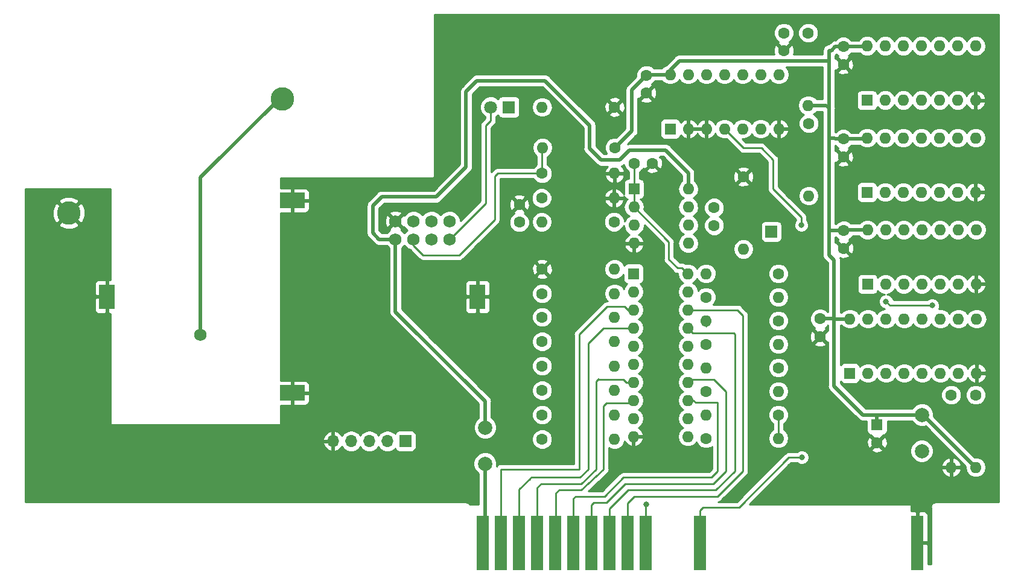
<source format=gbl>
G04 #@! TF.GenerationSoftware,KiCad,Pcbnew,5.0.2-bee76a0~70~ubuntu18.04.1*
G04 #@! TF.CreationDate,2019-01-09T00:27:28-05:00*
G04 #@! TF.ProjectId,hvboard,6876626f-6172-4642-9e6b-696361645f70,1*
G04 #@! TF.SameCoordinates,Original*
G04 #@! TF.FileFunction,Copper,L2,Bot*
G04 #@! TF.FilePolarity,Positive*
%FSLAX46Y46*%
G04 Gerber Fmt 4.6, Leading zero omitted, Abs format (unit mm)*
G04 Created by KiCad (PCBNEW 5.0.2-bee76a0~70~ubuntu18.04.1) date Wed 09 Jan 2019 12:27:28 AM EST*
%MOMM*%
%LPD*%
G01*
G04 APERTURE LIST*
G04 #@! TA.AperFunction,ComponentPad*
%ADD10R,1.800000X1.800000*%
G04 #@! TD*
G04 #@! TA.AperFunction,ComponentPad*
%ADD11C,1.800000*%
G04 #@! TD*
G04 #@! TA.AperFunction,ComponentPad*
%ADD12C,2.000000*%
G04 #@! TD*
G04 #@! TA.AperFunction,ComponentPad*
%ADD13C,1.727200*%
G04 #@! TD*
G04 #@! TA.AperFunction,ComponentPad*
%ADD14C,1.727000*%
G04 #@! TD*
G04 #@! TA.AperFunction,ComponentPad*
%ADD15C,2.200000*%
G04 #@! TD*
G04 #@! TA.AperFunction,Conductor*
%ADD16C,0.100000*%
G04 #@! TD*
G04 #@! TA.AperFunction,ComponentPad*
%ADD17R,2.200000X3.500000*%
G04 #@! TD*
G04 #@! TA.AperFunction,ComponentPad*
%ADD18R,1.600000X1.600000*%
G04 #@! TD*
G04 #@! TA.AperFunction,ComponentPad*
%ADD19O,1.600000X1.600000*%
G04 #@! TD*
G04 #@! TA.AperFunction,ConnectorPad*
%ADD20R,1.778000X7.620000*%
G04 #@! TD*
G04 #@! TA.AperFunction,ComponentPad*
%ADD21R,1.700000X1.700000*%
G04 #@! TD*
G04 #@! TA.AperFunction,ComponentPad*
%ADD22C,3.302000*%
G04 #@! TD*
G04 #@! TA.AperFunction,ComponentPad*
%ADD23O,1.700000X1.700000*%
G04 #@! TD*
G04 #@! TA.AperFunction,ComponentPad*
%ADD24C,1.600000*%
G04 #@! TD*
G04 #@! TA.AperFunction,ViaPad*
%ADD25C,0.800000*%
G04 #@! TD*
G04 #@! TA.AperFunction,Conductor*
%ADD26C,0.250000*%
G04 #@! TD*
G04 #@! TA.AperFunction,Conductor*
%ADD27C,0.508000*%
G04 #@! TD*
G04 #@! TA.AperFunction,Conductor*
%ADD28C,0.254000*%
G04 #@! TD*
G04 APERTURE END LIST*
D10*
G04 #@! TO.P,D101,1*
G04 #@! TO.N,Net-(D101-Pad1)*
X140360400Y-74676000D03*
D11*
G04 #@! TO.P,D101,2*
G04 #@! TO.N,Net-(D101-Pad2)*
X137820400Y-74676000D03*
G04 #@! TD*
D12*
G04 #@! TO.P,F101,1*
G04 #@! TO.N,+5V*
X198310500Y-117856000D03*
G04 #@! TO.P,F101,2*
G04 #@! TO.N,Net-(BUS101-Pad25)*
X198300500Y-122936000D03*
G04 #@! TD*
D13*
G04 #@! TO.P,U107,2*
G04 #@! TO.N,N/C*
X132080000Y-90678000D03*
D14*
G04 #@! TO.P,U107,4*
G04 #@! TO.N,Net-(C108-Pad2)*
X129540000Y-90678000D03*
G04 #@! TO.P,U107,6*
G04 #@! TO.N,Net-(J103-Pad4)*
X127000000Y-90678000D03*
D13*
G04 #@! TO.P,U107,8*
G04 #@! TO.N,GND*
X124460000Y-90678000D03*
D14*
G04 #@! TO.P,U107,1*
G04 #@! TO.N,Net-(D101-Pad2)*
X132080000Y-93218000D03*
G04 #@! TO.P,U107,3*
G04 #@! TO.N,Net-(J103-Pad2)*
X129540000Y-93218000D03*
G04 #@! TO.P,U107,5*
G04 #@! TO.N,Net-(J103-Pad3)*
X127000000Y-93218000D03*
G04 #@! TO.P,U107,7*
G04 #@! TO.N,+12V*
X124460000Y-93218000D03*
G04 #@! TO.P,U107,9*
G04 #@! TO.N,Net-(J102-Pad1)*
X97090000Y-106618000D03*
D15*
G04 #@! TO.P,U107,S4*
G04 #@! TO.N,GND*
X109980000Y-87778000D03*
D16*
G04 #@! TD*
G04 #@! TO.N,GND*
G04 #@! TO.C,U107*
G36*
X111730000Y-86678000D02*
X111730000Y-88878000D01*
X108230000Y-88878000D01*
X108230000Y-86678000D01*
X111730000Y-86678000D01*
X111730000Y-86678000D01*
G37*
D15*
G04 #@! TO.P,U107,S3*
G04 #@! TO.N,GND*
X109980000Y-114778000D03*
D16*
G04 #@! TD*
G04 #@! TO.N,GND*
G04 #@! TO.C,U107*
G36*
X111730000Y-113678000D02*
X111730000Y-115878000D01*
X108230000Y-115878000D01*
X108230000Y-113678000D01*
X111730000Y-113678000D01*
X111730000Y-113678000D01*
G37*
D17*
G04 #@! TO.P,U107,S2*
G04 #@! TO.N,GND*
X135980000Y-101278000D03*
G04 #@! TO.P,U107,S1*
X83980000Y-101278000D03*
G04 #@! TD*
D12*
G04 #@! TO.P,F103,1*
G04 #@! TO.N,+12V*
X137033000Y-119634000D03*
G04 #@! TO.P,F103,2*
G04 #@! TO.N,Net-(BUS101-Pad50)*
X137023000Y-124714000D03*
G04 #@! TD*
D18*
G04 #@! TO.P,U106,1*
G04 #@! TO.N,Net-(R125-Pad2)*
X157861000Y-98044000D03*
D19*
G04 #@! TO.P,U106,11*
G04 #@! TO.N,Net-(U105-Pad11)*
X165481000Y-120904000D03*
G04 #@! TO.P,U106,2*
G04 #@! TO.N,Net-(R101-Pad2)*
X157861000Y-100584000D03*
G04 #@! TO.P,U106,12*
G04 #@! TO.N,Net-(R110-Pad2)*
X165481000Y-118364000D03*
G04 #@! TO.P,U106,3*
G04 #@! TO.N,/D0*
X157861000Y-103124000D03*
G04 #@! TO.P,U106,13*
G04 #@! TO.N,/D4*
X165481000Y-115824000D03*
G04 #@! TO.P,U106,4*
G04 #@! TO.N,/D1*
X157861000Y-105664000D03*
G04 #@! TO.P,U106,14*
G04 #@! TO.N,/D5*
X165481000Y-113284000D03*
G04 #@! TO.P,U106,5*
G04 #@! TO.N,Net-(R104-Pad2)*
X157861000Y-108204000D03*
G04 #@! TO.P,U106,15*
G04 #@! TO.N,Net-(R112-Pad2)*
X165481000Y-110744000D03*
G04 #@! TO.P,U106,6*
G04 #@! TO.N,Net-(R106-Pad2)*
X157861000Y-110744000D03*
G04 #@! TO.P,U106,16*
G04 #@! TO.N,Net-(R114-Pad2)*
X165481000Y-108204000D03*
G04 #@! TO.P,U106,7*
G04 #@! TO.N,/D2*
X157861000Y-113284000D03*
G04 #@! TO.P,U106,17*
G04 #@! TO.N,/D6*
X165481000Y-105664000D03*
G04 #@! TO.P,U106,8*
G04 #@! TO.N,/D3*
X157861000Y-115824000D03*
G04 #@! TO.P,U106,18*
G04 #@! TO.N,/D7*
X165481000Y-103124000D03*
G04 #@! TO.P,U106,9*
G04 #@! TO.N,Net-(R108-Pad2)*
X157861000Y-118364000D03*
G04 #@! TO.P,U106,19*
G04 #@! TO.N,Net-(R117-Pad2)*
X165481000Y-100584000D03*
G04 #@! TO.P,U106,10*
G04 #@! TO.N,GND*
X157861000Y-120904000D03*
G04 #@! TO.P,U106,20*
G04 #@! TO.N,Net-(C104-Pad2)*
X165481000Y-98044000D03*
G04 #@! TD*
D18*
G04 #@! TO.P,U108,1*
G04 #@! TO.N,Net-(BUS101-Pad2)*
X188214000Y-112014000D03*
D19*
G04 #@! TO.P,U108,9*
G04 #@! TO.N,N/C*
X205994000Y-104394000D03*
G04 #@! TO.P,U108,2*
G04 #@! TO.N,Net-(BUS101-Pad3)*
X190754000Y-112014000D03*
G04 #@! TO.P,U108,10*
G04 #@! TO.N,N/C*
X203454000Y-104394000D03*
G04 #@! TO.P,U108,3*
G04 #@! TO.N,Net-(BUS101-Pad4)*
X193294000Y-112014000D03*
G04 #@! TO.P,U108,11*
G04 #@! TO.N,N/C*
X200914000Y-104394000D03*
G04 #@! TO.P,U108,4*
G04 #@! TO.N,Net-(BUS101-Pad41)*
X195834000Y-112014000D03*
G04 #@! TO.P,U108,12*
G04 #@! TO.N,N/C*
X198374000Y-104394000D03*
G04 #@! TO.P,U108,5*
G04 #@! TO.N,Net-(R121-Pad1)*
X198374000Y-112014000D03*
G04 #@! TO.P,U108,13*
G04 #@! TO.N,Net-(U105-Pad9)*
X195834000Y-104394000D03*
G04 #@! TO.P,U108,6*
G04 #@! TO.N,Net-(R120-Pad1)*
X200914000Y-112014000D03*
G04 #@! TO.P,U108,14*
G04 #@! TO.N,Net-(U103-Pad4)*
X193294000Y-104394000D03*
G04 #@! TO.P,U108,7*
G04 #@! TO.N,N/C*
X203454000Y-112014000D03*
G04 #@! TO.P,U108,15*
G04 #@! TO.N,Net-(U105-Pad1)*
X190754000Y-104394000D03*
G04 #@! TO.P,U108,8*
G04 #@! TO.N,GND*
X205994000Y-112014000D03*
G04 #@! TO.P,U108,16*
G04 #@! TO.N,+5V*
X188214000Y-104394000D03*
G04 #@! TD*
D20*
G04 #@! TO.P,BUS101,50*
G04 #@! TO.N,Net-(BUS101-Pad50)*
X136728200Y-135839200D03*
G04 #@! TO.P,BUS101,49*
G04 #@! TO.N,/D0*
X139268200Y-135839200D03*
G04 #@! TO.P,BUS101,48*
G04 #@! TO.N,/D1*
X141808200Y-135839200D03*
G04 #@! TO.P,BUS101,47*
G04 #@! TO.N,/D2*
X144348200Y-135839200D03*
G04 #@! TO.P,BUS101,46*
G04 #@! TO.N,/D3*
X146888200Y-135839200D03*
G04 #@! TO.P,BUS101,45*
G04 #@! TO.N,/D4*
X149428200Y-135839200D03*
G04 #@! TO.P,BUS101,44*
G04 #@! TO.N,/D5*
X151968200Y-135839200D03*
G04 #@! TO.P,BUS101,43*
G04 #@! TO.N,/D6*
X154508200Y-135839200D03*
G04 #@! TO.P,BUS101,42*
G04 #@! TO.N,/D7*
X157048200Y-135839200D03*
G04 #@! TO.P,BUS101,41*
G04 #@! TO.N,Net-(BUS101-Pad41)*
X159588200Y-135839200D03*
G04 #@! TO.P,BUS101,38*
G04 #@! TO.N,Net-(BUS101-Pad38)*
X167208200Y-135839200D03*
G04 #@! TO.P,BUS101,26*
G04 #@! TO.N,GND*
X197688200Y-135839200D03*
G04 #@! TD*
D21*
G04 #@! TO.P,J101,1*
G04 #@! TO.N,Net-(J101-Pad1)*
X177190400Y-92151200D03*
G04 #@! TD*
D22*
G04 #@! TO.P,J102,1*
G04 #@! TO.N,Net-(J102-Pad1)*
X108613000Y-73533000D03*
G04 #@! TO.P,J102,2*
G04 #@! TO.N,GND*
X78613000Y-89533000D03*
G04 #@! TD*
D21*
G04 #@! TO.P,J103,1*
G04 #@! TO.N,Net-(C108-Pad2)*
X125857000Y-121539000D03*
D23*
G04 #@! TO.P,J103,2*
G04 #@! TO.N,Net-(J103-Pad2)*
X123317000Y-121539000D03*
G04 #@! TO.P,J103,3*
G04 #@! TO.N,Net-(J103-Pad3)*
X120777000Y-121539000D03*
G04 #@! TO.P,J103,4*
G04 #@! TO.N,Net-(J103-Pad4)*
X118237000Y-121539000D03*
G04 #@! TO.P,J103,5*
G04 #@! TO.N,GND*
X115697000Y-121539000D03*
G04 #@! TD*
D18*
G04 #@! TO.P,C102,1*
G04 #@! TO.N,+5V*
X192024000Y-119253000D03*
D24*
G04 #@! TO.P,C102,2*
G04 #@! TO.N,GND*
X192024000Y-121753000D03*
G04 #@! TD*
G04 #@! TO.P,C101,2*
G04 #@! TO.N,Net-(C101-Pad2)*
X169164000Y-88787600D03*
G04 #@! TO.P,C101,1*
G04 #@! TO.N,Net-(C101-Pad1)*
X169164000Y-91287600D03*
G04 #@! TD*
G04 #@! TO.P,C103,1*
G04 #@! TO.N,GND*
X187299600Y-68681600D03*
G04 #@! TO.P,C103,2*
G04 #@! TO.N,+5V*
X187299600Y-66181600D03*
G04 #@! TD*
G04 #@! TO.P,C104,1*
G04 #@! TO.N,GND*
X160477200Y-82550000D03*
G04 #@! TO.P,C104,2*
G04 #@! TO.N,Net-(C104-Pad2)*
X157977200Y-82550000D03*
G04 #@! TD*
G04 #@! TO.P,C105,2*
G04 #@! TO.N,+5V*
X159664400Y-70194800D03*
G04 #@! TO.P,C105,1*
G04 #@! TO.N,GND*
X159664400Y-72694800D03*
G04 #@! TD*
G04 #@! TO.P,C106,1*
G04 #@! TO.N,GND*
X187350400Y-94488000D03*
G04 #@! TO.P,C106,2*
G04 #@! TO.N,+5V*
X187350400Y-91988000D03*
G04 #@! TD*
G04 #@! TO.P,C107,1*
G04 #@! TO.N,GND*
X187299600Y-81635600D03*
G04 #@! TO.P,C107,2*
G04 #@! TO.N,+5V*
X187299600Y-79135600D03*
G04 #@! TD*
G04 #@! TO.P,C108,2*
G04 #@! TO.N,Net-(C108-Pad2)*
X141833600Y-90841200D03*
G04 #@! TO.P,C108,1*
G04 #@! TO.N,GND*
X141833600Y-88341200D03*
G04 #@! TD*
G04 #@! TO.P,C109,1*
G04 #@! TO.N,GND*
X184023000Y-106870500D03*
G04 #@! TO.P,C109,2*
G04 #@! TO.N,+5V*
X184023000Y-104370500D03*
G04 #@! TD*
G04 #@! TO.P,C110,2*
G04 #@! TO.N,GND*
X178943000Y-66762000D03*
G04 #@! TO.P,C110,1*
G04 #@! TO.N,Net-(C110-Pad1)*
X178943000Y-64262000D03*
G04 #@! TD*
D19*
G04 #@! TO.P,R101,2*
G04 #@! TO.N,Net-(R101-Pad2)*
X155194000Y-100838000D03*
D24*
G04 #@! TO.P,R101,1*
G04 #@! TO.N,Net-(R101-Pad1)*
X145034000Y-100838000D03*
G04 #@! TD*
G04 #@! TO.P,R102,1*
G04 #@! TO.N,GND*
X145034000Y-97409000D03*
D19*
G04 #@! TO.P,R102,2*
G04 #@! TO.N,Net-(R101-Pad1)*
X155194000Y-97409000D03*
G04 #@! TD*
G04 #@! TO.P,R103,2*
G04 #@! TO.N,Net-(R103-Pad2)*
X155194000Y-104140000D03*
D24*
G04 #@! TO.P,R103,1*
G04 #@! TO.N,Net-(R101-Pad1)*
X145034000Y-104140000D03*
G04 #@! TD*
D19*
G04 #@! TO.P,R104,2*
G04 #@! TO.N,Net-(R104-Pad2)*
X155194000Y-107569000D03*
D24*
G04 #@! TO.P,R104,1*
G04 #@! TO.N,Net-(R103-Pad2)*
X145034000Y-107569000D03*
G04 #@! TD*
G04 #@! TO.P,R105,1*
G04 #@! TO.N,Net-(R103-Pad2)*
X145034000Y-110998000D03*
D19*
G04 #@! TO.P,R105,2*
G04 #@! TO.N,Net-(R105-Pad2)*
X155194000Y-110998000D03*
G04 #@! TD*
D24*
G04 #@! TO.P,R106,1*
G04 #@! TO.N,Net-(R105-Pad2)*
X145034000Y-114427000D03*
D19*
G04 #@! TO.P,R106,2*
G04 #@! TO.N,Net-(R106-Pad2)*
X155194000Y-114427000D03*
G04 #@! TD*
D24*
G04 #@! TO.P,R107,1*
G04 #@! TO.N,Net-(R105-Pad2)*
X145034000Y-117856000D03*
D19*
G04 #@! TO.P,R107,2*
G04 #@! TO.N,Net-(R107-Pad2)*
X155194000Y-117856000D03*
G04 #@! TD*
G04 #@! TO.P,R108,2*
G04 #@! TO.N,Net-(R108-Pad2)*
X155194000Y-121285000D03*
D24*
G04 #@! TO.P,R108,1*
G04 #@! TO.N,Net-(R107-Pad2)*
X145034000Y-121285000D03*
G04 #@! TD*
G04 #@! TO.P,R109,1*
G04 #@! TO.N,Net-(R107-Pad2)*
X168021000Y-121158000D03*
D19*
G04 #@! TO.P,R109,2*
G04 #@! TO.N,Net-(R109-Pad2)*
X178181000Y-121158000D03*
G04 #@! TD*
D24*
G04 #@! TO.P,R110,1*
G04 #@! TO.N,Net-(R109-Pad2)*
X178181000Y-117856000D03*
D19*
G04 #@! TO.P,R110,2*
G04 #@! TO.N,Net-(R110-Pad2)*
X168021000Y-117856000D03*
G04 #@! TD*
G04 #@! TO.P,R111,2*
G04 #@! TO.N,Net-(R111-Pad2)*
X178181000Y-114554000D03*
D24*
G04 #@! TO.P,R111,1*
G04 #@! TO.N,Net-(R109-Pad2)*
X168021000Y-114554000D03*
G04 #@! TD*
D19*
G04 #@! TO.P,R112,2*
G04 #@! TO.N,Net-(R112-Pad2)*
X168021000Y-111252000D03*
D24*
G04 #@! TO.P,R112,1*
G04 #@! TO.N,Net-(R111-Pad2)*
X178181000Y-111252000D03*
G04 #@! TD*
G04 #@! TO.P,R113,1*
G04 #@! TO.N,Net-(R111-Pad2)*
X168021000Y-107950000D03*
D19*
G04 #@! TO.P,R113,2*
G04 #@! TO.N,Net-(R113-Pad2)*
X178181000Y-107950000D03*
G04 #@! TD*
D24*
G04 #@! TO.P,R114,1*
G04 #@! TO.N,Net-(R113-Pad2)*
X178181000Y-104648000D03*
D19*
G04 #@! TO.P,R114,2*
G04 #@! TO.N,Net-(R114-Pad2)*
X168021000Y-104648000D03*
G04 #@! TD*
G04 #@! TO.P,R115,2*
G04 #@! TO.N,Net-(J101-Pad1)*
X178181000Y-101346000D03*
D24*
G04 #@! TO.P,R115,1*
G04 #@! TO.N,Net-(R113-Pad2)*
X168021000Y-101346000D03*
G04 #@! TD*
G04 #@! TO.P,R116,1*
G04 #@! TO.N,+5V*
X155244800Y-80365600D03*
D19*
G04 #@! TO.P,R116,2*
G04 #@! TO.N,Net-(J103-Pad3)*
X145084800Y-80365600D03*
G04 #@! TD*
G04 #@! TO.P,R117,2*
G04 #@! TO.N,Net-(R117-Pad2)*
X168021000Y-98044000D03*
D24*
G04 #@! TO.P,R117,1*
G04 #@! TO.N,Net-(J101-Pad1)*
X178181000Y-98044000D03*
G04 #@! TD*
D19*
G04 #@! TO.P,R118,2*
G04 #@! TO.N,GND*
X155194000Y-83972400D03*
D24*
G04 #@! TO.P,R118,1*
G04 #@! TO.N,Net-(J103-Pad3)*
X145034000Y-83972400D03*
G04 #@! TD*
D19*
G04 #@! TO.P,R119,2*
G04 #@! TO.N,Net-(D101-Pad1)*
X145034000Y-74676000D03*
D24*
G04 #@! TO.P,R119,1*
G04 #@! TO.N,GND*
X155194000Y-74676000D03*
G04 #@! TD*
D19*
G04 #@! TO.P,R120,2*
G04 #@! TO.N,+5V*
X205867000Y-125222000D03*
D24*
G04 #@! TO.P,R120,1*
G04 #@! TO.N,Net-(R120-Pad1)*
X205867000Y-115062000D03*
G04 #@! TD*
G04 #@! TO.P,R121,1*
G04 #@! TO.N,Net-(R121-Pad1)*
X202438000Y-115062000D03*
D19*
G04 #@! TO.P,R121,2*
G04 #@! TO.N,GND*
X202438000Y-125222000D03*
G04 #@! TD*
G04 #@! TO.P,R122,2*
G04 #@! TO.N,Net-(C108-Pad2)*
X144983200Y-90779600D03*
D24*
G04 #@! TO.P,R122,1*
G04 #@! TO.N,Net-(J101-Pad1)*
X155143200Y-90779600D03*
G04 #@! TD*
G04 #@! TO.P,R123,1*
G04 #@! TO.N,Net-(C110-Pad1)*
X182372000Y-64262000D03*
D19*
G04 #@! TO.P,R123,2*
G04 #@! TO.N,+5V*
X182372000Y-74422000D03*
G04 #@! TD*
D24*
G04 #@! TO.P,R124,1*
G04 #@! TO.N,Net-(C108-Pad2)*
X144983200Y-87426800D03*
D19*
G04 #@! TO.P,R124,2*
G04 #@! TO.N,GND*
X155143200Y-87426800D03*
G04 #@! TD*
D24*
G04 #@! TO.P,R125,1*
G04 #@! TO.N,GND*
X173278800Y-84429600D03*
D19*
G04 #@! TO.P,R125,2*
G04 #@! TO.N,Net-(R125-Pad2)*
X173278800Y-94589600D03*
G04 #@! TD*
G04 #@! TO.P,R128,2*
G04 #@! TO.N,Net-(R128-Pad2)*
X182435500Y-87122000D03*
D24*
G04 #@! TO.P,R128,1*
G04 #@! TO.N,Net-(R128-Pad1)*
X182435500Y-76962000D03*
G04 #@! TD*
D18*
G04 #@! TO.P,U101,1*
G04 #@! TO.N,Net-(C104-Pad2)*
X157924500Y-86169500D03*
D19*
G04 #@! TO.P,U101,5*
G04 #@! TO.N,N/C*
X165544500Y-93789500D03*
G04 #@! TO.P,U101,2*
G04 #@! TO.N,Net-(C104-Pad2)*
X157924500Y-88709500D03*
G04 #@! TO.P,U101,6*
G04 #@! TO.N,Net-(C101-Pad1)*
X165544500Y-91249500D03*
G04 #@! TO.P,U101,3*
G04 #@! TO.N,N/C*
X157924500Y-91249500D03*
G04 #@! TO.P,U101,7*
G04 #@! TO.N,Net-(C101-Pad2)*
X165544500Y-88709500D03*
G04 #@! TO.P,U101,4*
G04 #@! TO.N,GND*
X157924500Y-93789500D03*
G04 #@! TO.P,U101,8*
G04 #@! TO.N,+12V*
X165544500Y-86169500D03*
G04 #@! TD*
D18*
G04 #@! TO.P,U102,1*
G04 #@! TO.N,Net-(C110-Pad1)*
X190627000Y-73723500D03*
D19*
G04 #@! TO.P,U102,8*
G04 #@! TO.N,N/C*
X205867000Y-66103500D03*
G04 #@! TO.P,U102,2*
G04 #@! TO.N,Net-(U102-Pad2)*
X193167000Y-73723500D03*
G04 #@! TO.P,U102,9*
G04 #@! TO.N,N/C*
X203327000Y-66103500D03*
G04 #@! TO.P,U102,3*
G04 #@! TO.N,Net-(U102-Pad2)*
X195707000Y-73723500D03*
G04 #@! TO.P,U102,10*
G04 #@! TO.N,N/C*
X200787000Y-66103500D03*
G04 #@! TO.P,U102,4*
G04 #@! TO.N,Net-(U102-Pad4)*
X198247000Y-73723500D03*
G04 #@! TO.P,U102,11*
G04 #@! TO.N,N/C*
X198247000Y-66103500D03*
G04 #@! TO.P,U102,5*
G04 #@! TO.N,Net-(U102-Pad5)*
X200787000Y-73723500D03*
G04 #@! TO.P,U102,12*
G04 #@! TO.N,N/C*
X195707000Y-66103500D03*
G04 #@! TO.P,U102,6*
G04 #@! TO.N,Net-(U102-Pad6)*
X203327000Y-73723500D03*
G04 #@! TO.P,U102,13*
G04 #@! TO.N,N/C*
X193167000Y-66103500D03*
G04 #@! TO.P,U102,7*
G04 #@! TO.N,GND*
X205867000Y-73723500D03*
G04 #@! TO.P,U102,14*
G04 #@! TO.N,+5V*
X190627000Y-66103500D03*
G04 #@! TD*
G04 #@! TO.P,U103,14*
G04 #@! TO.N,+5V*
X163004500Y-70104000D03*
G04 #@! TO.P,U103,7*
G04 #@! TO.N,GND*
X178244500Y-77724000D03*
G04 #@! TO.P,U103,13*
G04 #@! TO.N,N/C*
X165544500Y-70104000D03*
G04 #@! TO.P,U103,6*
X175704500Y-77724000D03*
G04 #@! TO.P,U103,12*
X168084500Y-70104000D03*
G04 #@! TO.P,U103,5*
G04 #@! TO.N,Net-(D101-Pad2)*
X173164500Y-77724000D03*
G04 #@! TO.P,U103,11*
G04 #@! TO.N,N/C*
X170624500Y-70104000D03*
G04 #@! TO.P,U103,4*
G04 #@! TO.N,Net-(U103-Pad4)*
X170624500Y-77724000D03*
G04 #@! TO.P,U103,10*
G04 #@! TO.N,N/C*
X173164500Y-70104000D03*
G04 #@! TO.P,U103,3*
G04 #@! TO.N,GND*
X168084500Y-77724000D03*
G04 #@! TO.P,U103,9*
G04 #@! TO.N,N/C*
X175704500Y-70104000D03*
G04 #@! TO.P,U103,2*
G04 #@! TO.N,GND*
X165544500Y-77724000D03*
G04 #@! TO.P,U103,8*
G04 #@! TO.N,N/C*
X178244500Y-70104000D03*
D18*
G04 #@! TO.P,U103,1*
G04 #@! TO.N,Net-(U102-Pad6)*
X163004500Y-77724000D03*
G04 #@! TD*
G04 #@! TO.P,U104,1*
G04 #@! TO.N,Net-(BUS101-Pad18)*
X190690500Y-99504500D03*
D19*
G04 #@! TO.P,U104,8*
G04 #@! TO.N,Net-(U104-Pad12)*
X205930500Y-91884500D03*
G04 #@! TO.P,U104,2*
G04 #@! TO.N,Net-(BUS101-Pad18)*
X193230500Y-99504500D03*
G04 #@! TO.P,U104,9*
G04 #@! TO.N,Net-(U104-Pad6)*
X203390500Y-91884500D03*
G04 #@! TO.P,U104,3*
G04 #@! TO.N,Net-(U104-Pad10)*
X195770500Y-99504500D03*
G04 #@! TO.P,U104,10*
X200850500Y-91884500D03*
G04 #@! TO.P,U104,4*
G04 #@! TO.N,Net-(BUS101-Pad38)*
X198310500Y-99504500D03*
G04 #@! TO.P,U104,11*
G04 #@! TO.N,Net-(U104-Pad11)*
X198310500Y-91884500D03*
G04 #@! TO.P,U104,5*
G04 #@! TO.N,Net-(BUS101-Pad38)*
X200850500Y-99504500D03*
G04 #@! TO.P,U104,12*
G04 #@! TO.N,Net-(U104-Pad12)*
X195770500Y-91884500D03*
G04 #@! TO.P,U104,6*
G04 #@! TO.N,Net-(U104-Pad6)*
X203390500Y-99504500D03*
G04 #@! TO.P,U104,13*
G04 #@! TO.N,Net-(U104-Pad12)*
X193230500Y-91884500D03*
G04 #@! TO.P,U104,7*
G04 #@! TO.N,GND*
X205930500Y-99504500D03*
G04 #@! TO.P,U104,14*
G04 #@! TO.N,+5V*
X190690500Y-91884500D03*
G04 #@! TD*
G04 #@! TO.P,U105,14*
G04 #@! TO.N,+5V*
X190627000Y-78994000D03*
G04 #@! TO.P,U105,7*
G04 #@! TO.N,GND*
X205867000Y-86614000D03*
G04 #@! TO.P,U105,13*
G04 #@! TO.N,Net-(R128-Pad1)*
X193167000Y-78994000D03*
G04 #@! TO.P,U105,6*
G04 #@! TO.N,N/C*
X203327000Y-86614000D03*
G04 #@! TO.P,U105,12*
G04 #@! TO.N,Net-(U104-Pad11)*
X195707000Y-78994000D03*
G04 #@! TO.P,U105,5*
G04 #@! TO.N,N/C*
X200787000Y-86614000D03*
G04 #@! TO.P,U105,11*
G04 #@! TO.N,Net-(U105-Pad11)*
X198247000Y-78994000D03*
G04 #@! TO.P,U105,4*
G04 #@! TO.N,N/C*
X198247000Y-86614000D03*
G04 #@! TO.P,U105,10*
G04 #@! TO.N,Net-(U102-Pad4)*
X200787000Y-78994000D03*
G04 #@! TO.P,U105,3*
G04 #@! TO.N,Net-(R128-Pad2)*
X195707000Y-86614000D03*
G04 #@! TO.P,U105,9*
G04 #@! TO.N,Net-(U105-Pad9)*
X203327000Y-78994000D03*
G04 #@! TO.P,U105,2*
G04 #@! TO.N,Net-(U105-Pad1)*
X193167000Y-86614000D03*
G04 #@! TO.P,U105,8*
G04 #@! TO.N,Net-(U102-Pad5)*
X205867000Y-78994000D03*
D18*
G04 #@! TO.P,U105,1*
G04 #@! TO.N,Net-(U105-Pad1)*
X190627000Y-86614000D03*
G04 #@! TD*
D25*
G04 #@! TO.N,Net-(BUS101-Pad18)*
X193294000Y-101955600D03*
X199745600Y-102514400D03*
G04 #@! TO.N,Net-(BUS101-Pad41)*
X159639000Y-130429000D03*
G04 #@! TO.N,Net-(BUS101-Pad38)*
X181483000Y-123825000D03*
G04 #@! TO.N,Net-(U103-Pad4)*
X181406800Y-91236800D03*
G04 #@! TD*
D26*
G04 #@! TO.N,GND*
X83980000Y-101278000D02*
X83117000Y-101278000D01*
G04 #@! TO.N,Net-(BUS101-Pad18)*
X193294000Y-101955600D02*
X193852800Y-102514400D01*
X193852800Y-102514400D02*
X199745600Y-102514400D01*
D27*
G04 #@! TO.N,+12V*
X151688800Y-77216000D02*
X151688800Y-80467200D01*
X157276800Y-80721200D02*
X162356800Y-80721200D01*
X155905200Y-82092800D02*
X157276800Y-80721200D01*
X153314400Y-82092800D02*
X155905200Y-82092800D01*
X151688800Y-80467200D02*
X153314400Y-82092800D01*
X165544500Y-86169500D02*
X165544500Y-83908900D01*
X165544500Y-83908900D02*
X162356800Y-80721200D01*
X135890000Y-70967600D02*
X134366000Y-72491600D01*
X145440400Y-70967600D02*
X135890000Y-70967600D01*
X151688800Y-77216000D02*
X145440400Y-70967600D01*
X124460000Y-93218000D02*
X122174000Y-93218000D01*
X121285000Y-92329000D02*
X122174000Y-93218000D01*
X121285000Y-88519000D02*
X121285000Y-92329000D01*
X122555000Y-87249000D02*
X121285000Y-88519000D01*
X130175000Y-87249000D02*
X122555000Y-87249000D01*
X134366000Y-83058000D02*
X130175000Y-87249000D01*
X134366000Y-72491600D02*
X134366000Y-83058000D01*
X137033000Y-119634000D02*
X137033000Y-115951000D01*
X124460000Y-103378000D02*
X124460000Y-93218000D01*
X137033000Y-115951000D02*
X124460000Y-103378000D01*
D26*
G04 #@! TO.N,/D0*
X157861000Y-103124000D02*
X157073600Y-103124000D01*
X157073600Y-103124000D02*
X156616400Y-102666800D01*
X150215600Y-106578400D02*
X150215600Y-125476000D01*
X154127200Y-102666800D02*
X150215600Y-106578400D01*
X156616400Y-102666800D02*
X154127200Y-102666800D01*
X150215600Y-125476000D02*
X147701000Y-125476000D01*
X147701000Y-125476000D02*
X139319000Y-125476000D01*
X139319000Y-125476000D02*
X139268200Y-125526800D01*
X139268200Y-125526800D02*
X139268200Y-135839200D01*
G04 #@! TO.N,/D1*
X151511000Y-125476000D02*
X151511000Y-107823000D01*
X143510000Y-126619000D02*
X143383000Y-126746000D01*
X151511000Y-125476000D02*
X150368000Y-126619000D01*
X141808200Y-135839200D02*
X141808200Y-128320800D01*
X141808200Y-128320800D02*
X143383000Y-126746000D01*
X150368000Y-126619000D02*
X143510000Y-126619000D01*
X153670000Y-105664000D02*
X157861000Y-105664000D01*
X151511000Y-107823000D02*
X153670000Y-105664000D01*
G04 #@! TO.N,/D2*
X157861000Y-113284000D02*
X156870400Y-113284000D01*
X156464000Y-112877600D02*
X152908000Y-112877600D01*
X156870400Y-113284000D02*
X156464000Y-112877600D01*
X152654000Y-125476000D02*
X152654000Y-113131600D01*
X144907000Y-127508000D02*
X144348200Y-128066800D01*
X144348200Y-135839200D02*
X144348200Y-128066800D01*
X152654000Y-125476000D02*
X150495000Y-127508000D01*
X150495000Y-127508000D02*
X144907000Y-127508000D01*
X152654000Y-113131600D02*
X152908000Y-112877600D01*
X152908000Y-112877600D02*
X152958800Y-112826800D01*
G04 #@! TO.N,/D3*
X153670000Y-125476000D02*
X153670000Y-116586000D01*
X146888200Y-135839200D02*
X146939000Y-128778000D01*
X147447000Y-128397000D02*
X146939000Y-128778000D01*
X150495000Y-128397000D02*
X147447000Y-128397000D01*
X153670000Y-125476000D02*
X150495000Y-128397000D01*
X154025600Y-116230400D02*
X157454600Y-116230400D01*
X153670000Y-116586000D02*
X154025600Y-116230400D01*
X157454600Y-116230400D02*
X157861000Y-115824000D01*
G04 #@! TO.N,/D4*
X169672000Y-125730000D02*
X169672000Y-116141500D01*
X149428200Y-135839200D02*
X149428200Y-129590800D01*
X149733000Y-129286000D02*
X149428200Y-129590800D01*
X153797000Y-129286000D02*
X149733000Y-129286000D01*
X156464000Y-126619000D02*
X153797000Y-129286000D01*
X168783000Y-126619000D02*
X156464000Y-126619000D01*
X169672000Y-125730000D02*
X168783000Y-126619000D01*
X166560500Y-116141500D02*
X166243000Y-115824000D01*
X169672000Y-116141500D02*
X166560500Y-116141500D01*
X166243000Y-115824000D02*
X165481000Y-115824000D01*
G04 #@! TO.N,/D5*
X170815000Y-125730000D02*
X170815000Y-114617500D01*
X170815000Y-125730000D02*
X169037000Y-127508000D01*
X169037000Y-127508000D02*
X156718000Y-127508000D01*
X156718000Y-127508000D02*
X154051000Y-130175000D01*
X154051000Y-130175000D02*
X152273000Y-130175000D01*
X152273000Y-130175000D02*
X151968200Y-130479800D01*
X151968200Y-135839200D02*
X151968200Y-130479800D01*
X169100500Y-112903000D02*
X165862000Y-112903000D01*
X170815000Y-114617500D02*
X169100500Y-112903000D01*
X165862000Y-112903000D02*
X165481000Y-113284000D01*
G04 #@! TO.N,/D6*
X172085000Y-125730000D02*
X172085000Y-111188500D01*
X154508200Y-135839200D02*
X154508200Y-130987800D01*
X157099000Y-128397000D02*
X154508200Y-130987800D01*
X172085000Y-125730000D02*
X169418000Y-128397000D01*
X169418000Y-128397000D02*
X157099000Y-128397000D01*
X166179500Y-106362500D02*
X165481000Y-105664000D01*
X171894500Y-106362500D02*
X166179500Y-106362500D01*
X172085000Y-106553000D02*
X171894500Y-106362500D01*
X172085000Y-111188500D02*
X172085000Y-106553000D01*
G04 #@! TO.N,/D7*
X173228000Y-125730000D02*
X173228000Y-103886000D01*
X173228000Y-125730000D02*
X169672000Y-129286000D01*
X169672000Y-129286000D02*
X157988000Y-129286000D01*
X157988000Y-129286000D02*
X157048200Y-130225800D01*
X157048200Y-135839200D02*
X157048200Y-130225800D01*
X172466000Y-103124000D02*
X165481000Y-103124000D01*
X173228000Y-103886000D02*
X172466000Y-103124000D01*
G04 #@! TO.N,Net-(BUS101-Pad41)*
X159588200Y-130479800D02*
X159588200Y-135839200D01*
X159639000Y-130429000D02*
X159588200Y-130479800D01*
G04 #@! TO.N,Net-(BUS101-Pad38)*
X181483000Y-123825000D02*
X179641500Y-123825000D01*
X179641500Y-123825000D02*
X172656500Y-130810000D01*
X172656500Y-130810000D02*
X167640000Y-130810000D01*
X167640000Y-130810000D02*
X167208200Y-131241800D01*
X167208200Y-131241800D02*
X167208200Y-135839200D01*
G04 #@! TO.N,Net-(D101-Pad2)*
X137820400Y-74676000D02*
X137820400Y-76555600D01*
X137109200Y-77266800D02*
X137109200Y-88188800D01*
X137820400Y-76555600D02*
X137109200Y-77266800D01*
X137109200Y-88188800D02*
X132080000Y-93218000D01*
D27*
G04 #@! TO.N,+5V*
X182372000Y-74422000D02*
X184912000Y-74422000D01*
X184912000Y-74422000D02*
X185293000Y-74803000D01*
X185293000Y-68173600D02*
X164287200Y-68173600D01*
X164287200Y-68173600D02*
X163004500Y-69456300D01*
X163004500Y-69456300D02*
X163004500Y-70104000D01*
X162687000Y-70421500D02*
X163004500Y-70104000D01*
X185293000Y-79057500D02*
X185420000Y-79057500D01*
X185420000Y-79057500D02*
X185293000Y-79057500D01*
X190563500Y-79057500D02*
X190627000Y-78994000D01*
X190563500Y-66167000D02*
X190627000Y-66103500D01*
X185293000Y-89979500D02*
X185293000Y-79057500D01*
X185293000Y-91948000D02*
X185293000Y-89979500D01*
X185293000Y-79057500D02*
X185293000Y-74803000D01*
X185293000Y-74803000D02*
X185293000Y-68173600D01*
X185293000Y-68173600D02*
X185293000Y-66738500D01*
X190627000Y-91948000D02*
X190690500Y-91884500D01*
X185991500Y-101790500D02*
X185991500Y-96139000D01*
X185991500Y-104330500D02*
X185991500Y-101790500D01*
X185293000Y-95440500D02*
X185293000Y-91948000D01*
X185991500Y-96139000D02*
X185293000Y-95440500D01*
X184023000Y-104370500D02*
X185968000Y-104370500D01*
X186055000Y-104330500D02*
X185991500Y-104330500D01*
X185991500Y-104394000D02*
X186055000Y-104330500D01*
X192087500Y-117856000D02*
X190055500Y-117856000D01*
X185991500Y-113792000D02*
X185991500Y-104330500D01*
X190055500Y-117856000D02*
X185991500Y-113792000D01*
X198310500Y-117856000D02*
X192087500Y-117856000D01*
X192024000Y-117919500D02*
X192024000Y-119253000D01*
X192087500Y-117856000D02*
X192024000Y-117919500D01*
X198310500Y-117856000D02*
X198501000Y-117856000D01*
X198501000Y-117856000D02*
X205867000Y-125222000D01*
X159755200Y-70104000D02*
X159664400Y-70194800D01*
X163004500Y-70104000D02*
X159755200Y-70104000D01*
X190548900Y-66181600D02*
X190627000Y-66103500D01*
X187299600Y-66181600D02*
X190548900Y-66181600D01*
X185611330Y-66738500D02*
X185293000Y-66738500D01*
X186168230Y-66181600D02*
X185611330Y-66738500D01*
X187299600Y-66181600D02*
X186168230Y-66181600D01*
X186090130Y-79057500D02*
X185293000Y-79057500D01*
X186168230Y-79135600D02*
X186090130Y-79057500D01*
X187299600Y-79135600D02*
X186168230Y-79135600D01*
X190485400Y-79135600D02*
X190627000Y-78994000D01*
X187299600Y-79135600D02*
X190485400Y-79135600D01*
X186179030Y-91948000D02*
X185293000Y-91948000D01*
X186219030Y-91988000D02*
X186179030Y-91948000D01*
X187350400Y-91988000D02*
X186219030Y-91988000D01*
X187453900Y-91884500D02*
X187350400Y-91988000D01*
X190690500Y-91884500D02*
X187453900Y-91884500D01*
X185991500Y-104394000D02*
X188214000Y-104394000D01*
X185968000Y-104370500D02*
X185991500Y-104394000D01*
X157581600Y-72277600D02*
X158864401Y-70994799D01*
X155244800Y-80365600D02*
X157581600Y-78028800D01*
X158864401Y-70994799D02*
X159664400Y-70194800D01*
X157581600Y-78028800D02*
X157581600Y-72277600D01*
G04 #@! TO.N,Net-(J102-Pad1)*
X97090000Y-106618000D02*
X97090000Y-84548000D01*
X97090000Y-84548000D02*
X108740000Y-72898000D01*
D26*
G04 #@! TO.N,Net-(R106-Pad2)*
X157861000Y-110744000D02*
X157734000Y-110744000D01*
G04 #@! TO.N,Net-(R109-Pad2)*
X178181000Y-117856000D02*
X178181000Y-121158000D01*
G04 #@! TO.N,Net-(R114-Pad2)*
X165481000Y-108204000D02*
X165481000Y-107950000D01*
X168021000Y-105410000D02*
X168021000Y-104648000D01*
G04 #@! TO.N,Net-(U105-Pad11)*
X165481000Y-120904000D02*
X165735000Y-120904000D01*
D27*
G04 #@! TO.N,Net-(BUS101-Pad50)*
X137023000Y-124714000D02*
X137023000Y-135544400D01*
D26*
X137023000Y-135544400D02*
X136728200Y-135839200D01*
G04 #@! TO.N,Net-(J103-Pad3)*
X145034000Y-83972400D02*
X145034000Y-80416400D01*
X145034000Y-80416400D02*
X145084800Y-80365600D01*
X127000000Y-93218000D02*
X127000000Y-94132400D01*
X138785600Y-83972400D02*
X145034000Y-83972400D01*
X138379200Y-84378800D02*
X138785600Y-83972400D01*
X138379200Y-90474800D02*
X138379200Y-84378800D01*
X133400800Y-95453200D02*
X138379200Y-90474800D01*
X128320800Y-95453200D02*
X133400800Y-95453200D01*
X127000000Y-94132400D02*
X128320800Y-95453200D01*
G04 #@! TO.N,Net-(U103-Pad4)*
X175818800Y-80416400D02*
X173316900Y-80416400D01*
X181406800Y-90119200D02*
X177444400Y-86156800D01*
X177444400Y-86156800D02*
X177444400Y-82042000D01*
X177444400Y-82042000D02*
X175818800Y-80416400D01*
X181406800Y-91236800D02*
X181406800Y-90119200D01*
X173316900Y-80416400D02*
X170624500Y-77724000D01*
G04 #@! TO.N,Net-(C104-Pad2)*
X164681001Y-97244001D02*
X165481000Y-98044000D01*
X164044591Y-97244001D02*
X164681001Y-97244001D01*
X162821190Y-96020600D02*
X164044591Y-97244001D01*
X162821190Y-93606190D02*
X162821190Y-96020600D01*
X157924500Y-88709500D02*
X162821190Y-93606190D01*
X157977200Y-86116800D02*
X157924500Y-86169500D01*
X157977200Y-82550000D02*
X157977200Y-86116800D01*
X157924500Y-87219500D02*
X157924500Y-88709500D01*
X157924500Y-86169500D02*
X157924500Y-87219500D01*
G04 #@! TD*
D28*
G04 #@! TO.N,GND*
G36*
X209094000Y-130100000D02*
X200348926Y-130100000D01*
X200279000Y-130086091D01*
X200209075Y-130100000D01*
X200209074Y-130100000D01*
X200001972Y-130141195D01*
X199767119Y-130298119D01*
X199610195Y-130532972D01*
X199555091Y-130810000D01*
X199569001Y-130879931D01*
X199569000Y-138811000D01*
X199212200Y-138811000D01*
X199212200Y-136124950D01*
X199053450Y-135966200D01*
X197815200Y-135966200D01*
X197815200Y-135986200D01*
X197561200Y-135986200D01*
X197561200Y-135966200D01*
X197541200Y-135966200D01*
X197541200Y-135712200D01*
X197561200Y-135712200D01*
X197561200Y-131552950D01*
X197815200Y-131552950D01*
X197815200Y-135712200D01*
X199053450Y-135712200D01*
X199212200Y-135553450D01*
X199212200Y-131902890D01*
X199115527Y-131669501D01*
X198936898Y-131490873D01*
X198703509Y-131394200D01*
X197973950Y-131394200D01*
X197815200Y-131552950D01*
X197561200Y-131552950D01*
X197402450Y-131394200D01*
X196850000Y-131394200D01*
X196850000Y-130556000D01*
X196840333Y-130507399D01*
X196812803Y-130466197D01*
X196771601Y-130438667D01*
X196723000Y-130429000D01*
X174112301Y-130429000D01*
X178970260Y-125571041D01*
X201046086Y-125571041D01*
X201285611Y-126077134D01*
X201700577Y-126453041D01*
X202088961Y-126613904D01*
X202311000Y-126491915D01*
X202311000Y-125349000D01*
X202565000Y-125349000D01*
X202565000Y-126491915D01*
X202787039Y-126613904D01*
X203175423Y-126453041D01*
X203590389Y-126077134D01*
X203829914Y-125571041D01*
X203708629Y-125349000D01*
X202565000Y-125349000D01*
X202311000Y-125349000D01*
X201167371Y-125349000D01*
X201046086Y-125571041D01*
X178970260Y-125571041D01*
X179668342Y-124872959D01*
X201046086Y-124872959D01*
X201167371Y-125095000D01*
X202311000Y-125095000D01*
X202311000Y-123952085D01*
X202565000Y-123952085D01*
X202565000Y-125095000D01*
X203708629Y-125095000D01*
X203829914Y-124872959D01*
X203590389Y-124366866D01*
X203175423Y-123990959D01*
X202787039Y-123830096D01*
X202565000Y-123952085D01*
X202311000Y-123952085D01*
X202088961Y-123830096D01*
X201700577Y-123990959D01*
X201285611Y-124366866D01*
X201046086Y-124872959D01*
X179668342Y-124872959D01*
X179956302Y-124585000D01*
X180779289Y-124585000D01*
X180896720Y-124702431D01*
X181277126Y-124860000D01*
X181688874Y-124860000D01*
X182069280Y-124702431D01*
X182360431Y-124411280D01*
X182518000Y-124030874D01*
X182518000Y-123619126D01*
X182360431Y-123238720D01*
X182069280Y-122947569D01*
X181688874Y-122790000D01*
X181277126Y-122790000D01*
X180896720Y-122947569D01*
X180779289Y-123065000D01*
X179716348Y-123065000D01*
X179641500Y-123050112D01*
X179566652Y-123065000D01*
X179566648Y-123065000D01*
X179393105Y-123099520D01*
X179344962Y-123109096D01*
X179249656Y-123172778D01*
X179093571Y-123277071D01*
X179051171Y-123340527D01*
X172341699Y-130050000D01*
X169726738Y-130050000D01*
X169746847Y-130046000D01*
X169746852Y-130046000D01*
X169968537Y-130001904D01*
X170219929Y-129833929D01*
X170262331Y-129770470D01*
X173712476Y-126320327D01*
X173775929Y-126277929D01*
X173818327Y-126214476D01*
X173818329Y-126214474D01*
X173914147Y-126071071D01*
X173943904Y-126026537D01*
X173988000Y-125804852D01*
X173988000Y-125804848D01*
X174002888Y-125730001D01*
X173988000Y-125655154D01*
X173988000Y-122760745D01*
X191195861Y-122760745D01*
X191269995Y-123006864D01*
X191807223Y-123199965D01*
X192377454Y-123172778D01*
X192778005Y-123006864D01*
X192852139Y-122760745D01*
X192702173Y-122610778D01*
X196665500Y-122610778D01*
X196665500Y-123261222D01*
X196914414Y-123862153D01*
X197374347Y-124322086D01*
X197975278Y-124571000D01*
X198625722Y-124571000D01*
X199226653Y-124322086D01*
X199686586Y-123862153D01*
X199935500Y-123261222D01*
X199935500Y-122610778D01*
X199686586Y-122009847D01*
X199226653Y-121549914D01*
X198625722Y-121301000D01*
X197975278Y-121301000D01*
X197374347Y-121549914D01*
X196914414Y-122009847D01*
X196665500Y-122610778D01*
X192702173Y-122610778D01*
X192024000Y-121932605D01*
X191195861Y-122760745D01*
X173988000Y-122760745D01*
X173988000Y-121158000D01*
X176717887Y-121158000D01*
X176829260Y-121717909D01*
X177146423Y-122192577D01*
X177621091Y-122509740D01*
X178039667Y-122593000D01*
X178322333Y-122593000D01*
X178740909Y-122509740D01*
X179215577Y-122192577D01*
X179532740Y-121717909D01*
X179568879Y-121536223D01*
X190577035Y-121536223D01*
X190604222Y-122106454D01*
X190770136Y-122507005D01*
X191016255Y-122581139D01*
X191844395Y-121753000D01*
X192203605Y-121753000D01*
X193031745Y-122581139D01*
X193277864Y-122507005D01*
X193470965Y-121969777D01*
X193443778Y-121399546D01*
X193277864Y-120998995D01*
X193031745Y-120924861D01*
X192203605Y-121753000D01*
X191844395Y-121753000D01*
X191016255Y-120924861D01*
X190770136Y-120998995D01*
X190577035Y-121536223D01*
X179568879Y-121536223D01*
X179644113Y-121158000D01*
X179532740Y-120598091D01*
X179215577Y-120123423D01*
X178941000Y-119939957D01*
X178941000Y-119094430D01*
X178993862Y-119072534D01*
X179397534Y-118668862D01*
X179616000Y-118141439D01*
X179616000Y-117570561D01*
X179397534Y-117043138D01*
X178993862Y-116639466D01*
X178466439Y-116421000D01*
X177895561Y-116421000D01*
X177368138Y-116639466D01*
X176964466Y-117043138D01*
X176746000Y-117570561D01*
X176746000Y-118141439D01*
X176964466Y-118668862D01*
X177368138Y-119072534D01*
X177421000Y-119094430D01*
X177421001Y-119939956D01*
X177146423Y-120123423D01*
X176829260Y-120598091D01*
X176717887Y-121158000D01*
X173988000Y-121158000D01*
X173988000Y-114554000D01*
X176717887Y-114554000D01*
X176829260Y-115113909D01*
X177146423Y-115588577D01*
X177621091Y-115905740D01*
X178039667Y-115989000D01*
X178322333Y-115989000D01*
X178740909Y-115905740D01*
X179215577Y-115588577D01*
X179532740Y-115113909D01*
X179644113Y-114554000D01*
X179532740Y-113994091D01*
X179215577Y-113519423D01*
X178740909Y-113202260D01*
X178322333Y-113119000D01*
X178039667Y-113119000D01*
X177621091Y-113202260D01*
X177146423Y-113519423D01*
X176829260Y-113994091D01*
X176717887Y-114554000D01*
X173988000Y-114554000D01*
X173988000Y-110966561D01*
X176746000Y-110966561D01*
X176746000Y-111537439D01*
X176964466Y-112064862D01*
X177368138Y-112468534D01*
X177895561Y-112687000D01*
X178466439Y-112687000D01*
X178993862Y-112468534D01*
X179397534Y-112064862D01*
X179616000Y-111537439D01*
X179616000Y-110966561D01*
X179397534Y-110439138D01*
X178993862Y-110035466D01*
X178466439Y-109817000D01*
X177895561Y-109817000D01*
X177368138Y-110035466D01*
X176964466Y-110439138D01*
X176746000Y-110966561D01*
X173988000Y-110966561D01*
X173988000Y-107950000D01*
X176717887Y-107950000D01*
X176829260Y-108509909D01*
X177146423Y-108984577D01*
X177621091Y-109301740D01*
X178039667Y-109385000D01*
X178322333Y-109385000D01*
X178740909Y-109301740D01*
X179215577Y-108984577D01*
X179532740Y-108509909D01*
X179644113Y-107950000D01*
X179629841Y-107878245D01*
X183194861Y-107878245D01*
X183268995Y-108124364D01*
X183806223Y-108317465D01*
X184376454Y-108290278D01*
X184777005Y-108124364D01*
X184851139Y-107878245D01*
X184023000Y-107050105D01*
X183194861Y-107878245D01*
X179629841Y-107878245D01*
X179532740Y-107390091D01*
X179215577Y-106915423D01*
X178823916Y-106653723D01*
X182576035Y-106653723D01*
X182603222Y-107223954D01*
X182769136Y-107624505D01*
X183015255Y-107698639D01*
X183843395Y-106870500D01*
X183015255Y-106042361D01*
X182769136Y-106116495D01*
X182576035Y-106653723D01*
X178823916Y-106653723D01*
X178740909Y-106598260D01*
X178322333Y-106515000D01*
X178039667Y-106515000D01*
X177621091Y-106598260D01*
X177146423Y-106915423D01*
X176829260Y-107390091D01*
X176717887Y-107950000D01*
X173988000Y-107950000D01*
X173988000Y-104362561D01*
X176746000Y-104362561D01*
X176746000Y-104933439D01*
X176964466Y-105460862D01*
X177368138Y-105864534D01*
X177895561Y-106083000D01*
X178466439Y-106083000D01*
X178993862Y-105864534D01*
X179397534Y-105460862D01*
X179616000Y-104933439D01*
X179616000Y-104362561D01*
X179397534Y-103835138D01*
X178993862Y-103431466D01*
X178466439Y-103213000D01*
X177895561Y-103213000D01*
X177368138Y-103431466D01*
X176964466Y-103835138D01*
X176746000Y-104362561D01*
X173988000Y-104362561D01*
X173988000Y-103960848D01*
X174002888Y-103886000D01*
X173988000Y-103811152D01*
X173988000Y-103811148D01*
X173943904Y-103589463D01*
X173943904Y-103589462D01*
X173818329Y-103401527D01*
X173775929Y-103338071D01*
X173712473Y-103295671D01*
X173056331Y-102639530D01*
X173013929Y-102576071D01*
X172762537Y-102408096D01*
X172540852Y-102364000D01*
X172540847Y-102364000D01*
X172466000Y-102349112D01*
X172391153Y-102364000D01*
X169032396Y-102364000D01*
X169237534Y-102158862D01*
X169456000Y-101631439D01*
X169456000Y-101346000D01*
X176717887Y-101346000D01*
X176829260Y-101905909D01*
X177146423Y-102380577D01*
X177621091Y-102697740D01*
X178039667Y-102781000D01*
X178322333Y-102781000D01*
X178740909Y-102697740D01*
X179215577Y-102380577D01*
X179532740Y-101905909D01*
X179644113Y-101346000D01*
X179532740Y-100786091D01*
X179215577Y-100311423D01*
X178740909Y-99994260D01*
X178322333Y-99911000D01*
X178039667Y-99911000D01*
X177621091Y-99994260D01*
X177146423Y-100311423D01*
X176829260Y-100786091D01*
X176717887Y-101346000D01*
X169456000Y-101346000D01*
X169456000Y-101060561D01*
X169237534Y-100533138D01*
X168833862Y-100129466D01*
X168306439Y-99911000D01*
X167735561Y-99911000D01*
X167208138Y-100129466D01*
X166912505Y-100425099D01*
X166832740Y-100024091D01*
X166515577Y-99549423D01*
X166163242Y-99314000D01*
X166515577Y-99078577D01*
X166751000Y-98726242D01*
X166986423Y-99078577D01*
X167461091Y-99395740D01*
X167879667Y-99479000D01*
X168162333Y-99479000D01*
X168580909Y-99395740D01*
X169055577Y-99078577D01*
X169372740Y-98603909D01*
X169484113Y-98044000D01*
X169427336Y-97758561D01*
X176746000Y-97758561D01*
X176746000Y-98329439D01*
X176964466Y-98856862D01*
X177368138Y-99260534D01*
X177895561Y-99479000D01*
X178466439Y-99479000D01*
X178993862Y-99260534D01*
X179397534Y-98856862D01*
X179616000Y-98329439D01*
X179616000Y-97758561D01*
X179397534Y-97231138D01*
X178993862Y-96827466D01*
X178466439Y-96609000D01*
X177895561Y-96609000D01*
X177368138Y-96827466D01*
X176964466Y-97231138D01*
X176746000Y-97758561D01*
X169427336Y-97758561D01*
X169372740Y-97484091D01*
X169055577Y-97009423D01*
X168580909Y-96692260D01*
X168162333Y-96609000D01*
X167879667Y-96609000D01*
X167461091Y-96692260D01*
X166986423Y-97009423D01*
X166751000Y-97361758D01*
X166515577Y-97009423D01*
X166040909Y-96692260D01*
X165622333Y-96609000D01*
X165339667Y-96609000D01*
X165153915Y-96645948D01*
X164977538Y-96528097D01*
X164755853Y-96484001D01*
X164755848Y-96484001D01*
X164681001Y-96469113D01*
X164606154Y-96484001D01*
X164359393Y-96484001D01*
X163581190Y-95705799D01*
X163581190Y-93681036D01*
X163596078Y-93606189D01*
X163581190Y-93531342D01*
X163581190Y-93531338D01*
X163537094Y-93309653D01*
X163433491Y-93154600D01*
X163411519Y-93121716D01*
X163411517Y-93121714D01*
X163369119Y-93058261D01*
X163305666Y-93015863D01*
X159323188Y-89033387D01*
X159387613Y-88709500D01*
X159276240Y-88149591D01*
X158959077Y-87674923D01*
X158838394Y-87594285D01*
X158972265Y-87567657D01*
X159182309Y-87427309D01*
X159322657Y-87217265D01*
X159371940Y-86969500D01*
X159371940Y-85369500D01*
X159322657Y-85121735D01*
X159182309Y-84911691D01*
X158972265Y-84771343D01*
X158737200Y-84724586D01*
X158737200Y-83788430D01*
X158790062Y-83766534D01*
X158998851Y-83557745D01*
X159649061Y-83557745D01*
X159723195Y-83803864D01*
X160260423Y-83996965D01*
X160830654Y-83969778D01*
X161231205Y-83803864D01*
X161305339Y-83557745D01*
X160477200Y-82729605D01*
X159649061Y-83557745D01*
X158998851Y-83557745D01*
X159193734Y-83362862D01*
X159220725Y-83297701D01*
X159223336Y-83304005D01*
X159469455Y-83378139D01*
X160297595Y-82550000D01*
X160283452Y-82535858D01*
X160463058Y-82356252D01*
X160477200Y-82370395D01*
X160491342Y-82356252D01*
X160670948Y-82535858D01*
X160656805Y-82550000D01*
X161484945Y-83378139D01*
X161731064Y-83304005D01*
X161924165Y-82766777D01*
X161896978Y-82196546D01*
X161731064Y-81795995D01*
X161484947Y-81721861D01*
X161596608Y-81610200D01*
X161988565Y-81610200D01*
X164655501Y-84277137D01*
X164655501Y-85037651D01*
X164509923Y-85134923D01*
X164192760Y-85609591D01*
X164081387Y-86169500D01*
X164192760Y-86729409D01*
X164509923Y-87204077D01*
X164862258Y-87439500D01*
X164509923Y-87674923D01*
X164192760Y-88149591D01*
X164081387Y-88709500D01*
X164192760Y-89269409D01*
X164509923Y-89744077D01*
X164862258Y-89979500D01*
X164509923Y-90214923D01*
X164192760Y-90689591D01*
X164081387Y-91249500D01*
X164192760Y-91809409D01*
X164509923Y-92284077D01*
X164862258Y-92519500D01*
X164509923Y-92754923D01*
X164192760Y-93229591D01*
X164081387Y-93789500D01*
X164192760Y-94349409D01*
X164509923Y-94824077D01*
X164984591Y-95141240D01*
X165403167Y-95224500D01*
X165685833Y-95224500D01*
X166104409Y-95141240D01*
X166579077Y-94824077D01*
X166735749Y-94589600D01*
X171815687Y-94589600D01*
X171927060Y-95149509D01*
X172244223Y-95624177D01*
X172718891Y-95941340D01*
X173137467Y-96024600D01*
X173420133Y-96024600D01*
X173838709Y-95941340D01*
X174313377Y-95624177D01*
X174630540Y-95149509D01*
X174741913Y-94589600D01*
X174630540Y-94029691D01*
X174313377Y-93555023D01*
X173838709Y-93237860D01*
X173420133Y-93154600D01*
X173137467Y-93154600D01*
X172718891Y-93237860D01*
X172244223Y-93555023D01*
X171927060Y-94029691D01*
X171815687Y-94589600D01*
X166735749Y-94589600D01*
X166896240Y-94349409D01*
X167007613Y-93789500D01*
X166896240Y-93229591D01*
X166579077Y-92754923D01*
X166226742Y-92519500D01*
X166579077Y-92284077D01*
X166896240Y-91809409D01*
X167007613Y-91249500D01*
X166896240Y-90689591D01*
X166579077Y-90214923D01*
X166226742Y-89979500D01*
X166579077Y-89744077D01*
X166896240Y-89269409D01*
X167007613Y-88709500D01*
X166966371Y-88502161D01*
X167729000Y-88502161D01*
X167729000Y-89073039D01*
X167947466Y-89600462D01*
X168351138Y-90004134D01*
X168431932Y-90037600D01*
X168351138Y-90071066D01*
X167947466Y-90474738D01*
X167729000Y-91002161D01*
X167729000Y-91573039D01*
X167947466Y-92100462D01*
X168351138Y-92504134D01*
X168878561Y-92722600D01*
X169449439Y-92722600D01*
X169976862Y-92504134D01*
X170380534Y-92100462D01*
X170599000Y-91573039D01*
X170599000Y-91301200D01*
X175692960Y-91301200D01*
X175692960Y-93001200D01*
X175742243Y-93248965D01*
X175882591Y-93459009D01*
X176092635Y-93599357D01*
X176340400Y-93648640D01*
X178040400Y-93648640D01*
X178288165Y-93599357D01*
X178498209Y-93459009D01*
X178638557Y-93248965D01*
X178687840Y-93001200D01*
X178687840Y-91301200D01*
X178638557Y-91053435D01*
X178498209Y-90843391D01*
X178288165Y-90703043D01*
X178040400Y-90653760D01*
X176340400Y-90653760D01*
X176092635Y-90703043D01*
X175882591Y-90843391D01*
X175742243Y-91053435D01*
X175692960Y-91301200D01*
X170599000Y-91301200D01*
X170599000Y-91002161D01*
X170380534Y-90474738D01*
X169976862Y-90071066D01*
X169896068Y-90037600D01*
X169976862Y-90004134D01*
X170380534Y-89600462D01*
X170599000Y-89073039D01*
X170599000Y-88502161D01*
X170380534Y-87974738D01*
X169976862Y-87571066D01*
X169449439Y-87352600D01*
X168878561Y-87352600D01*
X168351138Y-87571066D01*
X167947466Y-87974738D01*
X167729000Y-88502161D01*
X166966371Y-88502161D01*
X166896240Y-88149591D01*
X166579077Y-87674923D01*
X166226742Y-87439500D01*
X166579077Y-87204077D01*
X166896240Y-86729409D01*
X167007613Y-86169500D01*
X166896240Y-85609591D01*
X166781149Y-85437345D01*
X172450661Y-85437345D01*
X172524795Y-85683464D01*
X173062023Y-85876565D01*
X173632254Y-85849378D01*
X174032805Y-85683464D01*
X174106939Y-85437345D01*
X173278800Y-84609205D01*
X172450661Y-85437345D01*
X166781149Y-85437345D01*
X166579077Y-85134923D01*
X166433500Y-85037652D01*
X166433500Y-84212823D01*
X171831835Y-84212823D01*
X171859022Y-84783054D01*
X172024936Y-85183605D01*
X172271055Y-85257739D01*
X173099195Y-84429600D01*
X173458405Y-84429600D01*
X174286545Y-85257739D01*
X174532664Y-85183605D01*
X174725765Y-84646377D01*
X174698578Y-84076146D01*
X174532664Y-83675595D01*
X174286545Y-83601461D01*
X173458405Y-84429600D01*
X173099195Y-84429600D01*
X172271055Y-83601461D01*
X172024936Y-83675595D01*
X171831835Y-84212823D01*
X166433500Y-84212823D01*
X166433500Y-83996456D01*
X166450916Y-83908900D01*
X166381919Y-83562029D01*
X166288258Y-83421855D01*
X172450661Y-83421855D01*
X173278800Y-84249995D01*
X174106939Y-83421855D01*
X174032805Y-83175736D01*
X173495577Y-82982635D01*
X172925346Y-83009822D01*
X172524795Y-83175736D01*
X172450661Y-83421855D01*
X166288258Y-83421855D01*
X166235029Y-83342193D01*
X166185433Y-83267967D01*
X166111207Y-83218371D01*
X163047331Y-80154496D01*
X162997733Y-80080267D01*
X162703670Y-79883781D01*
X162444356Y-79832200D01*
X162444355Y-79832200D01*
X162356800Y-79814784D01*
X162269245Y-79832200D01*
X157364350Y-79832200D01*
X157276799Y-79814785D01*
X157189248Y-79832200D01*
X157189244Y-79832200D01*
X156997244Y-79870391D01*
X158148307Y-78719329D01*
X158222533Y-78669733D01*
X158419019Y-78375670D01*
X158470600Y-78116356D01*
X158470600Y-78116352D01*
X158488015Y-78028801D01*
X158470600Y-77941250D01*
X158470600Y-76924000D01*
X161557060Y-76924000D01*
X161557060Y-78524000D01*
X161606343Y-78771765D01*
X161746691Y-78981809D01*
X161956735Y-79122157D01*
X162204500Y-79171440D01*
X163804500Y-79171440D01*
X164052265Y-79122157D01*
X164262309Y-78981809D01*
X164402657Y-78771765D01*
X164433513Y-78616639D01*
X164807077Y-78955041D01*
X165195461Y-79115904D01*
X165417500Y-78993915D01*
X165417500Y-77851000D01*
X165671500Y-77851000D01*
X165671500Y-78993915D01*
X165893539Y-79115904D01*
X166281923Y-78955041D01*
X166696889Y-78579134D01*
X166814500Y-78330633D01*
X166932111Y-78579134D01*
X167347077Y-78955041D01*
X167735461Y-79115904D01*
X167957500Y-78993915D01*
X167957500Y-77851000D01*
X165671500Y-77851000D01*
X165417500Y-77851000D01*
X165397500Y-77851000D01*
X165397500Y-77597000D01*
X165417500Y-77597000D01*
X165417500Y-76454085D01*
X165671500Y-76454085D01*
X165671500Y-77597000D01*
X167957500Y-77597000D01*
X167957500Y-76454085D01*
X168211500Y-76454085D01*
X168211500Y-77597000D01*
X168231500Y-77597000D01*
X168231500Y-77851000D01*
X168211500Y-77851000D01*
X168211500Y-78993915D01*
X168433539Y-79115904D01*
X168821923Y-78955041D01*
X169236889Y-78579134D01*
X169333553Y-78374892D01*
X169589923Y-78758577D01*
X170064591Y-79075740D01*
X170483167Y-79159000D01*
X170765833Y-79159000D01*
X170948386Y-79122688D01*
X172726570Y-80900872D01*
X172768971Y-80964329D01*
X173020363Y-81132304D01*
X173242048Y-81176400D01*
X173242052Y-81176400D01*
X173316900Y-81191288D01*
X173391748Y-81176400D01*
X175503999Y-81176400D01*
X176684401Y-82356803D01*
X176684400Y-86081953D01*
X176669512Y-86156800D01*
X176684400Y-86231647D01*
X176684400Y-86231651D01*
X176728496Y-86453336D01*
X176896471Y-86704729D01*
X176959930Y-86747131D01*
X180646801Y-90434003D01*
X180646801Y-90533088D01*
X180529369Y-90650520D01*
X180371800Y-91030926D01*
X180371800Y-91442674D01*
X180529369Y-91823080D01*
X180820520Y-92114231D01*
X181200926Y-92271800D01*
X181612674Y-92271800D01*
X181993080Y-92114231D01*
X182284231Y-91823080D01*
X182441800Y-91442674D01*
X182441800Y-91030926D01*
X182284231Y-90650520D01*
X182166800Y-90533089D01*
X182166800Y-90194048D01*
X182181688Y-90119200D01*
X182166800Y-90044352D01*
X182166800Y-90044348D01*
X182122704Y-89822663D01*
X182122704Y-89822662D01*
X181997129Y-89634727D01*
X181954729Y-89571271D01*
X181891273Y-89528871D01*
X179484402Y-87122000D01*
X180972387Y-87122000D01*
X181083760Y-87681909D01*
X181400923Y-88156577D01*
X181875591Y-88473740D01*
X182294167Y-88557000D01*
X182576833Y-88557000D01*
X182995409Y-88473740D01*
X183470077Y-88156577D01*
X183787240Y-87681909D01*
X183898613Y-87122000D01*
X183787240Y-86562091D01*
X183470077Y-86087423D01*
X182995409Y-85770260D01*
X182576833Y-85687000D01*
X182294167Y-85687000D01*
X181875591Y-85770260D01*
X181400923Y-86087423D01*
X181083760Y-86562091D01*
X180972387Y-87122000D01*
X179484402Y-87122000D01*
X178204400Y-85841999D01*
X178204400Y-82116848D01*
X178219288Y-82042000D01*
X178204400Y-81967152D01*
X178204400Y-81967148D01*
X178160304Y-81745463D01*
X177992329Y-81494071D01*
X177928873Y-81451671D01*
X176409131Y-79931930D01*
X176366729Y-79868471D01*
X176115337Y-79700496D01*
X175893652Y-79656400D01*
X175893647Y-79656400D01*
X175818800Y-79641512D01*
X175743953Y-79656400D01*
X173631702Y-79656400D01*
X173134302Y-79159000D01*
X173305833Y-79159000D01*
X173724409Y-79075740D01*
X174199077Y-78758577D01*
X174434500Y-78406242D01*
X174669923Y-78758577D01*
X175144591Y-79075740D01*
X175563167Y-79159000D01*
X175845833Y-79159000D01*
X176264409Y-79075740D01*
X176739077Y-78758577D01*
X176995447Y-78374892D01*
X177092111Y-78579134D01*
X177507077Y-78955041D01*
X177895461Y-79115904D01*
X178117500Y-78993915D01*
X178117500Y-77851000D01*
X178371500Y-77851000D01*
X178371500Y-78993915D01*
X178593539Y-79115904D01*
X178981923Y-78955041D01*
X179396889Y-78579134D01*
X179636414Y-78073041D01*
X179515129Y-77851000D01*
X178371500Y-77851000D01*
X178117500Y-77851000D01*
X178097500Y-77851000D01*
X178097500Y-77597000D01*
X178117500Y-77597000D01*
X178117500Y-76454085D01*
X178371500Y-76454085D01*
X178371500Y-77597000D01*
X179515129Y-77597000D01*
X179636414Y-77374959D01*
X179396889Y-76868866D01*
X178981923Y-76492959D01*
X178593539Y-76332096D01*
X178371500Y-76454085D01*
X178117500Y-76454085D01*
X177895461Y-76332096D01*
X177507077Y-76492959D01*
X177092111Y-76868866D01*
X176995447Y-77073108D01*
X176739077Y-76689423D01*
X176264409Y-76372260D01*
X175845833Y-76289000D01*
X175563167Y-76289000D01*
X175144591Y-76372260D01*
X174669923Y-76689423D01*
X174434500Y-77041758D01*
X174199077Y-76689423D01*
X173724409Y-76372260D01*
X173305833Y-76289000D01*
X173023167Y-76289000D01*
X172604591Y-76372260D01*
X172129923Y-76689423D01*
X171894500Y-77041758D01*
X171659077Y-76689423D01*
X171184409Y-76372260D01*
X170765833Y-76289000D01*
X170483167Y-76289000D01*
X170064591Y-76372260D01*
X169589923Y-76689423D01*
X169333553Y-77073108D01*
X169236889Y-76868866D01*
X168821923Y-76492959D01*
X168433539Y-76332096D01*
X168211500Y-76454085D01*
X167957500Y-76454085D01*
X167735461Y-76332096D01*
X167347077Y-76492959D01*
X166932111Y-76868866D01*
X166814500Y-77117367D01*
X166696889Y-76868866D01*
X166281923Y-76492959D01*
X165893539Y-76332096D01*
X165671500Y-76454085D01*
X165417500Y-76454085D01*
X165195461Y-76332096D01*
X164807077Y-76492959D01*
X164433513Y-76831361D01*
X164402657Y-76676235D01*
X164262309Y-76466191D01*
X164052265Y-76325843D01*
X163804500Y-76276560D01*
X162204500Y-76276560D01*
X161956735Y-76325843D01*
X161746691Y-76466191D01*
X161606343Y-76676235D01*
X161557060Y-76924000D01*
X158470600Y-76924000D01*
X158470600Y-73702545D01*
X158836261Y-73702545D01*
X158910395Y-73948664D01*
X159447623Y-74141765D01*
X160017854Y-74114578D01*
X160418405Y-73948664D01*
X160492539Y-73702545D01*
X159664400Y-72874405D01*
X158836261Y-73702545D01*
X158470600Y-73702545D01*
X158470600Y-73466897D01*
X158656655Y-73522939D01*
X159484795Y-72694800D01*
X159844005Y-72694800D01*
X160672145Y-73522939D01*
X160918264Y-73448805D01*
X161111365Y-72911577D01*
X161084178Y-72341346D01*
X160918264Y-71940795D01*
X160672145Y-71866661D01*
X159844005Y-72694800D01*
X159484795Y-72694800D01*
X159470652Y-72680658D01*
X159650258Y-72501052D01*
X159664400Y-72515195D01*
X160492539Y-71687055D01*
X160418405Y-71440936D01*
X160411654Y-71438510D01*
X160477262Y-71411334D01*
X160880934Y-71007662D01*
X160887007Y-70993000D01*
X161872652Y-70993000D01*
X161969923Y-71138577D01*
X162444591Y-71455740D01*
X162863167Y-71539000D01*
X163145833Y-71539000D01*
X163564409Y-71455740D01*
X164039077Y-71138577D01*
X164274500Y-70786242D01*
X164509923Y-71138577D01*
X164984591Y-71455740D01*
X165403167Y-71539000D01*
X165685833Y-71539000D01*
X166104409Y-71455740D01*
X166579077Y-71138577D01*
X166814500Y-70786242D01*
X167049923Y-71138577D01*
X167524591Y-71455740D01*
X167943167Y-71539000D01*
X168225833Y-71539000D01*
X168644409Y-71455740D01*
X169119077Y-71138577D01*
X169354500Y-70786242D01*
X169589923Y-71138577D01*
X170064591Y-71455740D01*
X170483167Y-71539000D01*
X170765833Y-71539000D01*
X171184409Y-71455740D01*
X171659077Y-71138577D01*
X171894500Y-70786242D01*
X172129923Y-71138577D01*
X172604591Y-71455740D01*
X173023167Y-71539000D01*
X173305833Y-71539000D01*
X173724409Y-71455740D01*
X174199077Y-71138577D01*
X174434500Y-70786242D01*
X174669923Y-71138577D01*
X175144591Y-71455740D01*
X175563167Y-71539000D01*
X175845833Y-71539000D01*
X176264409Y-71455740D01*
X176739077Y-71138577D01*
X176974500Y-70786242D01*
X177209923Y-71138577D01*
X177684591Y-71455740D01*
X178103167Y-71539000D01*
X178385833Y-71539000D01*
X178804409Y-71455740D01*
X179279077Y-71138577D01*
X179596240Y-70663909D01*
X179707613Y-70104000D01*
X179596240Y-69544091D01*
X179279077Y-69069423D01*
X179268866Y-69062600D01*
X184404001Y-69062600D01*
X184404000Y-73533000D01*
X183503848Y-73533000D01*
X183406577Y-73387423D01*
X182931909Y-73070260D01*
X182513333Y-72987000D01*
X182230667Y-72987000D01*
X181812091Y-73070260D01*
X181337423Y-73387423D01*
X181020260Y-73862091D01*
X180908887Y-74422000D01*
X181020260Y-74981909D01*
X181337423Y-75456577D01*
X181713469Y-75707843D01*
X181622638Y-75745466D01*
X181218966Y-76149138D01*
X181000500Y-76676561D01*
X181000500Y-77247439D01*
X181218966Y-77774862D01*
X181622638Y-78178534D01*
X182150061Y-78397000D01*
X182720939Y-78397000D01*
X183248362Y-78178534D01*
X183652034Y-77774862D01*
X183870500Y-77247439D01*
X183870500Y-76676561D01*
X183652034Y-76149138D01*
X183248362Y-75745466D01*
X183079132Y-75675369D01*
X183406577Y-75456577D01*
X183503848Y-75311000D01*
X184404001Y-75311000D01*
X184404000Y-78969944D01*
X184386584Y-79057500D01*
X184404001Y-79145061D01*
X184404000Y-90067055D01*
X184404001Y-90067060D01*
X184404000Y-91860444D01*
X184386584Y-91948000D01*
X184404001Y-92035561D01*
X184404000Y-95352945D01*
X184386584Y-95440500D01*
X184404000Y-95528055D01*
X184455581Y-95787369D01*
X184652067Y-96081433D01*
X184726296Y-96131031D01*
X185102501Y-96507237D01*
X185102500Y-101878055D01*
X185102501Y-101878060D01*
X185102500Y-103420604D01*
X184835862Y-103153966D01*
X184308439Y-102935500D01*
X183737561Y-102935500D01*
X183210138Y-103153966D01*
X182806466Y-103557638D01*
X182588000Y-104085061D01*
X182588000Y-104655939D01*
X182806466Y-105183362D01*
X183210138Y-105587034D01*
X183275299Y-105614025D01*
X183268995Y-105616636D01*
X183194861Y-105862755D01*
X184023000Y-106690895D01*
X184851139Y-105862755D01*
X184777005Y-105616636D01*
X184770254Y-105614210D01*
X184835862Y-105587034D01*
X185102501Y-105320395D01*
X185102501Y-106063975D01*
X185030745Y-106042361D01*
X184202605Y-106870500D01*
X185030745Y-107698639D01*
X185102501Y-107677025D01*
X185102500Y-113704445D01*
X185085084Y-113792000D01*
X185102500Y-113879555D01*
X185154081Y-114138869D01*
X185350567Y-114432933D01*
X185424796Y-114482531D01*
X189364970Y-118422706D01*
X189414567Y-118496933D01*
X189708630Y-118693419D01*
X189967944Y-118745000D01*
X189967945Y-118745000D01*
X190055500Y-118762416D01*
X190143055Y-118745000D01*
X190576560Y-118745000D01*
X190576560Y-120053000D01*
X190625843Y-120300765D01*
X190766191Y-120510809D01*
X190976235Y-120651157D01*
X191210187Y-120697693D01*
X191195861Y-120745255D01*
X192024000Y-121573395D01*
X192852139Y-120745255D01*
X192837813Y-120697693D01*
X193071765Y-120651157D01*
X193281809Y-120510809D01*
X193422157Y-120300765D01*
X193471440Y-120053000D01*
X193471440Y-118745000D01*
X196909025Y-118745000D01*
X196924414Y-118782153D01*
X197384347Y-119242086D01*
X197985278Y-119491000D01*
X198635722Y-119491000D01*
X198807579Y-119419814D01*
X204438044Y-125050280D01*
X204403887Y-125222000D01*
X204515260Y-125781909D01*
X204832423Y-126256577D01*
X205307091Y-126573740D01*
X205725667Y-126657000D01*
X206008333Y-126657000D01*
X206426909Y-126573740D01*
X206901577Y-126256577D01*
X207218740Y-125781909D01*
X207330113Y-125222000D01*
X207218740Y-124662091D01*
X206901577Y-124187423D01*
X206426909Y-123870260D01*
X206008333Y-123787000D01*
X205725667Y-123787000D01*
X205695280Y-123793044D01*
X199945500Y-118043265D01*
X199945500Y-117530778D01*
X199696586Y-116929847D01*
X199236653Y-116469914D01*
X198635722Y-116221000D01*
X197985278Y-116221000D01*
X197384347Y-116469914D01*
X196924414Y-116929847D01*
X196909025Y-116967000D01*
X192175056Y-116967000D01*
X192087500Y-116949584D01*
X191999944Y-116967000D01*
X190423736Y-116967000D01*
X188233297Y-114776561D01*
X201003000Y-114776561D01*
X201003000Y-115347439D01*
X201221466Y-115874862D01*
X201625138Y-116278534D01*
X202152561Y-116497000D01*
X202723439Y-116497000D01*
X203250862Y-116278534D01*
X203654534Y-115874862D01*
X203873000Y-115347439D01*
X203873000Y-114776561D01*
X204432000Y-114776561D01*
X204432000Y-115347439D01*
X204650466Y-115874862D01*
X205054138Y-116278534D01*
X205581561Y-116497000D01*
X206152439Y-116497000D01*
X206679862Y-116278534D01*
X207083534Y-115874862D01*
X207302000Y-115347439D01*
X207302000Y-114776561D01*
X207083534Y-114249138D01*
X206679862Y-113845466D01*
X206152439Y-113627000D01*
X205581561Y-113627000D01*
X205054138Y-113845466D01*
X204650466Y-114249138D01*
X204432000Y-114776561D01*
X203873000Y-114776561D01*
X203654534Y-114249138D01*
X203250862Y-113845466D01*
X202723439Y-113627000D01*
X202152561Y-113627000D01*
X201625138Y-113845466D01*
X201221466Y-114249138D01*
X201003000Y-114776561D01*
X188233297Y-114776561D01*
X186880500Y-113423765D01*
X186880500Y-113158530D01*
X186956191Y-113271809D01*
X187166235Y-113412157D01*
X187414000Y-113461440D01*
X189014000Y-113461440D01*
X189261765Y-113412157D01*
X189471809Y-113271809D01*
X189612157Y-113061765D01*
X189638785Y-112927894D01*
X189719423Y-113048577D01*
X190194091Y-113365740D01*
X190612667Y-113449000D01*
X190895333Y-113449000D01*
X191313909Y-113365740D01*
X191788577Y-113048577D01*
X192024000Y-112696242D01*
X192259423Y-113048577D01*
X192734091Y-113365740D01*
X193152667Y-113449000D01*
X193435333Y-113449000D01*
X193853909Y-113365740D01*
X194328577Y-113048577D01*
X194564000Y-112696242D01*
X194799423Y-113048577D01*
X195274091Y-113365740D01*
X195692667Y-113449000D01*
X195975333Y-113449000D01*
X196393909Y-113365740D01*
X196868577Y-113048577D01*
X197104000Y-112696242D01*
X197339423Y-113048577D01*
X197814091Y-113365740D01*
X198232667Y-113449000D01*
X198515333Y-113449000D01*
X198933909Y-113365740D01*
X199408577Y-113048577D01*
X199644000Y-112696242D01*
X199879423Y-113048577D01*
X200354091Y-113365740D01*
X200772667Y-113449000D01*
X201055333Y-113449000D01*
X201473909Y-113365740D01*
X201948577Y-113048577D01*
X202184000Y-112696242D01*
X202419423Y-113048577D01*
X202894091Y-113365740D01*
X203312667Y-113449000D01*
X203595333Y-113449000D01*
X204013909Y-113365740D01*
X204488577Y-113048577D01*
X204744947Y-112664892D01*
X204841611Y-112869134D01*
X205256577Y-113245041D01*
X205644961Y-113405904D01*
X205867000Y-113283915D01*
X205867000Y-112141000D01*
X206121000Y-112141000D01*
X206121000Y-113283915D01*
X206343039Y-113405904D01*
X206731423Y-113245041D01*
X207146389Y-112869134D01*
X207385914Y-112363041D01*
X207264629Y-112141000D01*
X206121000Y-112141000D01*
X205867000Y-112141000D01*
X205847000Y-112141000D01*
X205847000Y-111887000D01*
X205867000Y-111887000D01*
X205867000Y-110744085D01*
X206121000Y-110744085D01*
X206121000Y-111887000D01*
X207264629Y-111887000D01*
X207385914Y-111664959D01*
X207146389Y-111158866D01*
X206731423Y-110782959D01*
X206343039Y-110622096D01*
X206121000Y-110744085D01*
X205867000Y-110744085D01*
X205644961Y-110622096D01*
X205256577Y-110782959D01*
X204841611Y-111158866D01*
X204744947Y-111363108D01*
X204488577Y-110979423D01*
X204013909Y-110662260D01*
X203595333Y-110579000D01*
X203312667Y-110579000D01*
X202894091Y-110662260D01*
X202419423Y-110979423D01*
X202184000Y-111331758D01*
X201948577Y-110979423D01*
X201473909Y-110662260D01*
X201055333Y-110579000D01*
X200772667Y-110579000D01*
X200354091Y-110662260D01*
X199879423Y-110979423D01*
X199644000Y-111331758D01*
X199408577Y-110979423D01*
X198933909Y-110662260D01*
X198515333Y-110579000D01*
X198232667Y-110579000D01*
X197814091Y-110662260D01*
X197339423Y-110979423D01*
X197104000Y-111331758D01*
X196868577Y-110979423D01*
X196393909Y-110662260D01*
X195975333Y-110579000D01*
X195692667Y-110579000D01*
X195274091Y-110662260D01*
X194799423Y-110979423D01*
X194564000Y-111331758D01*
X194328577Y-110979423D01*
X193853909Y-110662260D01*
X193435333Y-110579000D01*
X193152667Y-110579000D01*
X192734091Y-110662260D01*
X192259423Y-110979423D01*
X192024000Y-111331758D01*
X191788577Y-110979423D01*
X191313909Y-110662260D01*
X190895333Y-110579000D01*
X190612667Y-110579000D01*
X190194091Y-110662260D01*
X189719423Y-110979423D01*
X189638785Y-111100106D01*
X189612157Y-110966235D01*
X189471809Y-110756191D01*
X189261765Y-110615843D01*
X189014000Y-110566560D01*
X187414000Y-110566560D01*
X187166235Y-110615843D01*
X186956191Y-110756191D01*
X186880500Y-110869470D01*
X186880500Y-105283000D01*
X187082152Y-105283000D01*
X187179423Y-105428577D01*
X187654091Y-105745740D01*
X188072667Y-105829000D01*
X188355333Y-105829000D01*
X188773909Y-105745740D01*
X189248577Y-105428577D01*
X189484000Y-105076242D01*
X189719423Y-105428577D01*
X190194091Y-105745740D01*
X190612667Y-105829000D01*
X190895333Y-105829000D01*
X191313909Y-105745740D01*
X191788577Y-105428577D01*
X192024000Y-105076242D01*
X192259423Y-105428577D01*
X192734091Y-105745740D01*
X193152667Y-105829000D01*
X193435333Y-105829000D01*
X193853909Y-105745740D01*
X194328577Y-105428577D01*
X194564000Y-105076242D01*
X194799423Y-105428577D01*
X195274091Y-105745740D01*
X195692667Y-105829000D01*
X195975333Y-105829000D01*
X196393909Y-105745740D01*
X196868577Y-105428577D01*
X197104000Y-105076242D01*
X197339423Y-105428577D01*
X197814091Y-105745740D01*
X198232667Y-105829000D01*
X198515333Y-105829000D01*
X198933909Y-105745740D01*
X199408577Y-105428577D01*
X199644000Y-105076242D01*
X199879423Y-105428577D01*
X200354091Y-105745740D01*
X200772667Y-105829000D01*
X201055333Y-105829000D01*
X201473909Y-105745740D01*
X201948577Y-105428577D01*
X202184000Y-105076242D01*
X202419423Y-105428577D01*
X202894091Y-105745740D01*
X203312667Y-105829000D01*
X203595333Y-105829000D01*
X204013909Y-105745740D01*
X204488577Y-105428577D01*
X204724000Y-105076242D01*
X204959423Y-105428577D01*
X205434091Y-105745740D01*
X205852667Y-105829000D01*
X206135333Y-105829000D01*
X206553909Y-105745740D01*
X207028577Y-105428577D01*
X207345740Y-104953909D01*
X207457113Y-104394000D01*
X207345740Y-103834091D01*
X207028577Y-103359423D01*
X206553909Y-103042260D01*
X206135333Y-102959000D01*
X205852667Y-102959000D01*
X205434091Y-103042260D01*
X204959423Y-103359423D01*
X204724000Y-103711758D01*
X204488577Y-103359423D01*
X204013909Y-103042260D01*
X203595333Y-102959000D01*
X203312667Y-102959000D01*
X202894091Y-103042260D01*
X202419423Y-103359423D01*
X202184000Y-103711758D01*
X201948577Y-103359423D01*
X201473909Y-103042260D01*
X201055333Y-102959000D01*
X200772667Y-102959000D01*
X200673550Y-102978716D01*
X200780600Y-102720274D01*
X200780600Y-102308526D01*
X200623031Y-101928120D01*
X200331880Y-101636969D01*
X199951474Y-101479400D01*
X199539726Y-101479400D01*
X199159320Y-101636969D01*
X199041889Y-101754400D01*
X194329000Y-101754400D01*
X194329000Y-101749726D01*
X194171431Y-101369320D01*
X193880280Y-101078169D01*
X193499874Y-100920600D01*
X193466850Y-100920600D01*
X193790409Y-100856240D01*
X194265077Y-100539077D01*
X194500500Y-100186742D01*
X194735923Y-100539077D01*
X195210591Y-100856240D01*
X195629167Y-100939500D01*
X195911833Y-100939500D01*
X196330409Y-100856240D01*
X196805077Y-100539077D01*
X197040500Y-100186742D01*
X197275923Y-100539077D01*
X197750591Y-100856240D01*
X198169167Y-100939500D01*
X198451833Y-100939500D01*
X198870409Y-100856240D01*
X199345077Y-100539077D01*
X199580500Y-100186742D01*
X199815923Y-100539077D01*
X200290591Y-100856240D01*
X200709167Y-100939500D01*
X200991833Y-100939500D01*
X201410409Y-100856240D01*
X201885077Y-100539077D01*
X202120500Y-100186742D01*
X202355923Y-100539077D01*
X202830591Y-100856240D01*
X203249167Y-100939500D01*
X203531833Y-100939500D01*
X203950409Y-100856240D01*
X204425077Y-100539077D01*
X204681447Y-100155392D01*
X204778111Y-100359634D01*
X205193077Y-100735541D01*
X205581461Y-100896404D01*
X205803500Y-100774415D01*
X205803500Y-99631500D01*
X206057500Y-99631500D01*
X206057500Y-100774415D01*
X206279539Y-100896404D01*
X206667923Y-100735541D01*
X207082889Y-100359634D01*
X207322414Y-99853541D01*
X207201129Y-99631500D01*
X206057500Y-99631500D01*
X205803500Y-99631500D01*
X205783500Y-99631500D01*
X205783500Y-99377500D01*
X205803500Y-99377500D01*
X205803500Y-98234585D01*
X206057500Y-98234585D01*
X206057500Y-99377500D01*
X207201129Y-99377500D01*
X207322414Y-99155459D01*
X207082889Y-98649366D01*
X206667923Y-98273459D01*
X206279539Y-98112596D01*
X206057500Y-98234585D01*
X205803500Y-98234585D01*
X205581461Y-98112596D01*
X205193077Y-98273459D01*
X204778111Y-98649366D01*
X204681447Y-98853608D01*
X204425077Y-98469923D01*
X203950409Y-98152760D01*
X203531833Y-98069500D01*
X203249167Y-98069500D01*
X202830591Y-98152760D01*
X202355923Y-98469923D01*
X202120500Y-98822258D01*
X201885077Y-98469923D01*
X201410409Y-98152760D01*
X200991833Y-98069500D01*
X200709167Y-98069500D01*
X200290591Y-98152760D01*
X199815923Y-98469923D01*
X199580500Y-98822258D01*
X199345077Y-98469923D01*
X198870409Y-98152760D01*
X198451833Y-98069500D01*
X198169167Y-98069500D01*
X197750591Y-98152760D01*
X197275923Y-98469923D01*
X197040500Y-98822258D01*
X196805077Y-98469923D01*
X196330409Y-98152760D01*
X195911833Y-98069500D01*
X195629167Y-98069500D01*
X195210591Y-98152760D01*
X194735923Y-98469923D01*
X194500500Y-98822258D01*
X194265077Y-98469923D01*
X193790409Y-98152760D01*
X193371833Y-98069500D01*
X193089167Y-98069500D01*
X192670591Y-98152760D01*
X192195923Y-98469923D01*
X192115285Y-98590606D01*
X192088657Y-98456735D01*
X191948309Y-98246691D01*
X191738265Y-98106343D01*
X191490500Y-98057060D01*
X189890500Y-98057060D01*
X189642735Y-98106343D01*
X189432691Y-98246691D01*
X189292343Y-98456735D01*
X189243060Y-98704500D01*
X189243060Y-100304500D01*
X189292343Y-100552265D01*
X189432691Y-100762309D01*
X189642735Y-100902657D01*
X189890500Y-100951940D01*
X191490500Y-100951940D01*
X191738265Y-100902657D01*
X191948309Y-100762309D01*
X192088657Y-100552265D01*
X192115285Y-100418394D01*
X192195923Y-100539077D01*
X192670591Y-100856240D01*
X193057638Y-100933228D01*
X192707720Y-101078169D01*
X192416569Y-101369320D01*
X192259000Y-101749726D01*
X192259000Y-102161474D01*
X192416569Y-102541880D01*
X192707720Y-102833031D01*
X193057525Y-102977925D01*
X192734091Y-103042260D01*
X192259423Y-103359423D01*
X192024000Y-103711758D01*
X191788577Y-103359423D01*
X191313909Y-103042260D01*
X190895333Y-102959000D01*
X190612667Y-102959000D01*
X190194091Y-103042260D01*
X189719423Y-103359423D01*
X189484000Y-103711758D01*
X189248577Y-103359423D01*
X188773909Y-103042260D01*
X188355333Y-102959000D01*
X188072667Y-102959000D01*
X187654091Y-103042260D01*
X187179423Y-103359423D01*
X187082152Y-103505000D01*
X186880500Y-103505000D01*
X186880500Y-96226554D01*
X186897916Y-96138999D01*
X186880500Y-96051444D01*
X186836056Y-95828007D01*
X187133623Y-95934965D01*
X187703854Y-95907778D01*
X188104405Y-95741864D01*
X188178539Y-95495745D01*
X187350400Y-94667605D01*
X187336258Y-94681748D01*
X187156652Y-94502142D01*
X187170795Y-94488000D01*
X187530005Y-94488000D01*
X188358145Y-95316139D01*
X188604264Y-95242005D01*
X188797365Y-94704777D01*
X188770178Y-94134546D01*
X188604264Y-93733995D01*
X188358145Y-93659861D01*
X187530005Y-94488000D01*
X187170795Y-94488000D01*
X186342655Y-93659861D01*
X186182000Y-93708252D01*
X186182000Y-92887050D01*
X186219030Y-92894416D01*
X186226028Y-92893024D01*
X186537538Y-93204534D01*
X186602699Y-93231525D01*
X186596395Y-93234136D01*
X186522261Y-93480255D01*
X187350400Y-94308395D01*
X188178539Y-93480255D01*
X188104405Y-93234136D01*
X188097654Y-93231710D01*
X188163262Y-93204534D01*
X188566934Y-92800862D01*
X188578268Y-92773500D01*
X189558652Y-92773500D01*
X189655923Y-92919077D01*
X190130591Y-93236240D01*
X190549167Y-93319500D01*
X190831833Y-93319500D01*
X191250409Y-93236240D01*
X191725077Y-92919077D01*
X191960500Y-92566742D01*
X192195923Y-92919077D01*
X192670591Y-93236240D01*
X193089167Y-93319500D01*
X193371833Y-93319500D01*
X193790409Y-93236240D01*
X194265077Y-92919077D01*
X194500500Y-92566742D01*
X194735923Y-92919077D01*
X195210591Y-93236240D01*
X195629167Y-93319500D01*
X195911833Y-93319500D01*
X196330409Y-93236240D01*
X196805077Y-92919077D01*
X197040500Y-92566742D01*
X197275923Y-92919077D01*
X197750591Y-93236240D01*
X198169167Y-93319500D01*
X198451833Y-93319500D01*
X198870409Y-93236240D01*
X199345077Y-92919077D01*
X199580500Y-92566742D01*
X199815923Y-92919077D01*
X200290591Y-93236240D01*
X200709167Y-93319500D01*
X200991833Y-93319500D01*
X201410409Y-93236240D01*
X201885077Y-92919077D01*
X202120500Y-92566742D01*
X202355923Y-92919077D01*
X202830591Y-93236240D01*
X203249167Y-93319500D01*
X203531833Y-93319500D01*
X203950409Y-93236240D01*
X204425077Y-92919077D01*
X204660500Y-92566742D01*
X204895923Y-92919077D01*
X205370591Y-93236240D01*
X205789167Y-93319500D01*
X206071833Y-93319500D01*
X206490409Y-93236240D01*
X206965077Y-92919077D01*
X207282240Y-92444409D01*
X207393613Y-91884500D01*
X207282240Y-91324591D01*
X206965077Y-90849923D01*
X206490409Y-90532760D01*
X206071833Y-90449500D01*
X205789167Y-90449500D01*
X205370591Y-90532760D01*
X204895923Y-90849923D01*
X204660500Y-91202258D01*
X204425077Y-90849923D01*
X203950409Y-90532760D01*
X203531833Y-90449500D01*
X203249167Y-90449500D01*
X202830591Y-90532760D01*
X202355923Y-90849923D01*
X202120500Y-91202258D01*
X201885077Y-90849923D01*
X201410409Y-90532760D01*
X200991833Y-90449500D01*
X200709167Y-90449500D01*
X200290591Y-90532760D01*
X199815923Y-90849923D01*
X199580500Y-91202258D01*
X199345077Y-90849923D01*
X198870409Y-90532760D01*
X198451833Y-90449500D01*
X198169167Y-90449500D01*
X197750591Y-90532760D01*
X197275923Y-90849923D01*
X197040500Y-91202258D01*
X196805077Y-90849923D01*
X196330409Y-90532760D01*
X195911833Y-90449500D01*
X195629167Y-90449500D01*
X195210591Y-90532760D01*
X194735923Y-90849923D01*
X194500500Y-91202258D01*
X194265077Y-90849923D01*
X193790409Y-90532760D01*
X193371833Y-90449500D01*
X193089167Y-90449500D01*
X192670591Y-90532760D01*
X192195923Y-90849923D01*
X191960500Y-91202258D01*
X191725077Y-90849923D01*
X191250409Y-90532760D01*
X190831833Y-90449500D01*
X190549167Y-90449500D01*
X190130591Y-90532760D01*
X189655923Y-90849923D01*
X189558652Y-90995500D01*
X188387296Y-90995500D01*
X188163262Y-90771466D01*
X187635839Y-90553000D01*
X187064961Y-90553000D01*
X186537538Y-90771466D01*
X186252755Y-91056249D01*
X186182000Y-91042175D01*
X186182000Y-85814000D01*
X189179560Y-85814000D01*
X189179560Y-87414000D01*
X189228843Y-87661765D01*
X189369191Y-87871809D01*
X189579235Y-88012157D01*
X189827000Y-88061440D01*
X191427000Y-88061440D01*
X191674765Y-88012157D01*
X191884809Y-87871809D01*
X192025157Y-87661765D01*
X192051785Y-87527894D01*
X192132423Y-87648577D01*
X192607091Y-87965740D01*
X193025667Y-88049000D01*
X193308333Y-88049000D01*
X193726909Y-87965740D01*
X194201577Y-87648577D01*
X194437000Y-87296242D01*
X194672423Y-87648577D01*
X195147091Y-87965740D01*
X195565667Y-88049000D01*
X195848333Y-88049000D01*
X196266909Y-87965740D01*
X196741577Y-87648577D01*
X196977000Y-87296242D01*
X197212423Y-87648577D01*
X197687091Y-87965740D01*
X198105667Y-88049000D01*
X198388333Y-88049000D01*
X198806909Y-87965740D01*
X199281577Y-87648577D01*
X199517000Y-87296242D01*
X199752423Y-87648577D01*
X200227091Y-87965740D01*
X200645667Y-88049000D01*
X200928333Y-88049000D01*
X201346909Y-87965740D01*
X201821577Y-87648577D01*
X202057000Y-87296242D01*
X202292423Y-87648577D01*
X202767091Y-87965740D01*
X203185667Y-88049000D01*
X203468333Y-88049000D01*
X203886909Y-87965740D01*
X204361577Y-87648577D01*
X204617947Y-87264892D01*
X204714611Y-87469134D01*
X205129577Y-87845041D01*
X205517961Y-88005904D01*
X205740000Y-87883915D01*
X205740000Y-86741000D01*
X205994000Y-86741000D01*
X205994000Y-87883915D01*
X206216039Y-88005904D01*
X206604423Y-87845041D01*
X207019389Y-87469134D01*
X207258914Y-86963041D01*
X207137629Y-86741000D01*
X205994000Y-86741000D01*
X205740000Y-86741000D01*
X205720000Y-86741000D01*
X205720000Y-86487000D01*
X205740000Y-86487000D01*
X205740000Y-85344085D01*
X205994000Y-85344085D01*
X205994000Y-86487000D01*
X207137629Y-86487000D01*
X207258914Y-86264959D01*
X207019389Y-85758866D01*
X206604423Y-85382959D01*
X206216039Y-85222096D01*
X205994000Y-85344085D01*
X205740000Y-85344085D01*
X205517961Y-85222096D01*
X205129577Y-85382959D01*
X204714611Y-85758866D01*
X204617947Y-85963108D01*
X204361577Y-85579423D01*
X203886909Y-85262260D01*
X203468333Y-85179000D01*
X203185667Y-85179000D01*
X202767091Y-85262260D01*
X202292423Y-85579423D01*
X202057000Y-85931758D01*
X201821577Y-85579423D01*
X201346909Y-85262260D01*
X200928333Y-85179000D01*
X200645667Y-85179000D01*
X200227091Y-85262260D01*
X199752423Y-85579423D01*
X199517000Y-85931758D01*
X199281577Y-85579423D01*
X198806909Y-85262260D01*
X198388333Y-85179000D01*
X198105667Y-85179000D01*
X197687091Y-85262260D01*
X197212423Y-85579423D01*
X196977000Y-85931758D01*
X196741577Y-85579423D01*
X196266909Y-85262260D01*
X195848333Y-85179000D01*
X195565667Y-85179000D01*
X195147091Y-85262260D01*
X194672423Y-85579423D01*
X194437000Y-85931758D01*
X194201577Y-85579423D01*
X193726909Y-85262260D01*
X193308333Y-85179000D01*
X193025667Y-85179000D01*
X192607091Y-85262260D01*
X192132423Y-85579423D01*
X192051785Y-85700106D01*
X192025157Y-85566235D01*
X191884809Y-85356191D01*
X191674765Y-85215843D01*
X191427000Y-85166560D01*
X189827000Y-85166560D01*
X189579235Y-85215843D01*
X189369191Y-85356191D01*
X189228843Y-85566235D01*
X189179560Y-85814000D01*
X186182000Y-85814000D01*
X186182000Y-82643345D01*
X186471461Y-82643345D01*
X186545595Y-82889464D01*
X187082823Y-83082565D01*
X187653054Y-83055378D01*
X188053605Y-82889464D01*
X188127739Y-82643345D01*
X187299600Y-81815205D01*
X186471461Y-82643345D01*
X186182000Y-82643345D01*
X186182000Y-82430649D01*
X186291855Y-82463739D01*
X187119995Y-81635600D01*
X187479205Y-81635600D01*
X188307345Y-82463739D01*
X188553464Y-82389605D01*
X188746565Y-81852377D01*
X188719378Y-81282146D01*
X188553464Y-80881595D01*
X188307345Y-80807461D01*
X187479205Y-81635600D01*
X187119995Y-81635600D01*
X186291855Y-80807461D01*
X186182000Y-80840551D01*
X186182000Y-80047396D01*
X186486738Y-80352134D01*
X186551899Y-80379125D01*
X186545595Y-80381736D01*
X186471461Y-80627855D01*
X187299600Y-81455995D01*
X188127739Y-80627855D01*
X188053605Y-80381736D01*
X188046854Y-80379310D01*
X188112462Y-80352134D01*
X188439996Y-80024600D01*
X189589766Y-80024600D01*
X189592423Y-80028577D01*
X190067091Y-80345740D01*
X190485667Y-80429000D01*
X190768333Y-80429000D01*
X191186909Y-80345740D01*
X191661577Y-80028577D01*
X191897000Y-79676242D01*
X192132423Y-80028577D01*
X192607091Y-80345740D01*
X193025667Y-80429000D01*
X193308333Y-80429000D01*
X193726909Y-80345740D01*
X194201577Y-80028577D01*
X194437000Y-79676242D01*
X194672423Y-80028577D01*
X195147091Y-80345740D01*
X195565667Y-80429000D01*
X195848333Y-80429000D01*
X196266909Y-80345740D01*
X196741577Y-80028577D01*
X196977000Y-79676242D01*
X197212423Y-80028577D01*
X197687091Y-80345740D01*
X198105667Y-80429000D01*
X198388333Y-80429000D01*
X198806909Y-80345740D01*
X199281577Y-80028577D01*
X199517000Y-79676242D01*
X199752423Y-80028577D01*
X200227091Y-80345740D01*
X200645667Y-80429000D01*
X200928333Y-80429000D01*
X201346909Y-80345740D01*
X201821577Y-80028577D01*
X202057000Y-79676242D01*
X202292423Y-80028577D01*
X202767091Y-80345740D01*
X203185667Y-80429000D01*
X203468333Y-80429000D01*
X203886909Y-80345740D01*
X204361577Y-80028577D01*
X204597000Y-79676242D01*
X204832423Y-80028577D01*
X205307091Y-80345740D01*
X205725667Y-80429000D01*
X206008333Y-80429000D01*
X206426909Y-80345740D01*
X206901577Y-80028577D01*
X207218740Y-79553909D01*
X207330113Y-78994000D01*
X207218740Y-78434091D01*
X206901577Y-77959423D01*
X206426909Y-77642260D01*
X206008333Y-77559000D01*
X205725667Y-77559000D01*
X205307091Y-77642260D01*
X204832423Y-77959423D01*
X204597000Y-78311758D01*
X204361577Y-77959423D01*
X203886909Y-77642260D01*
X203468333Y-77559000D01*
X203185667Y-77559000D01*
X202767091Y-77642260D01*
X202292423Y-77959423D01*
X202057000Y-78311758D01*
X201821577Y-77959423D01*
X201346909Y-77642260D01*
X200928333Y-77559000D01*
X200645667Y-77559000D01*
X200227091Y-77642260D01*
X199752423Y-77959423D01*
X199517000Y-78311758D01*
X199281577Y-77959423D01*
X198806909Y-77642260D01*
X198388333Y-77559000D01*
X198105667Y-77559000D01*
X197687091Y-77642260D01*
X197212423Y-77959423D01*
X196977000Y-78311758D01*
X196741577Y-77959423D01*
X196266909Y-77642260D01*
X195848333Y-77559000D01*
X195565667Y-77559000D01*
X195147091Y-77642260D01*
X194672423Y-77959423D01*
X194437000Y-78311758D01*
X194201577Y-77959423D01*
X193726909Y-77642260D01*
X193308333Y-77559000D01*
X193025667Y-77559000D01*
X192607091Y-77642260D01*
X192132423Y-77959423D01*
X191897000Y-78311758D01*
X191661577Y-77959423D01*
X191186909Y-77642260D01*
X190768333Y-77559000D01*
X190485667Y-77559000D01*
X190067091Y-77642260D01*
X189592423Y-77959423D01*
X189400537Y-78246600D01*
X188439996Y-78246600D01*
X188112462Y-77919066D01*
X187585039Y-77700600D01*
X187014161Y-77700600D01*
X186486738Y-77919066D01*
X186227413Y-78178391D01*
X186182000Y-78169358D01*
X186182000Y-74890550D01*
X186199415Y-74802999D01*
X186182000Y-74715448D01*
X186182000Y-72923500D01*
X189179560Y-72923500D01*
X189179560Y-74523500D01*
X189228843Y-74771265D01*
X189369191Y-74981309D01*
X189579235Y-75121657D01*
X189827000Y-75170940D01*
X191427000Y-75170940D01*
X191674765Y-75121657D01*
X191884809Y-74981309D01*
X192025157Y-74771265D01*
X192051785Y-74637394D01*
X192132423Y-74758077D01*
X192607091Y-75075240D01*
X193025667Y-75158500D01*
X193308333Y-75158500D01*
X193726909Y-75075240D01*
X194201577Y-74758077D01*
X194437000Y-74405742D01*
X194672423Y-74758077D01*
X195147091Y-75075240D01*
X195565667Y-75158500D01*
X195848333Y-75158500D01*
X196266909Y-75075240D01*
X196741577Y-74758077D01*
X196977000Y-74405742D01*
X197212423Y-74758077D01*
X197687091Y-75075240D01*
X198105667Y-75158500D01*
X198388333Y-75158500D01*
X198806909Y-75075240D01*
X199281577Y-74758077D01*
X199517000Y-74405742D01*
X199752423Y-74758077D01*
X200227091Y-75075240D01*
X200645667Y-75158500D01*
X200928333Y-75158500D01*
X201346909Y-75075240D01*
X201821577Y-74758077D01*
X202057000Y-74405742D01*
X202292423Y-74758077D01*
X202767091Y-75075240D01*
X203185667Y-75158500D01*
X203468333Y-75158500D01*
X203886909Y-75075240D01*
X204361577Y-74758077D01*
X204617947Y-74374392D01*
X204714611Y-74578634D01*
X205129577Y-74954541D01*
X205517961Y-75115404D01*
X205740000Y-74993415D01*
X205740000Y-73850500D01*
X205994000Y-73850500D01*
X205994000Y-74993415D01*
X206216039Y-75115404D01*
X206604423Y-74954541D01*
X207019389Y-74578634D01*
X207258914Y-74072541D01*
X207137629Y-73850500D01*
X205994000Y-73850500D01*
X205740000Y-73850500D01*
X205720000Y-73850500D01*
X205720000Y-73596500D01*
X205740000Y-73596500D01*
X205740000Y-72453585D01*
X205994000Y-72453585D01*
X205994000Y-73596500D01*
X207137629Y-73596500D01*
X207258914Y-73374459D01*
X207019389Y-72868366D01*
X206604423Y-72492459D01*
X206216039Y-72331596D01*
X205994000Y-72453585D01*
X205740000Y-72453585D01*
X205517961Y-72331596D01*
X205129577Y-72492459D01*
X204714611Y-72868366D01*
X204617947Y-73072608D01*
X204361577Y-72688923D01*
X203886909Y-72371760D01*
X203468333Y-72288500D01*
X203185667Y-72288500D01*
X202767091Y-72371760D01*
X202292423Y-72688923D01*
X202057000Y-73041258D01*
X201821577Y-72688923D01*
X201346909Y-72371760D01*
X200928333Y-72288500D01*
X200645667Y-72288500D01*
X200227091Y-72371760D01*
X199752423Y-72688923D01*
X199517000Y-73041258D01*
X199281577Y-72688923D01*
X198806909Y-72371760D01*
X198388333Y-72288500D01*
X198105667Y-72288500D01*
X197687091Y-72371760D01*
X197212423Y-72688923D01*
X196977000Y-73041258D01*
X196741577Y-72688923D01*
X196266909Y-72371760D01*
X195848333Y-72288500D01*
X195565667Y-72288500D01*
X195147091Y-72371760D01*
X194672423Y-72688923D01*
X194437000Y-73041258D01*
X194201577Y-72688923D01*
X193726909Y-72371760D01*
X193308333Y-72288500D01*
X193025667Y-72288500D01*
X192607091Y-72371760D01*
X192132423Y-72688923D01*
X192051785Y-72809606D01*
X192025157Y-72675735D01*
X191884809Y-72465691D01*
X191674765Y-72325343D01*
X191427000Y-72276060D01*
X189827000Y-72276060D01*
X189579235Y-72325343D01*
X189369191Y-72465691D01*
X189228843Y-72675735D01*
X189179560Y-72923500D01*
X186182000Y-72923500D01*
X186182000Y-69689345D01*
X186471461Y-69689345D01*
X186545595Y-69935464D01*
X187082823Y-70128565D01*
X187653054Y-70101378D01*
X188053605Y-69935464D01*
X188127739Y-69689345D01*
X187299600Y-68861205D01*
X186471461Y-69689345D01*
X186182000Y-69689345D01*
X186182000Y-69476649D01*
X186291855Y-69509739D01*
X187119995Y-68681600D01*
X187479205Y-68681600D01*
X188307345Y-69509739D01*
X188553464Y-69435605D01*
X188746565Y-68898377D01*
X188719378Y-68328146D01*
X188553464Y-67927595D01*
X188307345Y-67853461D01*
X187479205Y-68681600D01*
X187119995Y-68681600D01*
X186291855Y-67853461D01*
X186182000Y-67886551D01*
X186182000Y-67426381D01*
X186252263Y-67379433D01*
X186301861Y-67305204D01*
X186347835Y-67259231D01*
X186486738Y-67398134D01*
X186551899Y-67425125D01*
X186545595Y-67427736D01*
X186471461Y-67673855D01*
X187299600Y-68501995D01*
X188127739Y-67673855D01*
X188053605Y-67427736D01*
X188046854Y-67425310D01*
X188112462Y-67398134D01*
X188439996Y-67070600D01*
X189547336Y-67070600D01*
X189592423Y-67138077D01*
X190067091Y-67455240D01*
X190485667Y-67538500D01*
X190768333Y-67538500D01*
X191186909Y-67455240D01*
X191661577Y-67138077D01*
X191897000Y-66785742D01*
X192132423Y-67138077D01*
X192607091Y-67455240D01*
X193025667Y-67538500D01*
X193308333Y-67538500D01*
X193726909Y-67455240D01*
X194201577Y-67138077D01*
X194437000Y-66785742D01*
X194672423Y-67138077D01*
X195147091Y-67455240D01*
X195565667Y-67538500D01*
X195848333Y-67538500D01*
X196266909Y-67455240D01*
X196741577Y-67138077D01*
X196977000Y-66785742D01*
X197212423Y-67138077D01*
X197687091Y-67455240D01*
X198105667Y-67538500D01*
X198388333Y-67538500D01*
X198806909Y-67455240D01*
X199281577Y-67138077D01*
X199517000Y-66785742D01*
X199752423Y-67138077D01*
X200227091Y-67455240D01*
X200645667Y-67538500D01*
X200928333Y-67538500D01*
X201346909Y-67455240D01*
X201821577Y-67138077D01*
X202057000Y-66785742D01*
X202292423Y-67138077D01*
X202767091Y-67455240D01*
X203185667Y-67538500D01*
X203468333Y-67538500D01*
X203886909Y-67455240D01*
X204361577Y-67138077D01*
X204597000Y-66785742D01*
X204832423Y-67138077D01*
X205307091Y-67455240D01*
X205725667Y-67538500D01*
X206008333Y-67538500D01*
X206426909Y-67455240D01*
X206901577Y-67138077D01*
X207218740Y-66663409D01*
X207330113Y-66103500D01*
X207218740Y-65543591D01*
X206901577Y-65068923D01*
X206426909Y-64751760D01*
X206008333Y-64668500D01*
X205725667Y-64668500D01*
X205307091Y-64751760D01*
X204832423Y-65068923D01*
X204597000Y-65421258D01*
X204361577Y-65068923D01*
X203886909Y-64751760D01*
X203468333Y-64668500D01*
X203185667Y-64668500D01*
X202767091Y-64751760D01*
X202292423Y-65068923D01*
X202057000Y-65421258D01*
X201821577Y-65068923D01*
X201346909Y-64751760D01*
X200928333Y-64668500D01*
X200645667Y-64668500D01*
X200227091Y-64751760D01*
X199752423Y-65068923D01*
X199517000Y-65421258D01*
X199281577Y-65068923D01*
X198806909Y-64751760D01*
X198388333Y-64668500D01*
X198105667Y-64668500D01*
X197687091Y-64751760D01*
X197212423Y-65068923D01*
X196977000Y-65421258D01*
X196741577Y-65068923D01*
X196266909Y-64751760D01*
X195848333Y-64668500D01*
X195565667Y-64668500D01*
X195147091Y-64751760D01*
X194672423Y-65068923D01*
X194437000Y-65421258D01*
X194201577Y-65068923D01*
X193726909Y-64751760D01*
X193308333Y-64668500D01*
X193025667Y-64668500D01*
X192607091Y-64751760D01*
X192132423Y-65068923D01*
X191897000Y-65421258D01*
X191661577Y-65068923D01*
X191186909Y-64751760D01*
X190768333Y-64668500D01*
X190485667Y-64668500D01*
X190067091Y-64751760D01*
X189592423Y-65068923D01*
X189442967Y-65292600D01*
X188439996Y-65292600D01*
X188112462Y-64965066D01*
X187585039Y-64746600D01*
X187014161Y-64746600D01*
X186486738Y-64965066D01*
X186175228Y-65276576D01*
X186168230Y-65275184D01*
X185821359Y-65344181D01*
X185718408Y-65412971D01*
X185527297Y-65540667D01*
X185477699Y-65614896D01*
X185252444Y-65840151D01*
X185205444Y-65849500D01*
X184946130Y-65901081D01*
X184652067Y-66097567D01*
X184455581Y-66391630D01*
X184386584Y-66738500D01*
X184404001Y-66826060D01*
X184404001Y-67284600D01*
X180280040Y-67284600D01*
X180389965Y-66978777D01*
X180362778Y-66408546D01*
X180196864Y-66007995D01*
X179950745Y-65933861D01*
X179122605Y-66762000D01*
X179136748Y-66776142D01*
X178957143Y-66955748D01*
X178943000Y-66941605D01*
X178928858Y-66955748D01*
X178749252Y-66776142D01*
X178763395Y-66762000D01*
X177935255Y-65933861D01*
X177689136Y-66007995D01*
X177496035Y-66545223D01*
X177523222Y-67115454D01*
X177593285Y-67284600D01*
X164374755Y-67284600D01*
X164287200Y-67267184D01*
X164199645Y-67284600D01*
X164199644Y-67284600D01*
X163940330Y-67336181D01*
X163646267Y-67532667D01*
X163596671Y-67606893D01*
X162452972Y-68750593D01*
X162444591Y-68752260D01*
X161969923Y-69069423D01*
X161872652Y-69215000D01*
X160713996Y-69215000D01*
X160477262Y-68978266D01*
X159949839Y-68759800D01*
X159378961Y-68759800D01*
X158851538Y-68978266D01*
X158447866Y-69381938D01*
X158229400Y-69909361D01*
X158229400Y-70372564D01*
X157014894Y-71587071D01*
X156940668Y-71636667D01*
X156891072Y-71710893D01*
X156891071Y-71710894D01*
X156744182Y-71930730D01*
X156675184Y-72277600D01*
X156692601Y-72365159D01*
X156692600Y-77660564D01*
X155422565Y-78930600D01*
X154959361Y-78930600D01*
X154431938Y-79149066D01*
X154028266Y-79552738D01*
X153809800Y-80080161D01*
X153809800Y-80651039D01*
X154028266Y-81178462D01*
X154053604Y-81203800D01*
X153682636Y-81203800D01*
X152577800Y-80098965D01*
X152577800Y-77303554D01*
X152595216Y-77215999D01*
X152553861Y-77008097D01*
X152526219Y-76869130D01*
X152329733Y-76575067D01*
X152255507Y-76525471D01*
X151413781Y-75683745D01*
X154365861Y-75683745D01*
X154439995Y-75929864D01*
X154977223Y-76122965D01*
X155547454Y-76095778D01*
X155948005Y-75929864D01*
X156022139Y-75683745D01*
X155194000Y-74855605D01*
X154365861Y-75683745D01*
X151413781Y-75683745D01*
X150189259Y-74459223D01*
X153747035Y-74459223D01*
X153774222Y-75029454D01*
X153940136Y-75430005D01*
X154186255Y-75504139D01*
X155014395Y-74676000D01*
X155373605Y-74676000D01*
X156201745Y-75504139D01*
X156447864Y-75430005D01*
X156640965Y-74892777D01*
X156613778Y-74322546D01*
X156447864Y-73921995D01*
X156201745Y-73847861D01*
X155373605Y-74676000D01*
X155014395Y-74676000D01*
X154186255Y-73847861D01*
X153940136Y-73921995D01*
X153747035Y-74459223D01*
X150189259Y-74459223D01*
X149398291Y-73668255D01*
X154365861Y-73668255D01*
X155194000Y-74496395D01*
X156022139Y-73668255D01*
X155948005Y-73422136D01*
X155410777Y-73229035D01*
X154840546Y-73256222D01*
X154439995Y-73422136D01*
X154365861Y-73668255D01*
X149398291Y-73668255D01*
X146130931Y-70400896D01*
X146081333Y-70326667D01*
X145787270Y-70130181D01*
X145527956Y-70078600D01*
X145527955Y-70078600D01*
X145440400Y-70061184D01*
X145352845Y-70078600D01*
X135977550Y-70078600D01*
X135889999Y-70061185D01*
X135802448Y-70078600D01*
X135802444Y-70078600D01*
X135543130Y-70130181D01*
X135249067Y-70326667D01*
X135199471Y-70400893D01*
X133799296Y-71801069D01*
X133725067Y-71850667D01*
X133528581Y-72144731D01*
X133492655Y-72325343D01*
X133459584Y-72491600D01*
X133477000Y-72579155D01*
X133477001Y-82689763D01*
X129806765Y-86360000D01*
X122642550Y-86360000D01*
X122554999Y-86342585D01*
X122467448Y-86360000D01*
X122467444Y-86360000D01*
X122208130Y-86411581D01*
X121914067Y-86608067D01*
X121864471Y-86682293D01*
X120718296Y-87828469D01*
X120644067Y-87878067D01*
X120447581Y-88172131D01*
X120413951Y-88341200D01*
X120378584Y-88519000D01*
X120396000Y-88606555D01*
X120396001Y-92241441D01*
X120378584Y-92329000D01*
X120447582Y-92675870D01*
X120590850Y-92890286D01*
X120644068Y-92969933D01*
X120718294Y-93019529D01*
X121483471Y-93784706D01*
X121533067Y-93858933D01*
X121827130Y-94055419D01*
X122086444Y-94107000D01*
X122086445Y-94107000D01*
X122174000Y-94124416D01*
X122261555Y-94107000D01*
X123229801Y-94107000D01*
X123571001Y-94448200D01*
X123571000Y-103290445D01*
X123553584Y-103378000D01*
X123571000Y-103465555D01*
X123622581Y-103724869D01*
X123819067Y-104018933D01*
X123893296Y-104068531D01*
X136144001Y-116319237D01*
X136144000Y-118232525D01*
X136106847Y-118247914D01*
X135646914Y-118707847D01*
X135398000Y-119308778D01*
X135398000Y-119959222D01*
X135646914Y-120560153D01*
X136106847Y-121020086D01*
X136707778Y-121269000D01*
X137358222Y-121269000D01*
X137959153Y-121020086D01*
X137979678Y-120999561D01*
X143599000Y-120999561D01*
X143599000Y-121570439D01*
X143817466Y-122097862D01*
X144221138Y-122501534D01*
X144748561Y-122720000D01*
X145319439Y-122720000D01*
X145846862Y-122501534D01*
X146250534Y-122097862D01*
X146469000Y-121570439D01*
X146469000Y-120999561D01*
X146250534Y-120472138D01*
X145846862Y-120068466D01*
X145319439Y-119850000D01*
X144748561Y-119850000D01*
X144221138Y-120068466D01*
X143817466Y-120472138D01*
X143599000Y-120999561D01*
X137979678Y-120999561D01*
X138419086Y-120560153D01*
X138668000Y-119959222D01*
X138668000Y-119308778D01*
X138419086Y-118707847D01*
X137959153Y-118247914D01*
X137922000Y-118232525D01*
X137922000Y-117570561D01*
X143599000Y-117570561D01*
X143599000Y-118141439D01*
X143817466Y-118668862D01*
X144221138Y-119072534D01*
X144748561Y-119291000D01*
X145319439Y-119291000D01*
X145846862Y-119072534D01*
X146250534Y-118668862D01*
X146469000Y-118141439D01*
X146469000Y-117570561D01*
X146250534Y-117043138D01*
X145846862Y-116639466D01*
X145319439Y-116421000D01*
X144748561Y-116421000D01*
X144221138Y-116639466D01*
X143817466Y-117043138D01*
X143599000Y-117570561D01*
X137922000Y-117570561D01*
X137922000Y-116038554D01*
X137939416Y-115950999D01*
X137903519Y-115770534D01*
X137870419Y-115604130D01*
X137673933Y-115310067D01*
X137599707Y-115260471D01*
X136480797Y-114141561D01*
X143599000Y-114141561D01*
X143599000Y-114712439D01*
X143817466Y-115239862D01*
X144221138Y-115643534D01*
X144748561Y-115862000D01*
X145319439Y-115862000D01*
X145846862Y-115643534D01*
X146250534Y-115239862D01*
X146469000Y-114712439D01*
X146469000Y-114141561D01*
X146250534Y-113614138D01*
X145846862Y-113210466D01*
X145319439Y-112992000D01*
X144748561Y-112992000D01*
X144221138Y-113210466D01*
X143817466Y-113614138D01*
X143599000Y-114141561D01*
X136480797Y-114141561D01*
X133051797Y-110712561D01*
X143599000Y-110712561D01*
X143599000Y-111283439D01*
X143817466Y-111810862D01*
X144221138Y-112214534D01*
X144748561Y-112433000D01*
X145319439Y-112433000D01*
X145846862Y-112214534D01*
X146250534Y-111810862D01*
X146469000Y-111283439D01*
X146469000Y-110712561D01*
X146250534Y-110185138D01*
X145846862Y-109781466D01*
X145319439Y-109563000D01*
X144748561Y-109563000D01*
X144221138Y-109781466D01*
X143817466Y-110185138D01*
X143599000Y-110712561D01*
X133051797Y-110712561D01*
X129622797Y-107283561D01*
X143599000Y-107283561D01*
X143599000Y-107854439D01*
X143817466Y-108381862D01*
X144221138Y-108785534D01*
X144748561Y-109004000D01*
X145319439Y-109004000D01*
X145846862Y-108785534D01*
X146250534Y-108381862D01*
X146469000Y-107854439D01*
X146469000Y-107283561D01*
X146250534Y-106756138D01*
X145846862Y-106352466D01*
X145319439Y-106134000D01*
X144748561Y-106134000D01*
X144221138Y-106352466D01*
X143817466Y-106756138D01*
X143599000Y-107283561D01*
X129622797Y-107283561D01*
X126193797Y-103854561D01*
X143599000Y-103854561D01*
X143599000Y-104425439D01*
X143817466Y-104952862D01*
X144221138Y-105356534D01*
X144748561Y-105575000D01*
X145319439Y-105575000D01*
X145846862Y-105356534D01*
X146250534Y-104952862D01*
X146469000Y-104425439D01*
X146469000Y-103854561D01*
X146250534Y-103327138D01*
X145846862Y-102923466D01*
X145319439Y-102705000D01*
X144748561Y-102705000D01*
X144221138Y-102923466D01*
X143817466Y-103327138D01*
X143599000Y-103854561D01*
X126193797Y-103854561D01*
X125349000Y-103009765D01*
X125349000Y-101563750D01*
X134245000Y-101563750D01*
X134245000Y-103154310D01*
X134341673Y-103387699D01*
X134520302Y-103566327D01*
X134753691Y-103663000D01*
X135694250Y-103663000D01*
X135853000Y-103504250D01*
X135853000Y-101405000D01*
X136107000Y-101405000D01*
X136107000Y-103504250D01*
X136265750Y-103663000D01*
X137206309Y-103663000D01*
X137439698Y-103566327D01*
X137618327Y-103387699D01*
X137715000Y-103154310D01*
X137715000Y-101563750D01*
X137556250Y-101405000D01*
X136107000Y-101405000D01*
X135853000Y-101405000D01*
X134403750Y-101405000D01*
X134245000Y-101563750D01*
X125349000Y-101563750D01*
X125349000Y-99401690D01*
X134245000Y-99401690D01*
X134245000Y-100992250D01*
X134403750Y-101151000D01*
X135853000Y-101151000D01*
X135853000Y-99051750D01*
X136107000Y-99051750D01*
X136107000Y-101151000D01*
X137556250Y-101151000D01*
X137715000Y-100992250D01*
X137715000Y-100552561D01*
X143599000Y-100552561D01*
X143599000Y-101123439D01*
X143817466Y-101650862D01*
X144221138Y-102054534D01*
X144748561Y-102273000D01*
X145319439Y-102273000D01*
X145846862Y-102054534D01*
X146250534Y-101650862D01*
X146469000Y-101123439D01*
X146469000Y-100552561D01*
X146250534Y-100025138D01*
X145846862Y-99621466D01*
X145319439Y-99403000D01*
X144748561Y-99403000D01*
X144221138Y-99621466D01*
X143817466Y-100025138D01*
X143599000Y-100552561D01*
X137715000Y-100552561D01*
X137715000Y-99401690D01*
X137618327Y-99168301D01*
X137439698Y-98989673D01*
X137206309Y-98893000D01*
X136265750Y-98893000D01*
X136107000Y-99051750D01*
X135853000Y-99051750D01*
X135694250Y-98893000D01*
X134753691Y-98893000D01*
X134520302Y-98989673D01*
X134341673Y-99168301D01*
X134245000Y-99401690D01*
X125349000Y-99401690D01*
X125349000Y-98416745D01*
X144205861Y-98416745D01*
X144279995Y-98662864D01*
X144817223Y-98855965D01*
X145387454Y-98828778D01*
X145788005Y-98662864D01*
X145862139Y-98416745D01*
X145034000Y-97588605D01*
X144205861Y-98416745D01*
X125349000Y-98416745D01*
X125349000Y-97192223D01*
X143587035Y-97192223D01*
X143614222Y-97762454D01*
X143780136Y-98163005D01*
X144026255Y-98237139D01*
X144854395Y-97409000D01*
X145213605Y-97409000D01*
X146041745Y-98237139D01*
X146287864Y-98163005D01*
X146480965Y-97625777D01*
X146453778Y-97055546D01*
X146287864Y-96654995D01*
X146041745Y-96580861D01*
X145213605Y-97409000D01*
X144854395Y-97409000D01*
X144026255Y-96580861D01*
X143780136Y-96654995D01*
X143587035Y-97192223D01*
X125349000Y-97192223D01*
X125349000Y-96401255D01*
X144205861Y-96401255D01*
X145034000Y-97229395D01*
X145862139Y-96401255D01*
X145788005Y-96155136D01*
X145250777Y-95962035D01*
X144680546Y-95989222D01*
X144279995Y-96155136D01*
X144205861Y-96401255D01*
X125349000Y-96401255D01*
X125349000Y-94448199D01*
X125730000Y-94067199D01*
X126151168Y-94488367D01*
X126389873Y-94587242D01*
X126391449Y-94589600D01*
X126452072Y-94680329D01*
X126515528Y-94722729D01*
X127730471Y-95937673D01*
X127772871Y-96001129D01*
X128024263Y-96169104D01*
X128245948Y-96213200D01*
X128245952Y-96213200D01*
X128320799Y-96228088D01*
X128395646Y-96213200D01*
X133325953Y-96213200D01*
X133400800Y-96228088D01*
X133475647Y-96213200D01*
X133475652Y-96213200D01*
X133697337Y-96169104D01*
X133948729Y-96001129D01*
X133991131Y-95937670D01*
X135790262Y-94138539D01*
X156532596Y-94138539D01*
X156693459Y-94526923D01*
X157069366Y-94941889D01*
X157575459Y-95181414D01*
X157797500Y-95060129D01*
X157797500Y-93916500D01*
X158051500Y-93916500D01*
X158051500Y-95060129D01*
X158273541Y-95181414D01*
X158779634Y-94941889D01*
X159155541Y-94526923D01*
X159316404Y-94138539D01*
X159194415Y-93916500D01*
X158051500Y-93916500D01*
X157797500Y-93916500D01*
X156654585Y-93916500D01*
X156532596Y-94138539D01*
X135790262Y-94138539D01*
X138863673Y-91065129D01*
X138927129Y-91022729D01*
X139002472Y-90909970D01*
X139095104Y-90771338D01*
X139107398Y-90709529D01*
X139137984Y-90555761D01*
X140398600Y-90555761D01*
X140398600Y-91126639D01*
X140617066Y-91654062D01*
X141020738Y-92057734D01*
X141548161Y-92276200D01*
X142119039Y-92276200D01*
X142646462Y-92057734D01*
X143050134Y-91654062D01*
X143268600Y-91126639D01*
X143268600Y-90779600D01*
X143520087Y-90779600D01*
X143631460Y-91339509D01*
X143948623Y-91814177D01*
X144423291Y-92131340D01*
X144841867Y-92214600D01*
X145124533Y-92214600D01*
X145543109Y-92131340D01*
X146017777Y-91814177D01*
X146334940Y-91339509D01*
X146446313Y-90779600D01*
X146334940Y-90219691D01*
X146017777Y-89745023D01*
X145543109Y-89427860D01*
X145124533Y-89344600D01*
X144841867Y-89344600D01*
X144423291Y-89427860D01*
X143948623Y-89745023D01*
X143631460Y-90219691D01*
X143520087Y-90779600D01*
X143268600Y-90779600D01*
X143268600Y-90555761D01*
X143050134Y-90028338D01*
X142646462Y-89624666D01*
X142581301Y-89597675D01*
X142587605Y-89595064D01*
X142661739Y-89348945D01*
X141833600Y-88520805D01*
X141005461Y-89348945D01*
X141079595Y-89595064D01*
X141086346Y-89597490D01*
X141020738Y-89624666D01*
X140617066Y-90028338D01*
X140398600Y-90555761D01*
X139137984Y-90555761D01*
X139139200Y-90549652D01*
X139139200Y-90549648D01*
X139154088Y-90474800D01*
X139139200Y-90399952D01*
X139139200Y-88124423D01*
X140386635Y-88124423D01*
X140413822Y-88694654D01*
X140579736Y-89095205D01*
X140825855Y-89169339D01*
X141653995Y-88341200D01*
X142013205Y-88341200D01*
X142841345Y-89169339D01*
X143087464Y-89095205D01*
X143280565Y-88557977D01*
X143253378Y-87987746D01*
X143087464Y-87587195D01*
X142841345Y-87513061D01*
X142013205Y-88341200D01*
X141653995Y-88341200D01*
X140825855Y-87513061D01*
X140579736Y-87587195D01*
X140386635Y-88124423D01*
X139139200Y-88124423D01*
X139139200Y-87333455D01*
X141005461Y-87333455D01*
X141833600Y-88161595D01*
X142661739Y-87333455D01*
X142603878Y-87141361D01*
X143548200Y-87141361D01*
X143548200Y-87712239D01*
X143766666Y-88239662D01*
X144170338Y-88643334D01*
X144697761Y-88861800D01*
X145268639Y-88861800D01*
X145796062Y-88643334D01*
X146199734Y-88239662D01*
X146391855Y-87775839D01*
X153751296Y-87775839D01*
X153912159Y-88164223D01*
X154288066Y-88579189D01*
X154794159Y-88818714D01*
X155016200Y-88697429D01*
X155016200Y-87553800D01*
X155270200Y-87553800D01*
X155270200Y-88697429D01*
X155492241Y-88818714D01*
X155998334Y-88579189D01*
X156374241Y-88164223D01*
X156535104Y-87775839D01*
X156413115Y-87553800D01*
X155270200Y-87553800D01*
X155016200Y-87553800D01*
X153873285Y-87553800D01*
X153751296Y-87775839D01*
X146391855Y-87775839D01*
X146418200Y-87712239D01*
X146418200Y-87141361D01*
X146391856Y-87077761D01*
X153751296Y-87077761D01*
X153873285Y-87299800D01*
X155016200Y-87299800D01*
X155016200Y-86156171D01*
X154794159Y-86034886D01*
X154288066Y-86274411D01*
X153912159Y-86689377D01*
X153751296Y-87077761D01*
X146391856Y-87077761D01*
X146199734Y-86613938D01*
X145796062Y-86210266D01*
X145268639Y-85991800D01*
X144697761Y-85991800D01*
X144170338Y-86210266D01*
X143766666Y-86613938D01*
X143548200Y-87141361D01*
X142603878Y-87141361D01*
X142587605Y-87087336D01*
X142050377Y-86894235D01*
X141480146Y-86921422D01*
X141079595Y-87087336D01*
X141005461Y-87333455D01*
X139139200Y-87333455D01*
X139139200Y-84732400D01*
X143795570Y-84732400D01*
X143817466Y-84785262D01*
X144221138Y-85188934D01*
X144748561Y-85407400D01*
X145319439Y-85407400D01*
X145846862Y-85188934D01*
X146250534Y-84785262D01*
X146442655Y-84321439D01*
X153802096Y-84321439D01*
X153962959Y-84709823D01*
X154338866Y-85124789D01*
X154844959Y-85364314D01*
X155067000Y-85243029D01*
X155067000Y-84099400D01*
X155321000Y-84099400D01*
X155321000Y-85243029D01*
X155543041Y-85364314D01*
X156049134Y-85124789D01*
X156425041Y-84709823D01*
X156585904Y-84321439D01*
X156463915Y-84099400D01*
X155321000Y-84099400D01*
X155067000Y-84099400D01*
X153924085Y-84099400D01*
X153802096Y-84321439D01*
X146442655Y-84321439D01*
X146469000Y-84257839D01*
X146469000Y-83686961D01*
X146250534Y-83159538D01*
X145846862Y-82755866D01*
X145794000Y-82733970D01*
X145794000Y-81617587D01*
X146119377Y-81400177D01*
X146436540Y-80925509D01*
X146547913Y-80365600D01*
X146436540Y-79805691D01*
X146119377Y-79331023D01*
X145644709Y-79013860D01*
X145226133Y-78930600D01*
X144943467Y-78930600D01*
X144524891Y-79013860D01*
X144050223Y-79331023D01*
X143733060Y-79805691D01*
X143621687Y-80365600D01*
X143733060Y-80925509D01*
X144050223Y-81400177D01*
X144274001Y-81549700D01*
X144274000Y-82733970D01*
X144221138Y-82755866D01*
X143817466Y-83159538D01*
X143795570Y-83212400D01*
X138860446Y-83212400D01*
X138785599Y-83197512D01*
X138710752Y-83212400D01*
X138710748Y-83212400D01*
X138489063Y-83256496D01*
X138237671Y-83424471D01*
X138195271Y-83487928D01*
X137894727Y-83788471D01*
X137869200Y-83805528D01*
X137869200Y-77581601D01*
X138304873Y-77145929D01*
X138368329Y-77103529D01*
X138457375Y-76970263D01*
X138536304Y-76852138D01*
X138562812Y-76718871D01*
X138580400Y-76630452D01*
X138580400Y-76630448D01*
X138595288Y-76555600D01*
X138580400Y-76480752D01*
X138580400Y-76022669D01*
X138689907Y-75977310D01*
X138859125Y-75808092D01*
X138862243Y-75823765D01*
X139002591Y-76033809D01*
X139212635Y-76174157D01*
X139460400Y-76223440D01*
X141260400Y-76223440D01*
X141508165Y-76174157D01*
X141718209Y-76033809D01*
X141858557Y-75823765D01*
X141907840Y-75576000D01*
X141907840Y-74676000D01*
X143570887Y-74676000D01*
X143682260Y-75235909D01*
X143999423Y-75710577D01*
X144474091Y-76027740D01*
X144892667Y-76111000D01*
X145175333Y-76111000D01*
X145593909Y-76027740D01*
X146068577Y-75710577D01*
X146385740Y-75235909D01*
X146497113Y-74676000D01*
X146385740Y-74116091D01*
X146068577Y-73641423D01*
X145593909Y-73324260D01*
X145175333Y-73241000D01*
X144892667Y-73241000D01*
X144474091Y-73324260D01*
X143999423Y-73641423D01*
X143682260Y-74116091D01*
X143570887Y-74676000D01*
X141907840Y-74676000D01*
X141907840Y-73776000D01*
X141858557Y-73528235D01*
X141718209Y-73318191D01*
X141508165Y-73177843D01*
X141260400Y-73128560D01*
X139460400Y-73128560D01*
X139212635Y-73177843D01*
X139002591Y-73318191D01*
X138862243Y-73528235D01*
X138859125Y-73543908D01*
X138689907Y-73374690D01*
X138125730Y-73141000D01*
X137515070Y-73141000D01*
X136950893Y-73374690D01*
X136519090Y-73806493D01*
X136285400Y-74370670D01*
X136285400Y-74981330D01*
X136519090Y-75545507D01*
X136950893Y-75977310D01*
X137060401Y-76022670D01*
X137060401Y-76240798D01*
X136624730Y-76676469D01*
X136561271Y-76718871D01*
X136393296Y-76970264D01*
X136349200Y-77191949D01*
X136349200Y-77191953D01*
X136334312Y-77266800D01*
X136349200Y-77341647D01*
X136349201Y-87873997D01*
X133578600Y-90644599D01*
X133578600Y-90379910D01*
X133350451Y-89829111D01*
X132928889Y-89407549D01*
X132378090Y-89179400D01*
X131781910Y-89179400D01*
X131231111Y-89407549D01*
X130809930Y-89828731D01*
X130388832Y-89407633D01*
X129838070Y-89179500D01*
X129241930Y-89179500D01*
X128691168Y-89407633D01*
X128270000Y-89828801D01*
X127848832Y-89407633D01*
X127298070Y-89179500D01*
X126701930Y-89179500D01*
X126151168Y-89407633D01*
X125729633Y-89829168D01*
X125713341Y-89868499D01*
X125513805Y-89803800D01*
X124639605Y-90678000D01*
X125513805Y-91552200D01*
X125713341Y-91487501D01*
X125729633Y-91526832D01*
X126150801Y-91948000D01*
X125730000Y-92368801D01*
X125308832Y-91947633D01*
X125269501Y-91931341D01*
X125334200Y-91731805D01*
X124460000Y-90857605D01*
X123585800Y-91731805D01*
X123650499Y-91931341D01*
X123611168Y-91947633D01*
X123229801Y-92329000D01*
X122542236Y-92329000D01*
X122174000Y-91960765D01*
X122174000Y-90446030D01*
X122949752Y-90446030D01*
X122975942Y-91041635D01*
X123153484Y-91470259D01*
X123406195Y-91552200D01*
X124280395Y-90678000D01*
X123406195Y-89803800D01*
X123153484Y-89885741D01*
X122949752Y-90446030D01*
X122174000Y-90446030D01*
X122174000Y-89624195D01*
X123585800Y-89624195D01*
X124460000Y-90498395D01*
X125334200Y-89624195D01*
X125252259Y-89371484D01*
X124691970Y-89167752D01*
X124096365Y-89193942D01*
X123667741Y-89371484D01*
X123585800Y-89624195D01*
X122174000Y-89624195D01*
X122174000Y-88887235D01*
X122923236Y-88138000D01*
X130087445Y-88138000D01*
X130175000Y-88155416D01*
X130262555Y-88138000D01*
X130262556Y-88138000D01*
X130521870Y-88086419D01*
X130815933Y-87889933D01*
X130865531Y-87815704D01*
X134932707Y-83748529D01*
X135006933Y-83698933D01*
X135203419Y-83404870D01*
X135255000Y-83145556D01*
X135272416Y-83058001D01*
X135255000Y-82970446D01*
X135255000Y-72859835D01*
X136258236Y-71856600D01*
X145072165Y-71856600D01*
X150799800Y-77584236D01*
X150799801Y-80379641D01*
X150782384Y-80467200D01*
X150851382Y-80814070D01*
X150979981Y-81006532D01*
X151047868Y-81108133D01*
X151122094Y-81157729D01*
X152623871Y-82659507D01*
X152673467Y-82733733D01*
X152747693Y-82783329D01*
X152967529Y-82930219D01*
X153314400Y-82999216D01*
X153401956Y-82981800D01*
X154192306Y-82981800D01*
X153962959Y-83234977D01*
X153802096Y-83623361D01*
X153924085Y-83845400D01*
X155067000Y-83845400D01*
X155067000Y-83825400D01*
X155321000Y-83825400D01*
X155321000Y-83845400D01*
X156463915Y-83845400D01*
X156585904Y-83623361D01*
X156425041Y-83234977D01*
X156164710Y-82947596D01*
X156252070Y-82930219D01*
X156542200Y-82736361D01*
X156542200Y-82835439D01*
X156760666Y-83362862D01*
X157164338Y-83766534D01*
X157217200Y-83788430D01*
X157217201Y-84722060D01*
X157124500Y-84722060D01*
X156876735Y-84771343D01*
X156666691Y-84911691D01*
X156526343Y-85121735D01*
X156477060Y-85369500D01*
X156477060Y-86937621D01*
X156374241Y-86689377D01*
X155998334Y-86274411D01*
X155492241Y-86034886D01*
X155270200Y-86156171D01*
X155270200Y-87299800D01*
X156413115Y-87299800D01*
X156508299Y-87126550D01*
X156526343Y-87217265D01*
X156666691Y-87427309D01*
X156876735Y-87567657D01*
X157010606Y-87594285D01*
X156889923Y-87674923D01*
X156572760Y-88149591D01*
X156461387Y-88709500D01*
X156572760Y-89269409D01*
X156889923Y-89744077D01*
X157242258Y-89979500D01*
X156889923Y-90214923D01*
X156578200Y-90681449D01*
X156578200Y-90494161D01*
X156359734Y-89966738D01*
X155956062Y-89563066D01*
X155428639Y-89344600D01*
X154857761Y-89344600D01*
X154330338Y-89563066D01*
X153926666Y-89966738D01*
X153708200Y-90494161D01*
X153708200Y-91065039D01*
X153926666Y-91592462D01*
X154330338Y-91996134D01*
X154857761Y-92214600D01*
X155428639Y-92214600D01*
X155956062Y-91996134D01*
X156359734Y-91592462D01*
X156474496Y-91315403D01*
X156572760Y-91809409D01*
X156889923Y-92284077D01*
X157273608Y-92540447D01*
X157069366Y-92637111D01*
X156693459Y-93052077D01*
X156532596Y-93440461D01*
X156654585Y-93662500D01*
X157797500Y-93662500D01*
X157797500Y-93642500D01*
X158051500Y-93642500D01*
X158051500Y-93662500D01*
X159194415Y-93662500D01*
X159316404Y-93440461D01*
X159155541Y-93052077D01*
X158779634Y-92637111D01*
X158575392Y-92540447D01*
X158959077Y-92284077D01*
X159276240Y-91809409D01*
X159387613Y-91249500D01*
X159387095Y-91246897D01*
X162061190Y-93920993D01*
X162061191Y-95945748D01*
X162046302Y-96020600D01*
X162061191Y-96095452D01*
X162105287Y-96317137D01*
X162273262Y-96568529D01*
X162336718Y-96610929D01*
X163454261Y-97728473D01*
X163496662Y-97791930D01*
X163748054Y-97959905D01*
X163969739Y-98004001D01*
X163969743Y-98004001D01*
X164023708Y-98014735D01*
X164017887Y-98044000D01*
X164129260Y-98603909D01*
X164446423Y-99078577D01*
X164798758Y-99314000D01*
X164446423Y-99549423D01*
X164129260Y-100024091D01*
X164017887Y-100584000D01*
X164129260Y-101143909D01*
X164446423Y-101618577D01*
X164798758Y-101854000D01*
X164446423Y-102089423D01*
X164129260Y-102564091D01*
X164017887Y-103124000D01*
X164129260Y-103683909D01*
X164446423Y-104158577D01*
X164798758Y-104394000D01*
X164446423Y-104629423D01*
X164129260Y-105104091D01*
X164017887Y-105664000D01*
X164129260Y-106223909D01*
X164446423Y-106698577D01*
X164798758Y-106934000D01*
X164446423Y-107169423D01*
X164129260Y-107644091D01*
X164017887Y-108204000D01*
X164129260Y-108763909D01*
X164446423Y-109238577D01*
X164798758Y-109474000D01*
X164446423Y-109709423D01*
X164129260Y-110184091D01*
X164017887Y-110744000D01*
X164129260Y-111303909D01*
X164446423Y-111778577D01*
X164798758Y-112014000D01*
X164446423Y-112249423D01*
X164129260Y-112724091D01*
X164017887Y-113284000D01*
X164129260Y-113843909D01*
X164446423Y-114318577D01*
X164798758Y-114554000D01*
X164446423Y-114789423D01*
X164129260Y-115264091D01*
X164017887Y-115824000D01*
X164129260Y-116383909D01*
X164446423Y-116858577D01*
X164798758Y-117094000D01*
X164446423Y-117329423D01*
X164129260Y-117804091D01*
X164017887Y-118364000D01*
X164129260Y-118923909D01*
X164446423Y-119398577D01*
X164798758Y-119634000D01*
X164446423Y-119869423D01*
X164129260Y-120344091D01*
X164017887Y-120904000D01*
X164129260Y-121463909D01*
X164446423Y-121938577D01*
X164921091Y-122255740D01*
X165339667Y-122339000D01*
X165622333Y-122339000D01*
X166040909Y-122255740D01*
X166515577Y-121938577D01*
X166685658Y-121684033D01*
X166804466Y-121970862D01*
X167208138Y-122374534D01*
X167735561Y-122593000D01*
X168306439Y-122593000D01*
X168833862Y-122374534D01*
X168912000Y-122296396D01*
X168912000Y-125415198D01*
X168468199Y-125859000D01*
X156538848Y-125859000D01*
X156464000Y-125844112D01*
X156389152Y-125859000D01*
X156389148Y-125859000D01*
X156167463Y-125903096D01*
X155916071Y-126071071D01*
X155873671Y-126134527D01*
X153482199Y-128526000D01*
X151477288Y-128526000D01*
X154141214Y-126075188D01*
X154217929Y-126023929D01*
X154293124Y-125911392D01*
X154372938Y-125802084D01*
X154376801Y-125786161D01*
X154385904Y-125772537D01*
X154412312Y-125639776D01*
X154444216Y-125508260D01*
X154430000Y-125417103D01*
X154430000Y-122500371D01*
X154634091Y-122636740D01*
X155052667Y-122720000D01*
X155335333Y-122720000D01*
X155753909Y-122636740D01*
X156228577Y-122319577D01*
X156545740Y-121844909D01*
X156600408Y-121570075D01*
X156629959Y-121641423D01*
X157005866Y-122056389D01*
X157511959Y-122295914D01*
X157734000Y-122174629D01*
X157734000Y-121031000D01*
X157988000Y-121031000D01*
X157988000Y-122174629D01*
X158210041Y-122295914D01*
X158716134Y-122056389D01*
X159092041Y-121641423D01*
X159252904Y-121253039D01*
X159130915Y-121031000D01*
X157988000Y-121031000D01*
X157734000Y-121031000D01*
X157714000Y-121031000D01*
X157714000Y-120777000D01*
X157734000Y-120777000D01*
X157734000Y-120757000D01*
X157988000Y-120757000D01*
X157988000Y-120777000D01*
X159130915Y-120777000D01*
X159252904Y-120554961D01*
X159092041Y-120166577D01*
X158716134Y-119751611D01*
X158511892Y-119654947D01*
X158895577Y-119398577D01*
X159212740Y-118923909D01*
X159324113Y-118364000D01*
X159212740Y-117804091D01*
X158895577Y-117329423D01*
X158543242Y-117094000D01*
X158895577Y-116858577D01*
X159212740Y-116383909D01*
X159324113Y-115824000D01*
X159212740Y-115264091D01*
X158895577Y-114789423D01*
X158543242Y-114554000D01*
X158895577Y-114318577D01*
X159212740Y-113843909D01*
X159324113Y-113284000D01*
X159212740Y-112724091D01*
X158895577Y-112249423D01*
X158543242Y-112014000D01*
X158895577Y-111778577D01*
X159212740Y-111303909D01*
X159324113Y-110744000D01*
X159212740Y-110184091D01*
X158895577Y-109709423D01*
X158543242Y-109474000D01*
X158895577Y-109238577D01*
X159212740Y-108763909D01*
X159324113Y-108204000D01*
X159212740Y-107644091D01*
X158895577Y-107169423D01*
X158543242Y-106934000D01*
X158895577Y-106698577D01*
X159212740Y-106223909D01*
X159324113Y-105664000D01*
X159212740Y-105104091D01*
X158895577Y-104629423D01*
X158543242Y-104394000D01*
X158895577Y-104158577D01*
X159212740Y-103683909D01*
X159324113Y-103124000D01*
X159212740Y-102564091D01*
X158895577Y-102089423D01*
X158543242Y-101854000D01*
X158895577Y-101618577D01*
X159212740Y-101143909D01*
X159324113Y-100584000D01*
X159212740Y-100024091D01*
X158895577Y-99549423D01*
X158774894Y-99468785D01*
X158908765Y-99442157D01*
X159118809Y-99301809D01*
X159259157Y-99091765D01*
X159308440Y-98844000D01*
X159308440Y-97244000D01*
X159259157Y-96996235D01*
X159118809Y-96786191D01*
X158908765Y-96645843D01*
X158661000Y-96596560D01*
X157061000Y-96596560D01*
X156813235Y-96645843D01*
X156603191Y-96786191D01*
X156549278Y-96866877D01*
X156545740Y-96849091D01*
X156228577Y-96374423D01*
X155753909Y-96057260D01*
X155335333Y-95974000D01*
X155052667Y-95974000D01*
X154634091Y-96057260D01*
X154159423Y-96374423D01*
X153842260Y-96849091D01*
X153730887Y-97409000D01*
X153842260Y-97968909D01*
X154159423Y-98443577D01*
X154634091Y-98760740D01*
X155052667Y-98844000D01*
X155335333Y-98844000D01*
X155753909Y-98760740D01*
X156228577Y-98443577D01*
X156413560Y-98166730D01*
X156413560Y-98844000D01*
X156462843Y-99091765D01*
X156603191Y-99301809D01*
X156813235Y-99442157D01*
X156947106Y-99468785D01*
X156826423Y-99549423D01*
X156509260Y-100024091D01*
X156478695Y-100177751D01*
X156228577Y-99803423D01*
X155753909Y-99486260D01*
X155335333Y-99403000D01*
X155052667Y-99403000D01*
X154634091Y-99486260D01*
X154159423Y-99803423D01*
X153842260Y-100278091D01*
X153730887Y-100838000D01*
X153842260Y-101397909D01*
X154159423Y-101872577D01*
X154210641Y-101906800D01*
X154202048Y-101906800D01*
X154127200Y-101891912D01*
X154052352Y-101906800D01*
X154052348Y-101906800D01*
X153878805Y-101941320D01*
X153830662Y-101950896D01*
X153807353Y-101966471D01*
X153579271Y-102118871D01*
X153536871Y-102182327D01*
X149731130Y-105988069D01*
X149667671Y-106030471D01*
X149499696Y-106281864D01*
X149455600Y-106503549D01*
X149455600Y-106503553D01*
X149440712Y-106578400D01*
X149455600Y-106653247D01*
X149455601Y-124716000D01*
X139393846Y-124716000D01*
X139318999Y-124701112D01*
X139244152Y-124716000D01*
X139244148Y-124716000D01*
X139022463Y-124760096D01*
X138771071Y-124928071D01*
X138750723Y-124958523D01*
X138720271Y-124978871D01*
X138622206Y-125125636D01*
X138658000Y-125039222D01*
X138658000Y-124388778D01*
X138409086Y-123787847D01*
X137949153Y-123327914D01*
X137348222Y-123079000D01*
X136697778Y-123079000D01*
X136096847Y-123327914D01*
X135636914Y-123787847D01*
X135388000Y-124388778D01*
X135388000Y-125039222D01*
X135636914Y-125640153D01*
X136096847Y-126100086D01*
X136134000Y-126115475D01*
X136134001Y-130429000D01*
X134838333Y-130429000D01*
X134750881Y-130298119D01*
X134516028Y-130141195D01*
X134308926Y-130100000D01*
X134308925Y-130100000D01*
X134239000Y-130086091D01*
X134169074Y-130100000D01*
X72517000Y-130100000D01*
X72517000Y-121895892D01*
X114255514Y-121895892D01*
X114501817Y-122420358D01*
X114930076Y-122810645D01*
X115340110Y-122980476D01*
X115570000Y-122859155D01*
X115570000Y-121666000D01*
X114376181Y-121666000D01*
X114255514Y-121895892D01*
X72517000Y-121895892D01*
X72517000Y-121182108D01*
X114255514Y-121182108D01*
X114376181Y-121412000D01*
X115570000Y-121412000D01*
X115570000Y-120218845D01*
X115824000Y-120218845D01*
X115824000Y-121412000D01*
X115844000Y-121412000D01*
X115844000Y-121666000D01*
X115824000Y-121666000D01*
X115824000Y-122859155D01*
X116053890Y-122980476D01*
X116463924Y-122810645D01*
X116892183Y-122420358D01*
X116953157Y-122290522D01*
X117166375Y-122609625D01*
X117657582Y-122937839D01*
X118090744Y-123024000D01*
X118383256Y-123024000D01*
X118816418Y-122937839D01*
X119307625Y-122609625D01*
X119507000Y-122311239D01*
X119706375Y-122609625D01*
X120197582Y-122937839D01*
X120630744Y-123024000D01*
X120923256Y-123024000D01*
X121356418Y-122937839D01*
X121847625Y-122609625D01*
X122047000Y-122311239D01*
X122246375Y-122609625D01*
X122737582Y-122937839D01*
X123170744Y-123024000D01*
X123463256Y-123024000D01*
X123896418Y-122937839D01*
X124387625Y-122609625D01*
X124399816Y-122591381D01*
X124408843Y-122636765D01*
X124549191Y-122846809D01*
X124759235Y-122987157D01*
X125007000Y-123036440D01*
X126707000Y-123036440D01*
X126954765Y-122987157D01*
X127164809Y-122846809D01*
X127305157Y-122636765D01*
X127354440Y-122389000D01*
X127354440Y-120689000D01*
X127305157Y-120441235D01*
X127164809Y-120231191D01*
X126954765Y-120090843D01*
X126707000Y-120041560D01*
X125007000Y-120041560D01*
X124759235Y-120090843D01*
X124549191Y-120231191D01*
X124408843Y-120441235D01*
X124399816Y-120486619D01*
X124387625Y-120468375D01*
X123896418Y-120140161D01*
X123463256Y-120054000D01*
X123170744Y-120054000D01*
X122737582Y-120140161D01*
X122246375Y-120468375D01*
X122047000Y-120766761D01*
X121847625Y-120468375D01*
X121356418Y-120140161D01*
X120923256Y-120054000D01*
X120630744Y-120054000D01*
X120197582Y-120140161D01*
X119706375Y-120468375D01*
X119507000Y-120766761D01*
X119307625Y-120468375D01*
X118816418Y-120140161D01*
X118383256Y-120054000D01*
X118090744Y-120054000D01*
X117657582Y-120140161D01*
X117166375Y-120468375D01*
X116953157Y-120787478D01*
X116892183Y-120657642D01*
X116463924Y-120267355D01*
X116053890Y-120097524D01*
X115824000Y-120218845D01*
X115570000Y-120218845D01*
X115340110Y-120097524D01*
X114930076Y-120267355D01*
X114501817Y-120657642D01*
X114255514Y-121182108D01*
X72517000Y-121182108D01*
X72517000Y-101563750D01*
X82245000Y-101563750D01*
X82245000Y-103154310D01*
X82341673Y-103387699D01*
X82520302Y-103566327D01*
X82753691Y-103663000D01*
X83694250Y-103663000D01*
X83853000Y-103504250D01*
X83853000Y-101405000D01*
X82403750Y-101405000D01*
X82245000Y-101563750D01*
X72517000Y-101563750D01*
X72517000Y-99401690D01*
X82245000Y-99401690D01*
X82245000Y-100992250D01*
X82403750Y-101151000D01*
X83853000Y-101151000D01*
X83853000Y-99051750D01*
X83694250Y-98893000D01*
X82753691Y-98893000D01*
X82520302Y-98989673D01*
X82341673Y-99168301D01*
X82245000Y-99401690D01*
X72517000Y-99401690D01*
X72517000Y-91156036D01*
X77169569Y-91156036D01*
X77347779Y-91490492D01*
X78193189Y-91825666D01*
X79102510Y-91811802D01*
X79878221Y-91490492D01*
X80056431Y-91156036D01*
X78613000Y-89712605D01*
X77169569Y-91156036D01*
X72517000Y-91156036D01*
X72517000Y-89113189D01*
X76320334Y-89113189D01*
X76334198Y-90022510D01*
X76655508Y-90798221D01*
X76989964Y-90976431D01*
X78433395Y-89533000D01*
X78792605Y-89533000D01*
X80236036Y-90976431D01*
X80570492Y-90798221D01*
X80905666Y-89952811D01*
X80891802Y-89043490D01*
X80570492Y-88267779D01*
X80236036Y-88089569D01*
X78792605Y-89533000D01*
X78433395Y-89533000D01*
X76989964Y-88089569D01*
X76655508Y-88267779D01*
X76320334Y-89113189D01*
X72517000Y-89113189D01*
X72517000Y-87909964D01*
X77169569Y-87909964D01*
X78613000Y-89353395D01*
X80056431Y-87909964D01*
X79878221Y-87575508D01*
X79032811Y-87240334D01*
X78123490Y-87254198D01*
X77347779Y-87575508D01*
X77169569Y-87909964D01*
X72517000Y-87909964D01*
X72517000Y-86106000D01*
X84455000Y-86106000D01*
X84455000Y-98893000D01*
X84265750Y-98893000D01*
X84107000Y-99051750D01*
X84107000Y-101151000D01*
X84127000Y-101151000D01*
X84127000Y-101405000D01*
X84107000Y-101405000D01*
X84107000Y-103504250D01*
X84265750Y-103663000D01*
X84455000Y-103663000D01*
X84455000Y-119126000D01*
X84464667Y-119174601D01*
X84492197Y-119215803D01*
X84533399Y-119243333D01*
X84582000Y-119253000D01*
X108204000Y-119253000D01*
X108252601Y-119243333D01*
X108293803Y-119215803D01*
X108321333Y-119174601D01*
X108331000Y-119126000D01*
X108331000Y-116525440D01*
X109853000Y-116525440D01*
X109853000Y-114905000D01*
X110107000Y-114905000D01*
X110107000Y-116525440D01*
X111730000Y-116525440D01*
X111977765Y-116476157D01*
X112187809Y-116335809D01*
X112328157Y-116125765D01*
X112377440Y-115878000D01*
X112377440Y-114905000D01*
X110107000Y-114905000D01*
X109853000Y-114905000D01*
X109833000Y-114905000D01*
X109833000Y-114651000D01*
X109853000Y-114651000D01*
X109853000Y-113030560D01*
X110107000Y-113030560D01*
X110107000Y-114651000D01*
X112377440Y-114651000D01*
X112377440Y-113678000D01*
X112328157Y-113430235D01*
X112187809Y-113220191D01*
X111977765Y-113079843D01*
X111730000Y-113030560D01*
X110107000Y-113030560D01*
X109853000Y-113030560D01*
X108331000Y-113030560D01*
X108331000Y-89525440D01*
X109853000Y-89525440D01*
X109853000Y-87905000D01*
X110107000Y-87905000D01*
X110107000Y-89525440D01*
X111730000Y-89525440D01*
X111977765Y-89476157D01*
X112187809Y-89335809D01*
X112328157Y-89125765D01*
X112377440Y-88878000D01*
X112377440Y-87905000D01*
X110107000Y-87905000D01*
X109853000Y-87905000D01*
X109833000Y-87905000D01*
X109833000Y-87651000D01*
X109853000Y-87651000D01*
X109853000Y-86030560D01*
X110107000Y-86030560D01*
X110107000Y-87651000D01*
X112377440Y-87651000D01*
X112377440Y-86678000D01*
X112328157Y-86430235D01*
X112187809Y-86220191D01*
X111977765Y-86079843D01*
X111730000Y-86030560D01*
X110107000Y-86030560D01*
X109853000Y-86030560D01*
X108331000Y-86030560D01*
X108331000Y-84582000D01*
X129794000Y-84582000D01*
X129842601Y-84572333D01*
X129883803Y-84544803D01*
X129911333Y-84503601D01*
X129921000Y-84455000D01*
X129921000Y-63976561D01*
X177508000Y-63976561D01*
X177508000Y-64547439D01*
X177726466Y-65074862D01*
X178130138Y-65478534D01*
X178195299Y-65505525D01*
X178188995Y-65508136D01*
X178114861Y-65754255D01*
X178943000Y-66582395D01*
X179771139Y-65754255D01*
X179697005Y-65508136D01*
X179690254Y-65505710D01*
X179755862Y-65478534D01*
X180159534Y-65074862D01*
X180378000Y-64547439D01*
X180378000Y-63976561D01*
X180937000Y-63976561D01*
X180937000Y-64547439D01*
X181155466Y-65074862D01*
X181559138Y-65478534D01*
X182086561Y-65697000D01*
X182657439Y-65697000D01*
X183184862Y-65478534D01*
X183588534Y-65074862D01*
X183807000Y-64547439D01*
X183807000Y-63976561D01*
X183588534Y-63449138D01*
X183184862Y-63045466D01*
X182657439Y-62827000D01*
X182086561Y-62827000D01*
X181559138Y-63045466D01*
X181155466Y-63449138D01*
X180937000Y-63976561D01*
X180378000Y-63976561D01*
X180159534Y-63449138D01*
X179755862Y-63045466D01*
X179228439Y-62827000D01*
X178657561Y-62827000D01*
X178130138Y-63045466D01*
X177726466Y-63449138D01*
X177508000Y-63976561D01*
X129921000Y-63976561D01*
X129921000Y-61670000D01*
X209094001Y-61670000D01*
X209094000Y-130100000D01*
X209094000Y-130100000D01*
G37*
X209094000Y-130100000D02*
X200348926Y-130100000D01*
X200279000Y-130086091D01*
X200209075Y-130100000D01*
X200209074Y-130100000D01*
X200001972Y-130141195D01*
X199767119Y-130298119D01*
X199610195Y-130532972D01*
X199555091Y-130810000D01*
X199569001Y-130879931D01*
X199569000Y-138811000D01*
X199212200Y-138811000D01*
X199212200Y-136124950D01*
X199053450Y-135966200D01*
X197815200Y-135966200D01*
X197815200Y-135986200D01*
X197561200Y-135986200D01*
X197561200Y-135966200D01*
X197541200Y-135966200D01*
X197541200Y-135712200D01*
X197561200Y-135712200D01*
X197561200Y-131552950D01*
X197815200Y-131552950D01*
X197815200Y-135712200D01*
X199053450Y-135712200D01*
X199212200Y-135553450D01*
X199212200Y-131902890D01*
X199115527Y-131669501D01*
X198936898Y-131490873D01*
X198703509Y-131394200D01*
X197973950Y-131394200D01*
X197815200Y-131552950D01*
X197561200Y-131552950D01*
X197402450Y-131394200D01*
X196850000Y-131394200D01*
X196850000Y-130556000D01*
X196840333Y-130507399D01*
X196812803Y-130466197D01*
X196771601Y-130438667D01*
X196723000Y-130429000D01*
X174112301Y-130429000D01*
X178970260Y-125571041D01*
X201046086Y-125571041D01*
X201285611Y-126077134D01*
X201700577Y-126453041D01*
X202088961Y-126613904D01*
X202311000Y-126491915D01*
X202311000Y-125349000D01*
X202565000Y-125349000D01*
X202565000Y-126491915D01*
X202787039Y-126613904D01*
X203175423Y-126453041D01*
X203590389Y-126077134D01*
X203829914Y-125571041D01*
X203708629Y-125349000D01*
X202565000Y-125349000D01*
X202311000Y-125349000D01*
X201167371Y-125349000D01*
X201046086Y-125571041D01*
X178970260Y-125571041D01*
X179668342Y-124872959D01*
X201046086Y-124872959D01*
X201167371Y-125095000D01*
X202311000Y-125095000D01*
X202311000Y-123952085D01*
X202565000Y-123952085D01*
X202565000Y-125095000D01*
X203708629Y-125095000D01*
X203829914Y-124872959D01*
X203590389Y-124366866D01*
X203175423Y-123990959D01*
X202787039Y-123830096D01*
X202565000Y-123952085D01*
X202311000Y-123952085D01*
X202088961Y-123830096D01*
X201700577Y-123990959D01*
X201285611Y-124366866D01*
X201046086Y-124872959D01*
X179668342Y-124872959D01*
X179956302Y-124585000D01*
X180779289Y-124585000D01*
X180896720Y-124702431D01*
X181277126Y-124860000D01*
X181688874Y-124860000D01*
X182069280Y-124702431D01*
X182360431Y-124411280D01*
X182518000Y-124030874D01*
X182518000Y-123619126D01*
X182360431Y-123238720D01*
X182069280Y-122947569D01*
X181688874Y-122790000D01*
X181277126Y-122790000D01*
X180896720Y-122947569D01*
X180779289Y-123065000D01*
X179716348Y-123065000D01*
X179641500Y-123050112D01*
X179566652Y-123065000D01*
X179566648Y-123065000D01*
X179393105Y-123099520D01*
X179344962Y-123109096D01*
X179249656Y-123172778D01*
X179093571Y-123277071D01*
X179051171Y-123340527D01*
X172341699Y-130050000D01*
X169726738Y-130050000D01*
X169746847Y-130046000D01*
X169746852Y-130046000D01*
X169968537Y-130001904D01*
X170219929Y-129833929D01*
X170262331Y-129770470D01*
X173712476Y-126320327D01*
X173775929Y-126277929D01*
X173818327Y-126214476D01*
X173818329Y-126214474D01*
X173914147Y-126071071D01*
X173943904Y-126026537D01*
X173988000Y-125804852D01*
X173988000Y-125804848D01*
X174002888Y-125730001D01*
X173988000Y-125655154D01*
X173988000Y-122760745D01*
X191195861Y-122760745D01*
X191269995Y-123006864D01*
X191807223Y-123199965D01*
X192377454Y-123172778D01*
X192778005Y-123006864D01*
X192852139Y-122760745D01*
X192702173Y-122610778D01*
X196665500Y-122610778D01*
X196665500Y-123261222D01*
X196914414Y-123862153D01*
X197374347Y-124322086D01*
X197975278Y-124571000D01*
X198625722Y-124571000D01*
X199226653Y-124322086D01*
X199686586Y-123862153D01*
X199935500Y-123261222D01*
X199935500Y-122610778D01*
X199686586Y-122009847D01*
X199226653Y-121549914D01*
X198625722Y-121301000D01*
X197975278Y-121301000D01*
X197374347Y-121549914D01*
X196914414Y-122009847D01*
X196665500Y-122610778D01*
X192702173Y-122610778D01*
X192024000Y-121932605D01*
X191195861Y-122760745D01*
X173988000Y-122760745D01*
X173988000Y-121158000D01*
X176717887Y-121158000D01*
X176829260Y-121717909D01*
X177146423Y-122192577D01*
X177621091Y-122509740D01*
X178039667Y-122593000D01*
X178322333Y-122593000D01*
X178740909Y-122509740D01*
X179215577Y-122192577D01*
X179532740Y-121717909D01*
X179568879Y-121536223D01*
X190577035Y-121536223D01*
X190604222Y-122106454D01*
X190770136Y-122507005D01*
X191016255Y-122581139D01*
X191844395Y-121753000D01*
X192203605Y-121753000D01*
X193031745Y-122581139D01*
X193277864Y-122507005D01*
X193470965Y-121969777D01*
X193443778Y-121399546D01*
X193277864Y-120998995D01*
X193031745Y-120924861D01*
X192203605Y-121753000D01*
X191844395Y-121753000D01*
X191016255Y-120924861D01*
X190770136Y-120998995D01*
X190577035Y-121536223D01*
X179568879Y-121536223D01*
X179644113Y-121158000D01*
X179532740Y-120598091D01*
X179215577Y-120123423D01*
X178941000Y-119939957D01*
X178941000Y-119094430D01*
X178993862Y-119072534D01*
X179397534Y-118668862D01*
X179616000Y-118141439D01*
X179616000Y-117570561D01*
X179397534Y-117043138D01*
X178993862Y-116639466D01*
X178466439Y-116421000D01*
X177895561Y-116421000D01*
X177368138Y-116639466D01*
X176964466Y-117043138D01*
X176746000Y-117570561D01*
X176746000Y-118141439D01*
X176964466Y-118668862D01*
X177368138Y-119072534D01*
X177421000Y-119094430D01*
X177421001Y-119939956D01*
X177146423Y-120123423D01*
X176829260Y-120598091D01*
X176717887Y-121158000D01*
X173988000Y-121158000D01*
X173988000Y-114554000D01*
X176717887Y-114554000D01*
X176829260Y-115113909D01*
X177146423Y-115588577D01*
X177621091Y-115905740D01*
X178039667Y-115989000D01*
X178322333Y-115989000D01*
X178740909Y-115905740D01*
X179215577Y-115588577D01*
X179532740Y-115113909D01*
X179644113Y-114554000D01*
X179532740Y-113994091D01*
X179215577Y-113519423D01*
X178740909Y-113202260D01*
X178322333Y-113119000D01*
X178039667Y-113119000D01*
X177621091Y-113202260D01*
X177146423Y-113519423D01*
X176829260Y-113994091D01*
X176717887Y-114554000D01*
X173988000Y-114554000D01*
X173988000Y-110966561D01*
X176746000Y-110966561D01*
X176746000Y-111537439D01*
X176964466Y-112064862D01*
X177368138Y-112468534D01*
X177895561Y-112687000D01*
X178466439Y-112687000D01*
X178993862Y-112468534D01*
X179397534Y-112064862D01*
X179616000Y-111537439D01*
X179616000Y-110966561D01*
X179397534Y-110439138D01*
X178993862Y-110035466D01*
X178466439Y-109817000D01*
X177895561Y-109817000D01*
X177368138Y-110035466D01*
X176964466Y-110439138D01*
X176746000Y-110966561D01*
X173988000Y-110966561D01*
X173988000Y-107950000D01*
X176717887Y-107950000D01*
X176829260Y-108509909D01*
X177146423Y-108984577D01*
X177621091Y-109301740D01*
X178039667Y-109385000D01*
X178322333Y-109385000D01*
X178740909Y-109301740D01*
X179215577Y-108984577D01*
X179532740Y-108509909D01*
X179644113Y-107950000D01*
X179629841Y-107878245D01*
X183194861Y-107878245D01*
X183268995Y-108124364D01*
X183806223Y-108317465D01*
X184376454Y-108290278D01*
X184777005Y-108124364D01*
X184851139Y-107878245D01*
X184023000Y-107050105D01*
X183194861Y-107878245D01*
X179629841Y-107878245D01*
X179532740Y-107390091D01*
X179215577Y-106915423D01*
X178823916Y-106653723D01*
X182576035Y-106653723D01*
X182603222Y-107223954D01*
X182769136Y-107624505D01*
X183015255Y-107698639D01*
X183843395Y-106870500D01*
X183015255Y-106042361D01*
X182769136Y-106116495D01*
X182576035Y-106653723D01*
X178823916Y-106653723D01*
X178740909Y-106598260D01*
X178322333Y-106515000D01*
X178039667Y-106515000D01*
X177621091Y-106598260D01*
X177146423Y-106915423D01*
X176829260Y-107390091D01*
X176717887Y-107950000D01*
X173988000Y-107950000D01*
X173988000Y-104362561D01*
X176746000Y-104362561D01*
X176746000Y-104933439D01*
X176964466Y-105460862D01*
X177368138Y-105864534D01*
X177895561Y-106083000D01*
X178466439Y-106083000D01*
X178993862Y-105864534D01*
X179397534Y-105460862D01*
X179616000Y-104933439D01*
X179616000Y-104362561D01*
X179397534Y-103835138D01*
X178993862Y-103431466D01*
X178466439Y-103213000D01*
X177895561Y-103213000D01*
X177368138Y-103431466D01*
X176964466Y-103835138D01*
X176746000Y-104362561D01*
X173988000Y-104362561D01*
X173988000Y-103960848D01*
X174002888Y-103886000D01*
X173988000Y-103811152D01*
X173988000Y-103811148D01*
X173943904Y-103589463D01*
X173943904Y-103589462D01*
X173818329Y-103401527D01*
X173775929Y-103338071D01*
X173712473Y-103295671D01*
X173056331Y-102639530D01*
X173013929Y-102576071D01*
X172762537Y-102408096D01*
X172540852Y-102364000D01*
X172540847Y-102364000D01*
X172466000Y-102349112D01*
X172391153Y-102364000D01*
X169032396Y-102364000D01*
X169237534Y-102158862D01*
X169456000Y-101631439D01*
X169456000Y-101346000D01*
X176717887Y-101346000D01*
X176829260Y-101905909D01*
X177146423Y-102380577D01*
X177621091Y-102697740D01*
X178039667Y-102781000D01*
X178322333Y-102781000D01*
X178740909Y-102697740D01*
X179215577Y-102380577D01*
X179532740Y-101905909D01*
X179644113Y-101346000D01*
X179532740Y-100786091D01*
X179215577Y-100311423D01*
X178740909Y-99994260D01*
X178322333Y-99911000D01*
X178039667Y-99911000D01*
X177621091Y-99994260D01*
X177146423Y-100311423D01*
X176829260Y-100786091D01*
X176717887Y-101346000D01*
X169456000Y-101346000D01*
X169456000Y-101060561D01*
X169237534Y-100533138D01*
X168833862Y-100129466D01*
X168306439Y-99911000D01*
X167735561Y-99911000D01*
X167208138Y-100129466D01*
X166912505Y-100425099D01*
X166832740Y-100024091D01*
X166515577Y-99549423D01*
X166163242Y-99314000D01*
X166515577Y-99078577D01*
X166751000Y-98726242D01*
X166986423Y-99078577D01*
X167461091Y-99395740D01*
X167879667Y-99479000D01*
X168162333Y-99479000D01*
X168580909Y-99395740D01*
X169055577Y-99078577D01*
X169372740Y-98603909D01*
X169484113Y-98044000D01*
X169427336Y-97758561D01*
X176746000Y-97758561D01*
X176746000Y-98329439D01*
X176964466Y-98856862D01*
X177368138Y-99260534D01*
X177895561Y-99479000D01*
X178466439Y-99479000D01*
X178993862Y-99260534D01*
X179397534Y-98856862D01*
X179616000Y-98329439D01*
X179616000Y-97758561D01*
X179397534Y-97231138D01*
X178993862Y-96827466D01*
X178466439Y-96609000D01*
X177895561Y-96609000D01*
X177368138Y-96827466D01*
X176964466Y-97231138D01*
X176746000Y-97758561D01*
X169427336Y-97758561D01*
X169372740Y-97484091D01*
X169055577Y-97009423D01*
X168580909Y-96692260D01*
X168162333Y-96609000D01*
X167879667Y-96609000D01*
X167461091Y-96692260D01*
X166986423Y-97009423D01*
X166751000Y-97361758D01*
X166515577Y-97009423D01*
X166040909Y-96692260D01*
X165622333Y-96609000D01*
X165339667Y-96609000D01*
X165153915Y-96645948D01*
X164977538Y-96528097D01*
X164755853Y-96484001D01*
X164755848Y-96484001D01*
X164681001Y-96469113D01*
X164606154Y-96484001D01*
X164359393Y-96484001D01*
X163581190Y-95705799D01*
X163581190Y-93681036D01*
X163596078Y-93606189D01*
X163581190Y-93531342D01*
X163581190Y-93531338D01*
X163537094Y-93309653D01*
X163433491Y-93154600D01*
X163411519Y-93121716D01*
X163411517Y-93121714D01*
X163369119Y-93058261D01*
X163305666Y-93015863D01*
X159323188Y-89033387D01*
X159387613Y-88709500D01*
X159276240Y-88149591D01*
X158959077Y-87674923D01*
X158838394Y-87594285D01*
X158972265Y-87567657D01*
X159182309Y-87427309D01*
X159322657Y-87217265D01*
X159371940Y-86969500D01*
X159371940Y-85369500D01*
X159322657Y-85121735D01*
X159182309Y-84911691D01*
X158972265Y-84771343D01*
X158737200Y-84724586D01*
X158737200Y-83788430D01*
X158790062Y-83766534D01*
X158998851Y-83557745D01*
X159649061Y-83557745D01*
X159723195Y-83803864D01*
X160260423Y-83996965D01*
X160830654Y-83969778D01*
X161231205Y-83803864D01*
X161305339Y-83557745D01*
X160477200Y-82729605D01*
X159649061Y-83557745D01*
X158998851Y-83557745D01*
X159193734Y-83362862D01*
X159220725Y-83297701D01*
X159223336Y-83304005D01*
X159469455Y-83378139D01*
X160297595Y-82550000D01*
X160283452Y-82535858D01*
X160463058Y-82356252D01*
X160477200Y-82370395D01*
X160491342Y-82356252D01*
X160670948Y-82535858D01*
X160656805Y-82550000D01*
X161484945Y-83378139D01*
X161731064Y-83304005D01*
X161924165Y-82766777D01*
X161896978Y-82196546D01*
X161731064Y-81795995D01*
X161484947Y-81721861D01*
X161596608Y-81610200D01*
X161988565Y-81610200D01*
X164655501Y-84277137D01*
X164655501Y-85037651D01*
X164509923Y-85134923D01*
X164192760Y-85609591D01*
X164081387Y-86169500D01*
X164192760Y-86729409D01*
X164509923Y-87204077D01*
X164862258Y-87439500D01*
X164509923Y-87674923D01*
X164192760Y-88149591D01*
X164081387Y-88709500D01*
X164192760Y-89269409D01*
X164509923Y-89744077D01*
X164862258Y-89979500D01*
X164509923Y-90214923D01*
X164192760Y-90689591D01*
X164081387Y-91249500D01*
X164192760Y-91809409D01*
X164509923Y-92284077D01*
X164862258Y-92519500D01*
X164509923Y-92754923D01*
X164192760Y-93229591D01*
X164081387Y-93789500D01*
X164192760Y-94349409D01*
X164509923Y-94824077D01*
X164984591Y-95141240D01*
X165403167Y-95224500D01*
X165685833Y-95224500D01*
X166104409Y-95141240D01*
X166579077Y-94824077D01*
X166735749Y-94589600D01*
X171815687Y-94589600D01*
X171927060Y-95149509D01*
X172244223Y-95624177D01*
X172718891Y-95941340D01*
X173137467Y-96024600D01*
X173420133Y-96024600D01*
X173838709Y-95941340D01*
X174313377Y-95624177D01*
X174630540Y-95149509D01*
X174741913Y-94589600D01*
X174630540Y-94029691D01*
X174313377Y-93555023D01*
X173838709Y-93237860D01*
X173420133Y-93154600D01*
X173137467Y-93154600D01*
X172718891Y-93237860D01*
X172244223Y-93555023D01*
X171927060Y-94029691D01*
X171815687Y-94589600D01*
X166735749Y-94589600D01*
X166896240Y-94349409D01*
X167007613Y-93789500D01*
X166896240Y-93229591D01*
X166579077Y-92754923D01*
X166226742Y-92519500D01*
X166579077Y-92284077D01*
X166896240Y-91809409D01*
X167007613Y-91249500D01*
X166896240Y-90689591D01*
X166579077Y-90214923D01*
X166226742Y-89979500D01*
X166579077Y-89744077D01*
X166896240Y-89269409D01*
X167007613Y-88709500D01*
X166966371Y-88502161D01*
X167729000Y-88502161D01*
X167729000Y-89073039D01*
X167947466Y-89600462D01*
X168351138Y-90004134D01*
X168431932Y-90037600D01*
X168351138Y-90071066D01*
X167947466Y-90474738D01*
X167729000Y-91002161D01*
X167729000Y-91573039D01*
X167947466Y-92100462D01*
X168351138Y-92504134D01*
X168878561Y-92722600D01*
X169449439Y-92722600D01*
X169976862Y-92504134D01*
X170380534Y-92100462D01*
X170599000Y-91573039D01*
X170599000Y-91301200D01*
X175692960Y-91301200D01*
X175692960Y-93001200D01*
X175742243Y-93248965D01*
X175882591Y-93459009D01*
X176092635Y-93599357D01*
X176340400Y-93648640D01*
X178040400Y-93648640D01*
X178288165Y-93599357D01*
X178498209Y-93459009D01*
X178638557Y-93248965D01*
X178687840Y-93001200D01*
X178687840Y-91301200D01*
X178638557Y-91053435D01*
X178498209Y-90843391D01*
X178288165Y-90703043D01*
X178040400Y-90653760D01*
X176340400Y-90653760D01*
X176092635Y-90703043D01*
X175882591Y-90843391D01*
X175742243Y-91053435D01*
X175692960Y-91301200D01*
X170599000Y-91301200D01*
X170599000Y-91002161D01*
X170380534Y-90474738D01*
X169976862Y-90071066D01*
X169896068Y-90037600D01*
X169976862Y-90004134D01*
X170380534Y-89600462D01*
X170599000Y-89073039D01*
X170599000Y-88502161D01*
X170380534Y-87974738D01*
X169976862Y-87571066D01*
X169449439Y-87352600D01*
X168878561Y-87352600D01*
X168351138Y-87571066D01*
X167947466Y-87974738D01*
X167729000Y-88502161D01*
X166966371Y-88502161D01*
X166896240Y-88149591D01*
X166579077Y-87674923D01*
X166226742Y-87439500D01*
X166579077Y-87204077D01*
X166896240Y-86729409D01*
X167007613Y-86169500D01*
X166896240Y-85609591D01*
X166781149Y-85437345D01*
X172450661Y-85437345D01*
X172524795Y-85683464D01*
X173062023Y-85876565D01*
X173632254Y-85849378D01*
X174032805Y-85683464D01*
X174106939Y-85437345D01*
X173278800Y-84609205D01*
X172450661Y-85437345D01*
X166781149Y-85437345D01*
X166579077Y-85134923D01*
X166433500Y-85037652D01*
X166433500Y-84212823D01*
X171831835Y-84212823D01*
X171859022Y-84783054D01*
X172024936Y-85183605D01*
X172271055Y-85257739D01*
X173099195Y-84429600D01*
X173458405Y-84429600D01*
X174286545Y-85257739D01*
X174532664Y-85183605D01*
X174725765Y-84646377D01*
X174698578Y-84076146D01*
X174532664Y-83675595D01*
X174286545Y-83601461D01*
X173458405Y-84429600D01*
X173099195Y-84429600D01*
X172271055Y-83601461D01*
X172024936Y-83675595D01*
X171831835Y-84212823D01*
X166433500Y-84212823D01*
X166433500Y-83996456D01*
X166450916Y-83908900D01*
X166381919Y-83562029D01*
X166288258Y-83421855D01*
X172450661Y-83421855D01*
X173278800Y-84249995D01*
X174106939Y-83421855D01*
X174032805Y-83175736D01*
X173495577Y-82982635D01*
X172925346Y-83009822D01*
X172524795Y-83175736D01*
X172450661Y-83421855D01*
X166288258Y-83421855D01*
X166235029Y-83342193D01*
X166185433Y-83267967D01*
X166111207Y-83218371D01*
X163047331Y-80154496D01*
X162997733Y-80080267D01*
X162703670Y-79883781D01*
X162444356Y-79832200D01*
X162444355Y-79832200D01*
X162356800Y-79814784D01*
X162269245Y-79832200D01*
X157364350Y-79832200D01*
X157276799Y-79814785D01*
X157189248Y-79832200D01*
X157189244Y-79832200D01*
X156997244Y-79870391D01*
X158148307Y-78719329D01*
X158222533Y-78669733D01*
X158419019Y-78375670D01*
X158470600Y-78116356D01*
X158470600Y-78116352D01*
X158488015Y-78028801D01*
X158470600Y-77941250D01*
X158470600Y-76924000D01*
X161557060Y-76924000D01*
X161557060Y-78524000D01*
X161606343Y-78771765D01*
X161746691Y-78981809D01*
X161956735Y-79122157D01*
X162204500Y-79171440D01*
X163804500Y-79171440D01*
X164052265Y-79122157D01*
X164262309Y-78981809D01*
X164402657Y-78771765D01*
X164433513Y-78616639D01*
X164807077Y-78955041D01*
X165195461Y-79115904D01*
X165417500Y-78993915D01*
X165417500Y-77851000D01*
X165671500Y-77851000D01*
X165671500Y-78993915D01*
X165893539Y-79115904D01*
X166281923Y-78955041D01*
X166696889Y-78579134D01*
X166814500Y-78330633D01*
X166932111Y-78579134D01*
X167347077Y-78955041D01*
X167735461Y-79115904D01*
X167957500Y-78993915D01*
X167957500Y-77851000D01*
X165671500Y-77851000D01*
X165417500Y-77851000D01*
X165397500Y-77851000D01*
X165397500Y-77597000D01*
X165417500Y-77597000D01*
X165417500Y-76454085D01*
X165671500Y-76454085D01*
X165671500Y-77597000D01*
X167957500Y-77597000D01*
X167957500Y-76454085D01*
X168211500Y-76454085D01*
X168211500Y-77597000D01*
X168231500Y-77597000D01*
X168231500Y-77851000D01*
X168211500Y-77851000D01*
X168211500Y-78993915D01*
X168433539Y-79115904D01*
X168821923Y-78955041D01*
X169236889Y-78579134D01*
X169333553Y-78374892D01*
X169589923Y-78758577D01*
X170064591Y-79075740D01*
X170483167Y-79159000D01*
X170765833Y-79159000D01*
X170948386Y-79122688D01*
X172726570Y-80900872D01*
X172768971Y-80964329D01*
X173020363Y-81132304D01*
X173242048Y-81176400D01*
X173242052Y-81176400D01*
X173316900Y-81191288D01*
X173391748Y-81176400D01*
X175503999Y-81176400D01*
X176684401Y-82356803D01*
X176684400Y-86081953D01*
X176669512Y-86156800D01*
X176684400Y-86231647D01*
X176684400Y-86231651D01*
X176728496Y-86453336D01*
X176896471Y-86704729D01*
X176959930Y-86747131D01*
X180646801Y-90434003D01*
X180646801Y-90533088D01*
X180529369Y-90650520D01*
X180371800Y-91030926D01*
X180371800Y-91442674D01*
X180529369Y-91823080D01*
X180820520Y-92114231D01*
X181200926Y-92271800D01*
X181612674Y-92271800D01*
X181993080Y-92114231D01*
X182284231Y-91823080D01*
X182441800Y-91442674D01*
X182441800Y-91030926D01*
X182284231Y-90650520D01*
X182166800Y-90533089D01*
X182166800Y-90194048D01*
X182181688Y-90119200D01*
X182166800Y-90044352D01*
X182166800Y-90044348D01*
X182122704Y-89822663D01*
X182122704Y-89822662D01*
X181997129Y-89634727D01*
X181954729Y-89571271D01*
X181891273Y-89528871D01*
X179484402Y-87122000D01*
X180972387Y-87122000D01*
X181083760Y-87681909D01*
X181400923Y-88156577D01*
X181875591Y-88473740D01*
X182294167Y-88557000D01*
X182576833Y-88557000D01*
X182995409Y-88473740D01*
X183470077Y-88156577D01*
X183787240Y-87681909D01*
X183898613Y-87122000D01*
X183787240Y-86562091D01*
X183470077Y-86087423D01*
X182995409Y-85770260D01*
X182576833Y-85687000D01*
X182294167Y-85687000D01*
X181875591Y-85770260D01*
X181400923Y-86087423D01*
X181083760Y-86562091D01*
X180972387Y-87122000D01*
X179484402Y-87122000D01*
X178204400Y-85841999D01*
X178204400Y-82116848D01*
X178219288Y-82042000D01*
X178204400Y-81967152D01*
X178204400Y-81967148D01*
X178160304Y-81745463D01*
X177992329Y-81494071D01*
X177928873Y-81451671D01*
X176409131Y-79931930D01*
X176366729Y-79868471D01*
X176115337Y-79700496D01*
X175893652Y-79656400D01*
X175893647Y-79656400D01*
X175818800Y-79641512D01*
X175743953Y-79656400D01*
X173631702Y-79656400D01*
X173134302Y-79159000D01*
X173305833Y-79159000D01*
X173724409Y-79075740D01*
X174199077Y-78758577D01*
X174434500Y-78406242D01*
X174669923Y-78758577D01*
X175144591Y-79075740D01*
X175563167Y-79159000D01*
X175845833Y-79159000D01*
X176264409Y-79075740D01*
X176739077Y-78758577D01*
X176995447Y-78374892D01*
X177092111Y-78579134D01*
X177507077Y-78955041D01*
X177895461Y-79115904D01*
X178117500Y-78993915D01*
X178117500Y-77851000D01*
X178371500Y-77851000D01*
X178371500Y-78993915D01*
X178593539Y-79115904D01*
X178981923Y-78955041D01*
X179396889Y-78579134D01*
X179636414Y-78073041D01*
X179515129Y-77851000D01*
X178371500Y-77851000D01*
X178117500Y-77851000D01*
X178097500Y-77851000D01*
X178097500Y-77597000D01*
X178117500Y-77597000D01*
X178117500Y-76454085D01*
X178371500Y-76454085D01*
X178371500Y-77597000D01*
X179515129Y-77597000D01*
X179636414Y-77374959D01*
X179396889Y-76868866D01*
X178981923Y-76492959D01*
X178593539Y-76332096D01*
X178371500Y-76454085D01*
X178117500Y-76454085D01*
X177895461Y-76332096D01*
X177507077Y-76492959D01*
X177092111Y-76868866D01*
X176995447Y-77073108D01*
X176739077Y-76689423D01*
X176264409Y-76372260D01*
X175845833Y-76289000D01*
X175563167Y-76289000D01*
X175144591Y-76372260D01*
X174669923Y-76689423D01*
X174434500Y-77041758D01*
X174199077Y-76689423D01*
X173724409Y-76372260D01*
X173305833Y-76289000D01*
X173023167Y-76289000D01*
X172604591Y-76372260D01*
X172129923Y-76689423D01*
X171894500Y-77041758D01*
X171659077Y-76689423D01*
X171184409Y-76372260D01*
X170765833Y-76289000D01*
X170483167Y-76289000D01*
X170064591Y-76372260D01*
X169589923Y-76689423D01*
X169333553Y-77073108D01*
X169236889Y-76868866D01*
X168821923Y-76492959D01*
X168433539Y-76332096D01*
X168211500Y-76454085D01*
X167957500Y-76454085D01*
X167735461Y-76332096D01*
X167347077Y-76492959D01*
X166932111Y-76868866D01*
X166814500Y-77117367D01*
X166696889Y-76868866D01*
X166281923Y-76492959D01*
X165893539Y-76332096D01*
X165671500Y-76454085D01*
X165417500Y-76454085D01*
X165195461Y-76332096D01*
X164807077Y-76492959D01*
X164433513Y-76831361D01*
X164402657Y-76676235D01*
X164262309Y-76466191D01*
X164052265Y-76325843D01*
X163804500Y-76276560D01*
X162204500Y-76276560D01*
X161956735Y-76325843D01*
X161746691Y-76466191D01*
X161606343Y-76676235D01*
X161557060Y-76924000D01*
X158470600Y-76924000D01*
X158470600Y-73702545D01*
X158836261Y-73702545D01*
X158910395Y-73948664D01*
X159447623Y-74141765D01*
X160017854Y-74114578D01*
X160418405Y-73948664D01*
X160492539Y-73702545D01*
X159664400Y-72874405D01*
X158836261Y-73702545D01*
X158470600Y-73702545D01*
X158470600Y-73466897D01*
X158656655Y-73522939D01*
X159484795Y-72694800D01*
X159844005Y-72694800D01*
X160672145Y-73522939D01*
X160918264Y-73448805D01*
X161111365Y-72911577D01*
X161084178Y-72341346D01*
X160918264Y-71940795D01*
X160672145Y-71866661D01*
X159844005Y-72694800D01*
X159484795Y-72694800D01*
X159470652Y-72680658D01*
X159650258Y-72501052D01*
X159664400Y-72515195D01*
X160492539Y-71687055D01*
X160418405Y-71440936D01*
X160411654Y-71438510D01*
X160477262Y-71411334D01*
X160880934Y-71007662D01*
X160887007Y-70993000D01*
X161872652Y-70993000D01*
X161969923Y-71138577D01*
X162444591Y-71455740D01*
X162863167Y-71539000D01*
X163145833Y-71539000D01*
X163564409Y-71455740D01*
X164039077Y-71138577D01*
X164274500Y-70786242D01*
X164509923Y-71138577D01*
X164984591Y-71455740D01*
X165403167Y-71539000D01*
X165685833Y-71539000D01*
X166104409Y-71455740D01*
X166579077Y-71138577D01*
X166814500Y-70786242D01*
X167049923Y-71138577D01*
X167524591Y-71455740D01*
X167943167Y-71539000D01*
X168225833Y-71539000D01*
X168644409Y-71455740D01*
X169119077Y-71138577D01*
X169354500Y-70786242D01*
X169589923Y-71138577D01*
X170064591Y-71455740D01*
X170483167Y-71539000D01*
X170765833Y-71539000D01*
X171184409Y-71455740D01*
X171659077Y-71138577D01*
X171894500Y-70786242D01*
X172129923Y-71138577D01*
X172604591Y-71455740D01*
X173023167Y-71539000D01*
X173305833Y-71539000D01*
X173724409Y-71455740D01*
X174199077Y-71138577D01*
X174434500Y-70786242D01*
X174669923Y-71138577D01*
X175144591Y-71455740D01*
X175563167Y-71539000D01*
X175845833Y-71539000D01*
X176264409Y-71455740D01*
X176739077Y-71138577D01*
X176974500Y-70786242D01*
X177209923Y-71138577D01*
X177684591Y-71455740D01*
X178103167Y-71539000D01*
X178385833Y-71539000D01*
X178804409Y-71455740D01*
X179279077Y-71138577D01*
X179596240Y-70663909D01*
X179707613Y-70104000D01*
X179596240Y-69544091D01*
X179279077Y-69069423D01*
X179268866Y-69062600D01*
X184404001Y-69062600D01*
X184404000Y-73533000D01*
X183503848Y-73533000D01*
X183406577Y-73387423D01*
X182931909Y-73070260D01*
X182513333Y-72987000D01*
X182230667Y-72987000D01*
X181812091Y-73070260D01*
X181337423Y-73387423D01*
X181020260Y-73862091D01*
X180908887Y-74422000D01*
X181020260Y-74981909D01*
X181337423Y-75456577D01*
X181713469Y-75707843D01*
X181622638Y-75745466D01*
X181218966Y-76149138D01*
X181000500Y-76676561D01*
X181000500Y-77247439D01*
X181218966Y-77774862D01*
X181622638Y-78178534D01*
X182150061Y-78397000D01*
X182720939Y-78397000D01*
X183248362Y-78178534D01*
X183652034Y-77774862D01*
X183870500Y-77247439D01*
X183870500Y-76676561D01*
X183652034Y-76149138D01*
X183248362Y-75745466D01*
X183079132Y-75675369D01*
X183406577Y-75456577D01*
X183503848Y-75311000D01*
X184404001Y-75311000D01*
X184404000Y-78969944D01*
X184386584Y-79057500D01*
X184404001Y-79145061D01*
X184404000Y-90067055D01*
X184404001Y-90067060D01*
X184404000Y-91860444D01*
X184386584Y-91948000D01*
X184404001Y-92035561D01*
X184404000Y-95352945D01*
X184386584Y-95440500D01*
X184404000Y-95528055D01*
X184455581Y-95787369D01*
X184652067Y-96081433D01*
X184726296Y-96131031D01*
X185102501Y-96507237D01*
X185102500Y-101878055D01*
X185102501Y-101878060D01*
X185102500Y-103420604D01*
X184835862Y-103153966D01*
X184308439Y-102935500D01*
X183737561Y-102935500D01*
X183210138Y-103153966D01*
X182806466Y-103557638D01*
X182588000Y-104085061D01*
X182588000Y-104655939D01*
X182806466Y-105183362D01*
X183210138Y-105587034D01*
X183275299Y-105614025D01*
X183268995Y-105616636D01*
X183194861Y-105862755D01*
X184023000Y-106690895D01*
X184851139Y-105862755D01*
X184777005Y-105616636D01*
X184770254Y-105614210D01*
X184835862Y-105587034D01*
X185102501Y-105320395D01*
X185102501Y-106063975D01*
X185030745Y-106042361D01*
X184202605Y-106870500D01*
X185030745Y-107698639D01*
X185102501Y-107677025D01*
X185102500Y-113704445D01*
X185085084Y-113792000D01*
X185102500Y-113879555D01*
X185154081Y-114138869D01*
X185350567Y-114432933D01*
X185424796Y-114482531D01*
X189364970Y-118422706D01*
X189414567Y-118496933D01*
X189708630Y-118693419D01*
X189967944Y-118745000D01*
X189967945Y-118745000D01*
X190055500Y-118762416D01*
X190143055Y-118745000D01*
X190576560Y-118745000D01*
X190576560Y-120053000D01*
X190625843Y-120300765D01*
X190766191Y-120510809D01*
X190976235Y-120651157D01*
X191210187Y-120697693D01*
X191195861Y-120745255D01*
X192024000Y-121573395D01*
X192852139Y-120745255D01*
X192837813Y-120697693D01*
X193071765Y-120651157D01*
X193281809Y-120510809D01*
X193422157Y-120300765D01*
X193471440Y-120053000D01*
X193471440Y-118745000D01*
X196909025Y-118745000D01*
X196924414Y-118782153D01*
X197384347Y-119242086D01*
X197985278Y-119491000D01*
X198635722Y-119491000D01*
X198807579Y-119419814D01*
X204438044Y-125050280D01*
X204403887Y-125222000D01*
X204515260Y-125781909D01*
X204832423Y-126256577D01*
X205307091Y-126573740D01*
X205725667Y-126657000D01*
X206008333Y-126657000D01*
X206426909Y-126573740D01*
X206901577Y-126256577D01*
X207218740Y-125781909D01*
X207330113Y-125222000D01*
X207218740Y-124662091D01*
X206901577Y-124187423D01*
X206426909Y-123870260D01*
X206008333Y-123787000D01*
X205725667Y-123787000D01*
X205695280Y-123793044D01*
X199945500Y-118043265D01*
X199945500Y-117530778D01*
X199696586Y-116929847D01*
X199236653Y-116469914D01*
X198635722Y-116221000D01*
X197985278Y-116221000D01*
X197384347Y-116469914D01*
X196924414Y-116929847D01*
X196909025Y-116967000D01*
X192175056Y-116967000D01*
X192087500Y-116949584D01*
X191999944Y-116967000D01*
X190423736Y-116967000D01*
X188233297Y-114776561D01*
X201003000Y-114776561D01*
X201003000Y-115347439D01*
X201221466Y-115874862D01*
X201625138Y-116278534D01*
X202152561Y-116497000D01*
X202723439Y-116497000D01*
X203250862Y-116278534D01*
X203654534Y-115874862D01*
X203873000Y-115347439D01*
X203873000Y-114776561D01*
X204432000Y-114776561D01*
X204432000Y-115347439D01*
X204650466Y-115874862D01*
X205054138Y-116278534D01*
X205581561Y-116497000D01*
X206152439Y-116497000D01*
X206679862Y-116278534D01*
X207083534Y-115874862D01*
X207302000Y-115347439D01*
X207302000Y-114776561D01*
X207083534Y-114249138D01*
X206679862Y-113845466D01*
X206152439Y-113627000D01*
X205581561Y-113627000D01*
X205054138Y-113845466D01*
X204650466Y-114249138D01*
X204432000Y-114776561D01*
X203873000Y-114776561D01*
X203654534Y-114249138D01*
X203250862Y-113845466D01*
X202723439Y-113627000D01*
X202152561Y-113627000D01*
X201625138Y-113845466D01*
X201221466Y-114249138D01*
X201003000Y-114776561D01*
X188233297Y-114776561D01*
X186880500Y-113423765D01*
X186880500Y-113158530D01*
X186956191Y-113271809D01*
X187166235Y-113412157D01*
X187414000Y-113461440D01*
X189014000Y-113461440D01*
X189261765Y-113412157D01*
X189471809Y-113271809D01*
X189612157Y-113061765D01*
X189638785Y-112927894D01*
X189719423Y-113048577D01*
X190194091Y-113365740D01*
X190612667Y-113449000D01*
X190895333Y-113449000D01*
X191313909Y-113365740D01*
X191788577Y-113048577D01*
X192024000Y-112696242D01*
X192259423Y-113048577D01*
X192734091Y-113365740D01*
X193152667Y-113449000D01*
X193435333Y-113449000D01*
X193853909Y-113365740D01*
X194328577Y-113048577D01*
X194564000Y-112696242D01*
X194799423Y-113048577D01*
X195274091Y-113365740D01*
X195692667Y-113449000D01*
X195975333Y-113449000D01*
X196393909Y-113365740D01*
X196868577Y-113048577D01*
X197104000Y-112696242D01*
X197339423Y-113048577D01*
X197814091Y-113365740D01*
X198232667Y-113449000D01*
X198515333Y-113449000D01*
X198933909Y-113365740D01*
X199408577Y-113048577D01*
X199644000Y-112696242D01*
X199879423Y-113048577D01*
X200354091Y-113365740D01*
X200772667Y-113449000D01*
X201055333Y-113449000D01*
X201473909Y-113365740D01*
X201948577Y-113048577D01*
X202184000Y-112696242D01*
X202419423Y-113048577D01*
X202894091Y-113365740D01*
X203312667Y-113449000D01*
X203595333Y-113449000D01*
X204013909Y-113365740D01*
X204488577Y-113048577D01*
X204744947Y-112664892D01*
X204841611Y-112869134D01*
X205256577Y-113245041D01*
X205644961Y-113405904D01*
X205867000Y-113283915D01*
X205867000Y-112141000D01*
X206121000Y-112141000D01*
X206121000Y-113283915D01*
X206343039Y-113405904D01*
X206731423Y-113245041D01*
X207146389Y-112869134D01*
X207385914Y-112363041D01*
X207264629Y-112141000D01*
X206121000Y-112141000D01*
X205867000Y-112141000D01*
X205847000Y-112141000D01*
X205847000Y-111887000D01*
X205867000Y-111887000D01*
X205867000Y-110744085D01*
X206121000Y-110744085D01*
X206121000Y-111887000D01*
X207264629Y-111887000D01*
X207385914Y-111664959D01*
X207146389Y-111158866D01*
X206731423Y-110782959D01*
X206343039Y-110622096D01*
X206121000Y-110744085D01*
X205867000Y-110744085D01*
X205644961Y-110622096D01*
X205256577Y-110782959D01*
X204841611Y-111158866D01*
X204744947Y-111363108D01*
X204488577Y-110979423D01*
X204013909Y-110662260D01*
X203595333Y-110579000D01*
X203312667Y-110579000D01*
X202894091Y-110662260D01*
X202419423Y-110979423D01*
X202184000Y-111331758D01*
X201948577Y-110979423D01*
X201473909Y-110662260D01*
X201055333Y-110579000D01*
X200772667Y-110579000D01*
X200354091Y-110662260D01*
X199879423Y-110979423D01*
X199644000Y-111331758D01*
X199408577Y-110979423D01*
X198933909Y-110662260D01*
X198515333Y-110579000D01*
X198232667Y-110579000D01*
X197814091Y-110662260D01*
X197339423Y-110979423D01*
X197104000Y-111331758D01*
X196868577Y-110979423D01*
X196393909Y-110662260D01*
X195975333Y-110579000D01*
X195692667Y-110579000D01*
X195274091Y-110662260D01*
X194799423Y-110979423D01*
X194564000Y-111331758D01*
X194328577Y-110979423D01*
X193853909Y-110662260D01*
X193435333Y-110579000D01*
X193152667Y-110579000D01*
X192734091Y-110662260D01*
X192259423Y-110979423D01*
X192024000Y-111331758D01*
X191788577Y-110979423D01*
X191313909Y-110662260D01*
X190895333Y-110579000D01*
X190612667Y-110579000D01*
X190194091Y-110662260D01*
X189719423Y-110979423D01*
X189638785Y-111100106D01*
X189612157Y-110966235D01*
X189471809Y-110756191D01*
X189261765Y-110615843D01*
X189014000Y-110566560D01*
X187414000Y-110566560D01*
X187166235Y-110615843D01*
X186956191Y-110756191D01*
X186880500Y-110869470D01*
X186880500Y-105283000D01*
X187082152Y-105283000D01*
X187179423Y-105428577D01*
X187654091Y-105745740D01*
X188072667Y-105829000D01*
X188355333Y-105829000D01*
X188773909Y-105745740D01*
X189248577Y-105428577D01*
X189484000Y-105076242D01*
X189719423Y-105428577D01*
X190194091Y-105745740D01*
X190612667Y-105829000D01*
X190895333Y-105829000D01*
X191313909Y-105745740D01*
X191788577Y-105428577D01*
X192024000Y-105076242D01*
X192259423Y-105428577D01*
X192734091Y-105745740D01*
X193152667Y-105829000D01*
X193435333Y-105829000D01*
X193853909Y-105745740D01*
X194328577Y-105428577D01*
X194564000Y-105076242D01*
X194799423Y-105428577D01*
X195274091Y-105745740D01*
X195692667Y-105829000D01*
X195975333Y-105829000D01*
X196393909Y-105745740D01*
X196868577Y-105428577D01*
X197104000Y-105076242D01*
X197339423Y-105428577D01*
X197814091Y-105745740D01*
X198232667Y-105829000D01*
X198515333Y-105829000D01*
X198933909Y-105745740D01*
X199408577Y-105428577D01*
X199644000Y-105076242D01*
X199879423Y-105428577D01*
X200354091Y-105745740D01*
X200772667Y-105829000D01*
X201055333Y-105829000D01*
X201473909Y-105745740D01*
X201948577Y-105428577D01*
X202184000Y-105076242D01*
X202419423Y-105428577D01*
X202894091Y-105745740D01*
X203312667Y-105829000D01*
X203595333Y-105829000D01*
X204013909Y-105745740D01*
X204488577Y-105428577D01*
X204724000Y-105076242D01*
X204959423Y-105428577D01*
X205434091Y-105745740D01*
X205852667Y-105829000D01*
X206135333Y-105829000D01*
X206553909Y-105745740D01*
X207028577Y-105428577D01*
X207345740Y-104953909D01*
X207457113Y-104394000D01*
X207345740Y-103834091D01*
X207028577Y-103359423D01*
X206553909Y-103042260D01*
X206135333Y-102959000D01*
X205852667Y-102959000D01*
X205434091Y-103042260D01*
X204959423Y-103359423D01*
X204724000Y-103711758D01*
X204488577Y-103359423D01*
X204013909Y-103042260D01*
X203595333Y-102959000D01*
X203312667Y-102959000D01*
X202894091Y-103042260D01*
X202419423Y-103359423D01*
X202184000Y-103711758D01*
X201948577Y-103359423D01*
X201473909Y-103042260D01*
X201055333Y-102959000D01*
X200772667Y-102959000D01*
X200673550Y-102978716D01*
X200780600Y-102720274D01*
X200780600Y-102308526D01*
X200623031Y-101928120D01*
X200331880Y-101636969D01*
X199951474Y-101479400D01*
X199539726Y-101479400D01*
X199159320Y-101636969D01*
X199041889Y-101754400D01*
X194329000Y-101754400D01*
X194329000Y-101749726D01*
X194171431Y-101369320D01*
X193880280Y-101078169D01*
X193499874Y-100920600D01*
X193466850Y-100920600D01*
X193790409Y-100856240D01*
X194265077Y-100539077D01*
X194500500Y-100186742D01*
X194735923Y-100539077D01*
X195210591Y-100856240D01*
X195629167Y-100939500D01*
X195911833Y-100939500D01*
X196330409Y-100856240D01*
X196805077Y-100539077D01*
X197040500Y-100186742D01*
X197275923Y-100539077D01*
X197750591Y-100856240D01*
X198169167Y-100939500D01*
X198451833Y-100939500D01*
X198870409Y-100856240D01*
X199345077Y-100539077D01*
X199580500Y-100186742D01*
X199815923Y-100539077D01*
X200290591Y-100856240D01*
X200709167Y-100939500D01*
X200991833Y-100939500D01*
X201410409Y-100856240D01*
X201885077Y-100539077D01*
X202120500Y-100186742D01*
X202355923Y-100539077D01*
X202830591Y-100856240D01*
X203249167Y-100939500D01*
X203531833Y-100939500D01*
X203950409Y-100856240D01*
X204425077Y-100539077D01*
X204681447Y-100155392D01*
X204778111Y-100359634D01*
X205193077Y-100735541D01*
X205581461Y-100896404D01*
X205803500Y-100774415D01*
X205803500Y-99631500D01*
X206057500Y-99631500D01*
X206057500Y-100774415D01*
X206279539Y-100896404D01*
X206667923Y-100735541D01*
X207082889Y-100359634D01*
X207322414Y-99853541D01*
X207201129Y-99631500D01*
X206057500Y-99631500D01*
X205803500Y-99631500D01*
X205783500Y-99631500D01*
X205783500Y-99377500D01*
X205803500Y-99377500D01*
X205803500Y-98234585D01*
X206057500Y-98234585D01*
X206057500Y-99377500D01*
X207201129Y-99377500D01*
X207322414Y-99155459D01*
X207082889Y-98649366D01*
X206667923Y-98273459D01*
X206279539Y-98112596D01*
X206057500Y-98234585D01*
X205803500Y-98234585D01*
X205581461Y-98112596D01*
X205193077Y-98273459D01*
X204778111Y-98649366D01*
X204681447Y-98853608D01*
X204425077Y-98469923D01*
X203950409Y-98152760D01*
X203531833Y-98069500D01*
X203249167Y-98069500D01*
X202830591Y-98152760D01*
X202355923Y-98469923D01*
X202120500Y-98822258D01*
X201885077Y-98469923D01*
X201410409Y-98152760D01*
X200991833Y-98069500D01*
X200709167Y-98069500D01*
X200290591Y-98152760D01*
X199815923Y-98469923D01*
X199580500Y-98822258D01*
X199345077Y-98469923D01*
X198870409Y-98152760D01*
X198451833Y-98069500D01*
X198169167Y-98069500D01*
X197750591Y-98152760D01*
X197275923Y-98469923D01*
X197040500Y-98822258D01*
X196805077Y-98469923D01*
X196330409Y-98152760D01*
X195911833Y-98069500D01*
X195629167Y-98069500D01*
X195210591Y-98152760D01*
X194735923Y-98469923D01*
X194500500Y-98822258D01*
X194265077Y-98469923D01*
X193790409Y-98152760D01*
X193371833Y-98069500D01*
X193089167Y-98069500D01*
X192670591Y-98152760D01*
X192195923Y-98469923D01*
X192115285Y-98590606D01*
X192088657Y-98456735D01*
X191948309Y-98246691D01*
X191738265Y-98106343D01*
X191490500Y-98057060D01*
X189890500Y-98057060D01*
X189642735Y-98106343D01*
X189432691Y-98246691D01*
X189292343Y-98456735D01*
X189243060Y-98704500D01*
X189243060Y-100304500D01*
X189292343Y-100552265D01*
X189432691Y-100762309D01*
X189642735Y-100902657D01*
X189890500Y-100951940D01*
X191490500Y-100951940D01*
X191738265Y-100902657D01*
X191948309Y-100762309D01*
X192088657Y-100552265D01*
X192115285Y-100418394D01*
X192195923Y-100539077D01*
X192670591Y-100856240D01*
X193057638Y-100933228D01*
X192707720Y-101078169D01*
X192416569Y-101369320D01*
X192259000Y-101749726D01*
X192259000Y-102161474D01*
X192416569Y-102541880D01*
X192707720Y-102833031D01*
X193057525Y-102977925D01*
X192734091Y-103042260D01*
X192259423Y-103359423D01*
X192024000Y-103711758D01*
X191788577Y-103359423D01*
X191313909Y-103042260D01*
X190895333Y-102959000D01*
X190612667Y-102959000D01*
X190194091Y-103042260D01*
X189719423Y-103359423D01*
X189484000Y-103711758D01*
X189248577Y-103359423D01*
X188773909Y-103042260D01*
X188355333Y-102959000D01*
X188072667Y-102959000D01*
X187654091Y-103042260D01*
X187179423Y-103359423D01*
X187082152Y-103505000D01*
X186880500Y-103505000D01*
X186880500Y-96226554D01*
X186897916Y-96138999D01*
X186880500Y-96051444D01*
X186836056Y-95828007D01*
X187133623Y-95934965D01*
X187703854Y-95907778D01*
X188104405Y-95741864D01*
X188178539Y-95495745D01*
X187350400Y-94667605D01*
X187336258Y-94681748D01*
X187156652Y-94502142D01*
X187170795Y-94488000D01*
X187530005Y-94488000D01*
X188358145Y-95316139D01*
X188604264Y-95242005D01*
X188797365Y-94704777D01*
X188770178Y-94134546D01*
X188604264Y-93733995D01*
X188358145Y-93659861D01*
X187530005Y-94488000D01*
X187170795Y-94488000D01*
X186342655Y-93659861D01*
X186182000Y-93708252D01*
X186182000Y-92887050D01*
X186219030Y-92894416D01*
X186226028Y-92893024D01*
X186537538Y-93204534D01*
X186602699Y-93231525D01*
X186596395Y-93234136D01*
X186522261Y-93480255D01*
X187350400Y-94308395D01*
X188178539Y-93480255D01*
X188104405Y-93234136D01*
X188097654Y-93231710D01*
X188163262Y-93204534D01*
X188566934Y-92800862D01*
X188578268Y-92773500D01*
X189558652Y-92773500D01*
X189655923Y-92919077D01*
X190130591Y-93236240D01*
X190549167Y-93319500D01*
X190831833Y-93319500D01*
X191250409Y-93236240D01*
X191725077Y-92919077D01*
X191960500Y-92566742D01*
X192195923Y-92919077D01*
X192670591Y-93236240D01*
X193089167Y-93319500D01*
X193371833Y-93319500D01*
X193790409Y-93236240D01*
X194265077Y-92919077D01*
X194500500Y-92566742D01*
X194735923Y-92919077D01*
X195210591Y-93236240D01*
X195629167Y-93319500D01*
X195911833Y-93319500D01*
X196330409Y-93236240D01*
X196805077Y-92919077D01*
X197040500Y-92566742D01*
X197275923Y-92919077D01*
X197750591Y-93236240D01*
X198169167Y-93319500D01*
X198451833Y-93319500D01*
X198870409Y-93236240D01*
X199345077Y-92919077D01*
X199580500Y-92566742D01*
X199815923Y-92919077D01*
X200290591Y-93236240D01*
X200709167Y-93319500D01*
X200991833Y-93319500D01*
X201410409Y-93236240D01*
X201885077Y-92919077D01*
X202120500Y-92566742D01*
X202355923Y-92919077D01*
X202830591Y-93236240D01*
X203249167Y-93319500D01*
X203531833Y-93319500D01*
X203950409Y-93236240D01*
X204425077Y-92919077D01*
X204660500Y-92566742D01*
X204895923Y-92919077D01*
X205370591Y-93236240D01*
X205789167Y-93319500D01*
X206071833Y-93319500D01*
X206490409Y-93236240D01*
X206965077Y-92919077D01*
X207282240Y-92444409D01*
X207393613Y-91884500D01*
X207282240Y-91324591D01*
X206965077Y-90849923D01*
X206490409Y-90532760D01*
X206071833Y-90449500D01*
X205789167Y-90449500D01*
X205370591Y-90532760D01*
X204895923Y-90849923D01*
X204660500Y-91202258D01*
X204425077Y-90849923D01*
X203950409Y-90532760D01*
X203531833Y-90449500D01*
X203249167Y-90449500D01*
X202830591Y-90532760D01*
X202355923Y-90849923D01*
X202120500Y-91202258D01*
X201885077Y-90849923D01*
X201410409Y-90532760D01*
X200991833Y-90449500D01*
X200709167Y-90449500D01*
X200290591Y-90532760D01*
X199815923Y-90849923D01*
X199580500Y-91202258D01*
X199345077Y-90849923D01*
X198870409Y-90532760D01*
X198451833Y-90449500D01*
X198169167Y-90449500D01*
X197750591Y-90532760D01*
X197275923Y-90849923D01*
X197040500Y-91202258D01*
X196805077Y-90849923D01*
X196330409Y-90532760D01*
X195911833Y-90449500D01*
X195629167Y-90449500D01*
X195210591Y-90532760D01*
X194735923Y-90849923D01*
X194500500Y-91202258D01*
X194265077Y-90849923D01*
X193790409Y-90532760D01*
X193371833Y-90449500D01*
X193089167Y-90449500D01*
X192670591Y-90532760D01*
X192195923Y-90849923D01*
X191960500Y-91202258D01*
X191725077Y-90849923D01*
X191250409Y-90532760D01*
X190831833Y-90449500D01*
X190549167Y-90449500D01*
X190130591Y-90532760D01*
X189655923Y-90849923D01*
X189558652Y-90995500D01*
X188387296Y-90995500D01*
X188163262Y-90771466D01*
X187635839Y-90553000D01*
X187064961Y-90553000D01*
X186537538Y-90771466D01*
X186252755Y-91056249D01*
X186182000Y-91042175D01*
X186182000Y-85814000D01*
X189179560Y-85814000D01*
X189179560Y-87414000D01*
X189228843Y-87661765D01*
X189369191Y-87871809D01*
X189579235Y-88012157D01*
X189827000Y-88061440D01*
X191427000Y-88061440D01*
X191674765Y-88012157D01*
X191884809Y-87871809D01*
X192025157Y-87661765D01*
X192051785Y-87527894D01*
X192132423Y-87648577D01*
X192607091Y-87965740D01*
X193025667Y-88049000D01*
X193308333Y-88049000D01*
X193726909Y-87965740D01*
X194201577Y-87648577D01*
X194437000Y-87296242D01*
X194672423Y-87648577D01*
X195147091Y-87965740D01*
X195565667Y-88049000D01*
X195848333Y-88049000D01*
X196266909Y-87965740D01*
X196741577Y-87648577D01*
X196977000Y-87296242D01*
X197212423Y-87648577D01*
X197687091Y-87965740D01*
X198105667Y-88049000D01*
X198388333Y-88049000D01*
X198806909Y-87965740D01*
X199281577Y-87648577D01*
X199517000Y-87296242D01*
X199752423Y-87648577D01*
X200227091Y-87965740D01*
X200645667Y-88049000D01*
X200928333Y-88049000D01*
X201346909Y-87965740D01*
X201821577Y-87648577D01*
X202057000Y-87296242D01*
X202292423Y-87648577D01*
X202767091Y-87965740D01*
X203185667Y-88049000D01*
X203468333Y-88049000D01*
X203886909Y-87965740D01*
X204361577Y-87648577D01*
X204617947Y-87264892D01*
X204714611Y-87469134D01*
X205129577Y-87845041D01*
X205517961Y-88005904D01*
X205740000Y-87883915D01*
X205740000Y-86741000D01*
X205994000Y-86741000D01*
X205994000Y-87883915D01*
X206216039Y-88005904D01*
X206604423Y-87845041D01*
X207019389Y-87469134D01*
X207258914Y-86963041D01*
X207137629Y-86741000D01*
X205994000Y-86741000D01*
X205740000Y-86741000D01*
X205720000Y-86741000D01*
X205720000Y-86487000D01*
X205740000Y-86487000D01*
X205740000Y-85344085D01*
X205994000Y-85344085D01*
X205994000Y-86487000D01*
X207137629Y-86487000D01*
X207258914Y-86264959D01*
X207019389Y-85758866D01*
X206604423Y-85382959D01*
X206216039Y-85222096D01*
X205994000Y-85344085D01*
X205740000Y-85344085D01*
X205517961Y-85222096D01*
X205129577Y-85382959D01*
X204714611Y-85758866D01*
X204617947Y-85963108D01*
X204361577Y-85579423D01*
X203886909Y-85262260D01*
X203468333Y-85179000D01*
X203185667Y-85179000D01*
X202767091Y-85262260D01*
X202292423Y-85579423D01*
X202057000Y-85931758D01*
X201821577Y-85579423D01*
X201346909Y-85262260D01*
X200928333Y-85179000D01*
X200645667Y-85179000D01*
X200227091Y-85262260D01*
X199752423Y-85579423D01*
X199517000Y-85931758D01*
X199281577Y-85579423D01*
X198806909Y-85262260D01*
X198388333Y-85179000D01*
X198105667Y-85179000D01*
X197687091Y-85262260D01*
X197212423Y-85579423D01*
X196977000Y-85931758D01*
X196741577Y-85579423D01*
X196266909Y-85262260D01*
X195848333Y-85179000D01*
X195565667Y-85179000D01*
X195147091Y-85262260D01*
X194672423Y-85579423D01*
X194437000Y-85931758D01*
X194201577Y-85579423D01*
X193726909Y-85262260D01*
X193308333Y-85179000D01*
X193025667Y-85179000D01*
X192607091Y-85262260D01*
X192132423Y-85579423D01*
X192051785Y-85700106D01*
X192025157Y-85566235D01*
X191884809Y-85356191D01*
X191674765Y-85215843D01*
X191427000Y-85166560D01*
X189827000Y-85166560D01*
X189579235Y-85215843D01*
X189369191Y-85356191D01*
X189228843Y-85566235D01*
X189179560Y-85814000D01*
X186182000Y-85814000D01*
X186182000Y-82643345D01*
X186471461Y-82643345D01*
X186545595Y-82889464D01*
X187082823Y-83082565D01*
X187653054Y-83055378D01*
X188053605Y-82889464D01*
X188127739Y-82643345D01*
X187299600Y-81815205D01*
X186471461Y-82643345D01*
X186182000Y-82643345D01*
X186182000Y-82430649D01*
X186291855Y-82463739D01*
X187119995Y-81635600D01*
X187479205Y-81635600D01*
X188307345Y-82463739D01*
X188553464Y-82389605D01*
X188746565Y-81852377D01*
X188719378Y-81282146D01*
X188553464Y-80881595D01*
X188307345Y-80807461D01*
X187479205Y-81635600D01*
X187119995Y-81635600D01*
X186291855Y-80807461D01*
X186182000Y-80840551D01*
X186182000Y-80047396D01*
X186486738Y-80352134D01*
X186551899Y-80379125D01*
X186545595Y-80381736D01*
X186471461Y-80627855D01*
X187299600Y-81455995D01*
X188127739Y-80627855D01*
X188053605Y-80381736D01*
X188046854Y-80379310D01*
X188112462Y-80352134D01*
X188439996Y-80024600D01*
X189589766Y-80024600D01*
X189592423Y-80028577D01*
X190067091Y-80345740D01*
X190485667Y-80429000D01*
X190768333Y-80429000D01*
X191186909Y-80345740D01*
X191661577Y-80028577D01*
X191897000Y-79676242D01*
X192132423Y-80028577D01*
X192607091Y-80345740D01*
X193025667Y-80429000D01*
X193308333Y-80429000D01*
X193726909Y-80345740D01*
X194201577Y-80028577D01*
X194437000Y-79676242D01*
X194672423Y-80028577D01*
X195147091Y-80345740D01*
X195565667Y-80429000D01*
X195848333Y-80429000D01*
X196266909Y-80345740D01*
X196741577Y-80028577D01*
X196977000Y-79676242D01*
X197212423Y-80028577D01*
X197687091Y-80345740D01*
X198105667Y-80429000D01*
X198388333Y-80429000D01*
X198806909Y-80345740D01*
X199281577Y-80028577D01*
X199517000Y-79676242D01*
X199752423Y-80028577D01*
X200227091Y-80345740D01*
X200645667Y-80429000D01*
X200928333Y-80429000D01*
X201346909Y-80345740D01*
X201821577Y-80028577D01*
X202057000Y-79676242D01*
X202292423Y-80028577D01*
X202767091Y-80345740D01*
X203185667Y-80429000D01*
X203468333Y-80429000D01*
X203886909Y-80345740D01*
X204361577Y-80028577D01*
X204597000Y-79676242D01*
X204832423Y-80028577D01*
X205307091Y-80345740D01*
X205725667Y-80429000D01*
X206008333Y-80429000D01*
X206426909Y-80345740D01*
X206901577Y-80028577D01*
X207218740Y-79553909D01*
X207330113Y-78994000D01*
X207218740Y-78434091D01*
X206901577Y-77959423D01*
X206426909Y-77642260D01*
X206008333Y-77559000D01*
X205725667Y-77559000D01*
X205307091Y-77642260D01*
X204832423Y-77959423D01*
X204597000Y-78311758D01*
X204361577Y-77959423D01*
X203886909Y-77642260D01*
X203468333Y-77559000D01*
X203185667Y-77559000D01*
X202767091Y-77642260D01*
X202292423Y-77959423D01*
X202057000Y-78311758D01*
X201821577Y-77959423D01*
X201346909Y-77642260D01*
X200928333Y-77559000D01*
X200645667Y-77559000D01*
X200227091Y-77642260D01*
X199752423Y-77959423D01*
X199517000Y-78311758D01*
X199281577Y-77959423D01*
X198806909Y-77642260D01*
X198388333Y-77559000D01*
X198105667Y-77559000D01*
X197687091Y-77642260D01*
X197212423Y-77959423D01*
X196977000Y-78311758D01*
X196741577Y-77959423D01*
X196266909Y-77642260D01*
X195848333Y-77559000D01*
X195565667Y-77559000D01*
X195147091Y-77642260D01*
X194672423Y-77959423D01*
X194437000Y-78311758D01*
X194201577Y-77959423D01*
X193726909Y-77642260D01*
X193308333Y-77559000D01*
X193025667Y-77559000D01*
X192607091Y-77642260D01*
X192132423Y-77959423D01*
X191897000Y-78311758D01*
X191661577Y-77959423D01*
X191186909Y-77642260D01*
X190768333Y-77559000D01*
X190485667Y-77559000D01*
X190067091Y-77642260D01*
X189592423Y-77959423D01*
X189400537Y-78246600D01*
X188439996Y-78246600D01*
X188112462Y-77919066D01*
X187585039Y-77700600D01*
X187014161Y-77700600D01*
X186486738Y-77919066D01*
X186227413Y-78178391D01*
X186182000Y-78169358D01*
X186182000Y-74890550D01*
X186199415Y-74802999D01*
X186182000Y-74715448D01*
X186182000Y-72923500D01*
X189179560Y-72923500D01*
X189179560Y-74523500D01*
X189228843Y-74771265D01*
X189369191Y-74981309D01*
X189579235Y-75121657D01*
X189827000Y-75170940D01*
X191427000Y-75170940D01*
X191674765Y-75121657D01*
X191884809Y-74981309D01*
X192025157Y-74771265D01*
X192051785Y-74637394D01*
X192132423Y-74758077D01*
X192607091Y-75075240D01*
X193025667Y-75158500D01*
X193308333Y-75158500D01*
X193726909Y-75075240D01*
X194201577Y-74758077D01*
X194437000Y-74405742D01*
X194672423Y-74758077D01*
X195147091Y-75075240D01*
X195565667Y-75158500D01*
X195848333Y-75158500D01*
X196266909Y-75075240D01*
X196741577Y-74758077D01*
X196977000Y-74405742D01*
X197212423Y-74758077D01*
X197687091Y-75075240D01*
X198105667Y-75158500D01*
X198388333Y-75158500D01*
X198806909Y-75075240D01*
X199281577Y-74758077D01*
X199517000Y-74405742D01*
X199752423Y-74758077D01*
X200227091Y-75075240D01*
X200645667Y-75158500D01*
X200928333Y-75158500D01*
X201346909Y-75075240D01*
X201821577Y-74758077D01*
X202057000Y-74405742D01*
X202292423Y-74758077D01*
X202767091Y-75075240D01*
X203185667Y-75158500D01*
X203468333Y-75158500D01*
X203886909Y-75075240D01*
X204361577Y-74758077D01*
X204617947Y-74374392D01*
X204714611Y-74578634D01*
X205129577Y-74954541D01*
X205517961Y-75115404D01*
X205740000Y-74993415D01*
X205740000Y-73850500D01*
X205994000Y-73850500D01*
X205994000Y-74993415D01*
X206216039Y-75115404D01*
X206604423Y-74954541D01*
X207019389Y-74578634D01*
X207258914Y-74072541D01*
X207137629Y-73850500D01*
X205994000Y-73850500D01*
X205740000Y-73850500D01*
X205720000Y-73850500D01*
X205720000Y-73596500D01*
X205740000Y-73596500D01*
X205740000Y-72453585D01*
X205994000Y-72453585D01*
X205994000Y-73596500D01*
X207137629Y-73596500D01*
X207258914Y-73374459D01*
X207019389Y-72868366D01*
X206604423Y-72492459D01*
X206216039Y-72331596D01*
X205994000Y-72453585D01*
X205740000Y-72453585D01*
X205517961Y-72331596D01*
X205129577Y-72492459D01*
X204714611Y-72868366D01*
X204617947Y-73072608D01*
X204361577Y-72688923D01*
X203886909Y-72371760D01*
X203468333Y-72288500D01*
X203185667Y-72288500D01*
X202767091Y-72371760D01*
X202292423Y-72688923D01*
X202057000Y-73041258D01*
X201821577Y-72688923D01*
X201346909Y-72371760D01*
X200928333Y-72288500D01*
X200645667Y-72288500D01*
X200227091Y-72371760D01*
X199752423Y-72688923D01*
X199517000Y-73041258D01*
X199281577Y-72688923D01*
X198806909Y-72371760D01*
X198388333Y-72288500D01*
X198105667Y-72288500D01*
X197687091Y-72371760D01*
X197212423Y-72688923D01*
X196977000Y-73041258D01*
X196741577Y-72688923D01*
X196266909Y-72371760D01*
X195848333Y-72288500D01*
X195565667Y-72288500D01*
X195147091Y-72371760D01*
X194672423Y-72688923D01*
X194437000Y-73041258D01*
X194201577Y-72688923D01*
X193726909Y-72371760D01*
X193308333Y-72288500D01*
X193025667Y-72288500D01*
X192607091Y-72371760D01*
X192132423Y-72688923D01*
X192051785Y-72809606D01*
X192025157Y-72675735D01*
X191884809Y-72465691D01*
X191674765Y-72325343D01*
X191427000Y-72276060D01*
X189827000Y-72276060D01*
X189579235Y-72325343D01*
X189369191Y-72465691D01*
X189228843Y-72675735D01*
X189179560Y-72923500D01*
X186182000Y-72923500D01*
X186182000Y-69689345D01*
X186471461Y-69689345D01*
X186545595Y-69935464D01*
X187082823Y-70128565D01*
X187653054Y-70101378D01*
X188053605Y-69935464D01*
X188127739Y-69689345D01*
X187299600Y-68861205D01*
X186471461Y-69689345D01*
X186182000Y-69689345D01*
X186182000Y-69476649D01*
X186291855Y-69509739D01*
X187119995Y-68681600D01*
X187479205Y-68681600D01*
X188307345Y-69509739D01*
X188553464Y-69435605D01*
X188746565Y-68898377D01*
X188719378Y-68328146D01*
X188553464Y-67927595D01*
X188307345Y-67853461D01*
X187479205Y-68681600D01*
X187119995Y-68681600D01*
X186291855Y-67853461D01*
X186182000Y-67886551D01*
X186182000Y-67426381D01*
X186252263Y-67379433D01*
X186301861Y-67305204D01*
X186347835Y-67259231D01*
X186486738Y-67398134D01*
X186551899Y-67425125D01*
X186545595Y-67427736D01*
X186471461Y-67673855D01*
X187299600Y-68501995D01*
X188127739Y-67673855D01*
X188053605Y-67427736D01*
X188046854Y-67425310D01*
X188112462Y-67398134D01*
X188439996Y-67070600D01*
X189547336Y-67070600D01*
X189592423Y-67138077D01*
X190067091Y-67455240D01*
X190485667Y-67538500D01*
X190768333Y-67538500D01*
X191186909Y-67455240D01*
X191661577Y-67138077D01*
X191897000Y-66785742D01*
X192132423Y-67138077D01*
X192607091Y-67455240D01*
X193025667Y-67538500D01*
X193308333Y-67538500D01*
X193726909Y-67455240D01*
X194201577Y-67138077D01*
X194437000Y-66785742D01*
X194672423Y-67138077D01*
X195147091Y-67455240D01*
X195565667Y-67538500D01*
X195848333Y-67538500D01*
X196266909Y-67455240D01*
X196741577Y-67138077D01*
X196977000Y-66785742D01*
X197212423Y-67138077D01*
X197687091Y-67455240D01*
X198105667Y-67538500D01*
X198388333Y-67538500D01*
X198806909Y-67455240D01*
X199281577Y-67138077D01*
X199517000Y-66785742D01*
X199752423Y-67138077D01*
X200227091Y-67455240D01*
X200645667Y-67538500D01*
X200928333Y-67538500D01*
X201346909Y-67455240D01*
X201821577Y-67138077D01*
X202057000Y-66785742D01*
X202292423Y-67138077D01*
X202767091Y-67455240D01*
X203185667Y-67538500D01*
X203468333Y-67538500D01*
X203886909Y-67455240D01*
X204361577Y-67138077D01*
X204597000Y-66785742D01*
X204832423Y-67138077D01*
X205307091Y-67455240D01*
X205725667Y-67538500D01*
X206008333Y-67538500D01*
X206426909Y-67455240D01*
X206901577Y-67138077D01*
X207218740Y-66663409D01*
X207330113Y-66103500D01*
X207218740Y-65543591D01*
X206901577Y-65068923D01*
X206426909Y-64751760D01*
X206008333Y-64668500D01*
X205725667Y-64668500D01*
X205307091Y-64751760D01*
X204832423Y-65068923D01*
X204597000Y-65421258D01*
X204361577Y-65068923D01*
X203886909Y-64751760D01*
X203468333Y-64668500D01*
X203185667Y-64668500D01*
X202767091Y-64751760D01*
X202292423Y-65068923D01*
X202057000Y-65421258D01*
X201821577Y-65068923D01*
X201346909Y-64751760D01*
X200928333Y-64668500D01*
X200645667Y-64668500D01*
X200227091Y-64751760D01*
X199752423Y-65068923D01*
X199517000Y-65421258D01*
X199281577Y-65068923D01*
X198806909Y-64751760D01*
X198388333Y-64668500D01*
X198105667Y-64668500D01*
X197687091Y-64751760D01*
X197212423Y-65068923D01*
X196977000Y-65421258D01*
X196741577Y-65068923D01*
X196266909Y-64751760D01*
X195848333Y-64668500D01*
X195565667Y-64668500D01*
X195147091Y-64751760D01*
X194672423Y-65068923D01*
X194437000Y-65421258D01*
X194201577Y-65068923D01*
X193726909Y-64751760D01*
X193308333Y-64668500D01*
X193025667Y-64668500D01*
X192607091Y-64751760D01*
X192132423Y-65068923D01*
X191897000Y-65421258D01*
X191661577Y-65068923D01*
X191186909Y-64751760D01*
X190768333Y-64668500D01*
X190485667Y-64668500D01*
X190067091Y-64751760D01*
X189592423Y-65068923D01*
X189442967Y-65292600D01*
X188439996Y-65292600D01*
X188112462Y-64965066D01*
X187585039Y-64746600D01*
X187014161Y-64746600D01*
X186486738Y-64965066D01*
X186175228Y-65276576D01*
X186168230Y-65275184D01*
X185821359Y-65344181D01*
X185718408Y-65412971D01*
X185527297Y-65540667D01*
X185477699Y-65614896D01*
X185252444Y-65840151D01*
X185205444Y-65849500D01*
X184946130Y-65901081D01*
X184652067Y-66097567D01*
X184455581Y-66391630D01*
X184386584Y-66738500D01*
X184404001Y-66826060D01*
X184404001Y-67284600D01*
X180280040Y-67284600D01*
X180389965Y-66978777D01*
X180362778Y-66408546D01*
X180196864Y-66007995D01*
X179950745Y-65933861D01*
X179122605Y-66762000D01*
X179136748Y-66776142D01*
X178957143Y-66955748D01*
X178943000Y-66941605D01*
X178928858Y-66955748D01*
X178749252Y-66776142D01*
X178763395Y-66762000D01*
X177935255Y-65933861D01*
X177689136Y-66007995D01*
X177496035Y-66545223D01*
X177523222Y-67115454D01*
X177593285Y-67284600D01*
X164374755Y-67284600D01*
X164287200Y-67267184D01*
X164199645Y-67284600D01*
X164199644Y-67284600D01*
X163940330Y-67336181D01*
X163646267Y-67532667D01*
X163596671Y-67606893D01*
X162452972Y-68750593D01*
X162444591Y-68752260D01*
X161969923Y-69069423D01*
X161872652Y-69215000D01*
X160713996Y-69215000D01*
X160477262Y-68978266D01*
X159949839Y-68759800D01*
X159378961Y-68759800D01*
X158851538Y-68978266D01*
X158447866Y-69381938D01*
X158229400Y-69909361D01*
X158229400Y-70372564D01*
X157014894Y-71587071D01*
X156940668Y-71636667D01*
X156891072Y-71710893D01*
X156891071Y-71710894D01*
X156744182Y-71930730D01*
X156675184Y-72277600D01*
X156692601Y-72365159D01*
X156692600Y-77660564D01*
X155422565Y-78930600D01*
X154959361Y-78930600D01*
X154431938Y-79149066D01*
X154028266Y-79552738D01*
X153809800Y-80080161D01*
X153809800Y-80651039D01*
X154028266Y-81178462D01*
X154053604Y-81203800D01*
X153682636Y-81203800D01*
X152577800Y-80098965D01*
X152577800Y-77303554D01*
X152595216Y-77215999D01*
X152553861Y-77008097D01*
X152526219Y-76869130D01*
X152329733Y-76575067D01*
X152255507Y-76525471D01*
X151413781Y-75683745D01*
X154365861Y-75683745D01*
X154439995Y-75929864D01*
X154977223Y-76122965D01*
X155547454Y-76095778D01*
X155948005Y-75929864D01*
X156022139Y-75683745D01*
X155194000Y-74855605D01*
X154365861Y-75683745D01*
X151413781Y-75683745D01*
X150189259Y-74459223D01*
X153747035Y-74459223D01*
X153774222Y-75029454D01*
X153940136Y-75430005D01*
X154186255Y-75504139D01*
X155014395Y-74676000D01*
X155373605Y-74676000D01*
X156201745Y-75504139D01*
X156447864Y-75430005D01*
X156640965Y-74892777D01*
X156613778Y-74322546D01*
X156447864Y-73921995D01*
X156201745Y-73847861D01*
X155373605Y-74676000D01*
X155014395Y-74676000D01*
X154186255Y-73847861D01*
X153940136Y-73921995D01*
X153747035Y-74459223D01*
X150189259Y-74459223D01*
X149398291Y-73668255D01*
X154365861Y-73668255D01*
X155194000Y-74496395D01*
X156022139Y-73668255D01*
X155948005Y-73422136D01*
X155410777Y-73229035D01*
X154840546Y-73256222D01*
X154439995Y-73422136D01*
X154365861Y-73668255D01*
X149398291Y-73668255D01*
X146130931Y-70400896D01*
X146081333Y-70326667D01*
X145787270Y-70130181D01*
X145527956Y-70078600D01*
X145527955Y-70078600D01*
X145440400Y-70061184D01*
X145352845Y-70078600D01*
X135977550Y-70078600D01*
X135889999Y-70061185D01*
X135802448Y-70078600D01*
X135802444Y-70078600D01*
X135543130Y-70130181D01*
X135249067Y-70326667D01*
X135199471Y-70400893D01*
X133799296Y-71801069D01*
X133725067Y-71850667D01*
X133528581Y-72144731D01*
X133492655Y-72325343D01*
X133459584Y-72491600D01*
X133477000Y-72579155D01*
X133477001Y-82689763D01*
X129806765Y-86360000D01*
X122642550Y-86360000D01*
X122554999Y-86342585D01*
X122467448Y-86360000D01*
X122467444Y-86360000D01*
X122208130Y-86411581D01*
X121914067Y-86608067D01*
X121864471Y-86682293D01*
X120718296Y-87828469D01*
X120644067Y-87878067D01*
X120447581Y-88172131D01*
X120413951Y-88341200D01*
X120378584Y-88519000D01*
X120396000Y-88606555D01*
X120396001Y-92241441D01*
X120378584Y-92329000D01*
X120447582Y-92675870D01*
X120590850Y-92890286D01*
X120644068Y-92969933D01*
X120718294Y-93019529D01*
X121483471Y-93784706D01*
X121533067Y-93858933D01*
X121827130Y-94055419D01*
X122086444Y-94107000D01*
X122086445Y-94107000D01*
X122174000Y-94124416D01*
X122261555Y-94107000D01*
X123229801Y-94107000D01*
X123571001Y-94448200D01*
X123571000Y-103290445D01*
X123553584Y-103378000D01*
X123571000Y-103465555D01*
X123622581Y-103724869D01*
X123819067Y-104018933D01*
X123893296Y-104068531D01*
X136144001Y-116319237D01*
X136144000Y-118232525D01*
X136106847Y-118247914D01*
X135646914Y-118707847D01*
X135398000Y-119308778D01*
X135398000Y-119959222D01*
X135646914Y-120560153D01*
X136106847Y-121020086D01*
X136707778Y-121269000D01*
X137358222Y-121269000D01*
X137959153Y-121020086D01*
X137979678Y-120999561D01*
X143599000Y-120999561D01*
X143599000Y-121570439D01*
X143817466Y-122097862D01*
X144221138Y-122501534D01*
X144748561Y-122720000D01*
X145319439Y-122720000D01*
X145846862Y-122501534D01*
X146250534Y-122097862D01*
X146469000Y-121570439D01*
X146469000Y-120999561D01*
X146250534Y-120472138D01*
X145846862Y-120068466D01*
X145319439Y-119850000D01*
X144748561Y-119850000D01*
X144221138Y-120068466D01*
X143817466Y-120472138D01*
X143599000Y-120999561D01*
X137979678Y-120999561D01*
X138419086Y-120560153D01*
X138668000Y-119959222D01*
X138668000Y-119308778D01*
X138419086Y-118707847D01*
X137959153Y-118247914D01*
X137922000Y-118232525D01*
X137922000Y-117570561D01*
X143599000Y-117570561D01*
X143599000Y-118141439D01*
X143817466Y-118668862D01*
X144221138Y-119072534D01*
X144748561Y-119291000D01*
X145319439Y-119291000D01*
X145846862Y-119072534D01*
X146250534Y-118668862D01*
X146469000Y-118141439D01*
X146469000Y-117570561D01*
X146250534Y-117043138D01*
X145846862Y-116639466D01*
X145319439Y-116421000D01*
X144748561Y-116421000D01*
X144221138Y-116639466D01*
X143817466Y-117043138D01*
X143599000Y-117570561D01*
X137922000Y-117570561D01*
X137922000Y-116038554D01*
X137939416Y-115950999D01*
X137903519Y-115770534D01*
X137870419Y-115604130D01*
X137673933Y-115310067D01*
X137599707Y-115260471D01*
X136480797Y-114141561D01*
X143599000Y-114141561D01*
X143599000Y-114712439D01*
X143817466Y-115239862D01*
X144221138Y-115643534D01*
X144748561Y-115862000D01*
X145319439Y-115862000D01*
X145846862Y-115643534D01*
X146250534Y-115239862D01*
X146469000Y-114712439D01*
X146469000Y-114141561D01*
X146250534Y-113614138D01*
X145846862Y-113210466D01*
X145319439Y-112992000D01*
X144748561Y-112992000D01*
X144221138Y-113210466D01*
X143817466Y-113614138D01*
X143599000Y-114141561D01*
X136480797Y-114141561D01*
X133051797Y-110712561D01*
X143599000Y-110712561D01*
X143599000Y-111283439D01*
X143817466Y-111810862D01*
X144221138Y-112214534D01*
X144748561Y-112433000D01*
X145319439Y-112433000D01*
X145846862Y-112214534D01*
X146250534Y-111810862D01*
X146469000Y-111283439D01*
X146469000Y-110712561D01*
X146250534Y-110185138D01*
X145846862Y-109781466D01*
X145319439Y-109563000D01*
X144748561Y-109563000D01*
X144221138Y-109781466D01*
X143817466Y-110185138D01*
X143599000Y-110712561D01*
X133051797Y-110712561D01*
X129622797Y-107283561D01*
X143599000Y-107283561D01*
X143599000Y-107854439D01*
X143817466Y-108381862D01*
X144221138Y-108785534D01*
X144748561Y-109004000D01*
X145319439Y-109004000D01*
X145846862Y-108785534D01*
X146250534Y-108381862D01*
X146469000Y-107854439D01*
X146469000Y-107283561D01*
X146250534Y-106756138D01*
X145846862Y-106352466D01*
X145319439Y-106134000D01*
X144748561Y-106134000D01*
X144221138Y-106352466D01*
X143817466Y-106756138D01*
X143599000Y-107283561D01*
X129622797Y-107283561D01*
X126193797Y-103854561D01*
X143599000Y-103854561D01*
X143599000Y-104425439D01*
X143817466Y-104952862D01*
X144221138Y-105356534D01*
X144748561Y-105575000D01*
X145319439Y-105575000D01*
X145846862Y-105356534D01*
X146250534Y-104952862D01*
X146469000Y-104425439D01*
X146469000Y-103854561D01*
X146250534Y-103327138D01*
X145846862Y-102923466D01*
X145319439Y-102705000D01*
X144748561Y-102705000D01*
X144221138Y-102923466D01*
X143817466Y-103327138D01*
X143599000Y-103854561D01*
X126193797Y-103854561D01*
X125349000Y-103009765D01*
X125349000Y-101563750D01*
X134245000Y-101563750D01*
X134245000Y-103154310D01*
X134341673Y-103387699D01*
X134520302Y-103566327D01*
X134753691Y-103663000D01*
X135694250Y-103663000D01*
X135853000Y-103504250D01*
X135853000Y-101405000D01*
X136107000Y-101405000D01*
X136107000Y-103504250D01*
X136265750Y-103663000D01*
X137206309Y-103663000D01*
X137439698Y-103566327D01*
X137618327Y-103387699D01*
X137715000Y-103154310D01*
X137715000Y-101563750D01*
X137556250Y-101405000D01*
X136107000Y-101405000D01*
X135853000Y-101405000D01*
X134403750Y-101405000D01*
X134245000Y-101563750D01*
X125349000Y-101563750D01*
X125349000Y-99401690D01*
X134245000Y-99401690D01*
X134245000Y-100992250D01*
X134403750Y-101151000D01*
X135853000Y-101151000D01*
X135853000Y-99051750D01*
X136107000Y-99051750D01*
X136107000Y-101151000D01*
X137556250Y-101151000D01*
X137715000Y-100992250D01*
X137715000Y-100552561D01*
X143599000Y-100552561D01*
X143599000Y-101123439D01*
X143817466Y-101650862D01*
X144221138Y-102054534D01*
X144748561Y-102273000D01*
X145319439Y-102273000D01*
X145846862Y-102054534D01*
X146250534Y-101650862D01*
X146469000Y-101123439D01*
X146469000Y-100552561D01*
X146250534Y-100025138D01*
X145846862Y-99621466D01*
X145319439Y-99403000D01*
X144748561Y-99403000D01*
X144221138Y-99621466D01*
X143817466Y-100025138D01*
X143599000Y-100552561D01*
X137715000Y-100552561D01*
X137715000Y-99401690D01*
X137618327Y-99168301D01*
X137439698Y-98989673D01*
X137206309Y-98893000D01*
X136265750Y-98893000D01*
X136107000Y-99051750D01*
X135853000Y-99051750D01*
X135694250Y-98893000D01*
X134753691Y-98893000D01*
X134520302Y-98989673D01*
X134341673Y-99168301D01*
X134245000Y-99401690D01*
X125349000Y-99401690D01*
X125349000Y-98416745D01*
X144205861Y-98416745D01*
X144279995Y-98662864D01*
X144817223Y-98855965D01*
X145387454Y-98828778D01*
X145788005Y-98662864D01*
X145862139Y-98416745D01*
X145034000Y-97588605D01*
X144205861Y-98416745D01*
X125349000Y-98416745D01*
X125349000Y-97192223D01*
X143587035Y-97192223D01*
X143614222Y-97762454D01*
X143780136Y-98163005D01*
X144026255Y-98237139D01*
X144854395Y-97409000D01*
X145213605Y-97409000D01*
X146041745Y-98237139D01*
X146287864Y-98163005D01*
X146480965Y-97625777D01*
X146453778Y-97055546D01*
X146287864Y-96654995D01*
X146041745Y-96580861D01*
X145213605Y-97409000D01*
X144854395Y-97409000D01*
X144026255Y-96580861D01*
X143780136Y-96654995D01*
X143587035Y-97192223D01*
X125349000Y-97192223D01*
X125349000Y-96401255D01*
X144205861Y-96401255D01*
X145034000Y-97229395D01*
X145862139Y-96401255D01*
X145788005Y-96155136D01*
X145250777Y-95962035D01*
X144680546Y-95989222D01*
X144279995Y-96155136D01*
X144205861Y-96401255D01*
X125349000Y-96401255D01*
X125349000Y-94448199D01*
X125730000Y-94067199D01*
X126151168Y-94488367D01*
X126389873Y-94587242D01*
X126391449Y-94589600D01*
X126452072Y-94680329D01*
X126515528Y-94722729D01*
X127730471Y-95937673D01*
X127772871Y-96001129D01*
X128024263Y-96169104D01*
X128245948Y-96213200D01*
X128245952Y-96213200D01*
X128320799Y-96228088D01*
X128395646Y-96213200D01*
X133325953Y-96213200D01*
X133400800Y-96228088D01*
X133475647Y-96213200D01*
X133475652Y-96213200D01*
X133697337Y-96169104D01*
X133948729Y-96001129D01*
X133991131Y-95937670D01*
X135790262Y-94138539D01*
X156532596Y-94138539D01*
X156693459Y-94526923D01*
X157069366Y-94941889D01*
X157575459Y-95181414D01*
X157797500Y-95060129D01*
X157797500Y-93916500D01*
X158051500Y-93916500D01*
X158051500Y-95060129D01*
X158273541Y-95181414D01*
X158779634Y-94941889D01*
X159155541Y-94526923D01*
X159316404Y-94138539D01*
X159194415Y-93916500D01*
X158051500Y-93916500D01*
X157797500Y-93916500D01*
X156654585Y-93916500D01*
X156532596Y-94138539D01*
X135790262Y-94138539D01*
X138863673Y-91065129D01*
X138927129Y-91022729D01*
X139002472Y-90909970D01*
X139095104Y-90771338D01*
X139107398Y-90709529D01*
X139137984Y-90555761D01*
X140398600Y-90555761D01*
X140398600Y-91126639D01*
X140617066Y-91654062D01*
X141020738Y-92057734D01*
X141548161Y-92276200D01*
X142119039Y-92276200D01*
X142646462Y-92057734D01*
X143050134Y-91654062D01*
X143268600Y-91126639D01*
X143268600Y-90779600D01*
X143520087Y-90779600D01*
X143631460Y-91339509D01*
X143948623Y-91814177D01*
X144423291Y-92131340D01*
X144841867Y-92214600D01*
X145124533Y-92214600D01*
X145543109Y-92131340D01*
X146017777Y-91814177D01*
X146334940Y-91339509D01*
X146446313Y-90779600D01*
X146334940Y-90219691D01*
X146017777Y-89745023D01*
X145543109Y-89427860D01*
X145124533Y-89344600D01*
X144841867Y-89344600D01*
X144423291Y-89427860D01*
X143948623Y-89745023D01*
X143631460Y-90219691D01*
X143520087Y-90779600D01*
X143268600Y-90779600D01*
X143268600Y-90555761D01*
X143050134Y-90028338D01*
X142646462Y-89624666D01*
X142581301Y-89597675D01*
X142587605Y-89595064D01*
X142661739Y-89348945D01*
X141833600Y-88520805D01*
X141005461Y-89348945D01*
X141079595Y-89595064D01*
X141086346Y-89597490D01*
X141020738Y-89624666D01*
X140617066Y-90028338D01*
X140398600Y-90555761D01*
X139137984Y-90555761D01*
X139139200Y-90549652D01*
X139139200Y-90549648D01*
X139154088Y-90474800D01*
X139139200Y-90399952D01*
X139139200Y-88124423D01*
X140386635Y-88124423D01*
X140413822Y-88694654D01*
X140579736Y-89095205D01*
X140825855Y-89169339D01*
X141653995Y-88341200D01*
X142013205Y-88341200D01*
X142841345Y-89169339D01*
X143087464Y-89095205D01*
X143280565Y-88557977D01*
X143253378Y-87987746D01*
X143087464Y-87587195D01*
X142841345Y-87513061D01*
X142013205Y-88341200D01*
X141653995Y-88341200D01*
X140825855Y-87513061D01*
X140579736Y-87587195D01*
X140386635Y-88124423D01*
X139139200Y-88124423D01*
X139139200Y-87333455D01*
X141005461Y-87333455D01*
X141833600Y-88161595D01*
X142661739Y-87333455D01*
X142603878Y-87141361D01*
X143548200Y-87141361D01*
X143548200Y-87712239D01*
X143766666Y-88239662D01*
X144170338Y-88643334D01*
X144697761Y-88861800D01*
X145268639Y-88861800D01*
X145796062Y-88643334D01*
X146199734Y-88239662D01*
X146391855Y-87775839D01*
X153751296Y-87775839D01*
X153912159Y-88164223D01*
X154288066Y-88579189D01*
X154794159Y-88818714D01*
X155016200Y-88697429D01*
X155016200Y-87553800D01*
X155270200Y-87553800D01*
X155270200Y-88697429D01*
X155492241Y-88818714D01*
X155998334Y-88579189D01*
X156374241Y-88164223D01*
X156535104Y-87775839D01*
X156413115Y-87553800D01*
X155270200Y-87553800D01*
X155016200Y-87553800D01*
X153873285Y-87553800D01*
X153751296Y-87775839D01*
X146391855Y-87775839D01*
X146418200Y-87712239D01*
X146418200Y-87141361D01*
X146391856Y-87077761D01*
X153751296Y-87077761D01*
X153873285Y-87299800D01*
X155016200Y-87299800D01*
X155016200Y-86156171D01*
X154794159Y-86034886D01*
X154288066Y-86274411D01*
X153912159Y-86689377D01*
X153751296Y-87077761D01*
X146391856Y-87077761D01*
X146199734Y-86613938D01*
X145796062Y-86210266D01*
X145268639Y-85991800D01*
X144697761Y-85991800D01*
X144170338Y-86210266D01*
X143766666Y-86613938D01*
X143548200Y-87141361D01*
X142603878Y-87141361D01*
X142587605Y-87087336D01*
X142050377Y-86894235D01*
X141480146Y-86921422D01*
X141079595Y-87087336D01*
X141005461Y-87333455D01*
X139139200Y-87333455D01*
X139139200Y-84732400D01*
X143795570Y-84732400D01*
X143817466Y-84785262D01*
X144221138Y-85188934D01*
X144748561Y-85407400D01*
X145319439Y-85407400D01*
X145846862Y-85188934D01*
X146250534Y-84785262D01*
X146442655Y-84321439D01*
X153802096Y-84321439D01*
X153962959Y-84709823D01*
X154338866Y-85124789D01*
X154844959Y-85364314D01*
X155067000Y-85243029D01*
X155067000Y-84099400D01*
X155321000Y-84099400D01*
X155321000Y-85243029D01*
X155543041Y-85364314D01*
X156049134Y-85124789D01*
X156425041Y-84709823D01*
X156585904Y-84321439D01*
X156463915Y-84099400D01*
X155321000Y-84099400D01*
X155067000Y-84099400D01*
X153924085Y-84099400D01*
X153802096Y-84321439D01*
X146442655Y-84321439D01*
X146469000Y-84257839D01*
X146469000Y-83686961D01*
X146250534Y-83159538D01*
X145846862Y-82755866D01*
X145794000Y-82733970D01*
X145794000Y-81617587D01*
X146119377Y-81400177D01*
X146436540Y-80925509D01*
X146547913Y-80365600D01*
X146436540Y-79805691D01*
X146119377Y-79331023D01*
X145644709Y-79013860D01*
X145226133Y-78930600D01*
X144943467Y-78930600D01*
X144524891Y-79013860D01*
X144050223Y-79331023D01*
X143733060Y-79805691D01*
X143621687Y-80365600D01*
X143733060Y-80925509D01*
X144050223Y-81400177D01*
X144274001Y-81549700D01*
X144274000Y-82733970D01*
X144221138Y-82755866D01*
X143817466Y-83159538D01*
X143795570Y-83212400D01*
X138860446Y-83212400D01*
X138785599Y-83197512D01*
X138710752Y-83212400D01*
X138710748Y-83212400D01*
X138489063Y-83256496D01*
X138237671Y-83424471D01*
X138195271Y-83487928D01*
X137894727Y-83788471D01*
X137869200Y-83805528D01*
X137869200Y-77581601D01*
X138304873Y-77145929D01*
X138368329Y-77103529D01*
X138457375Y-76970263D01*
X138536304Y-76852138D01*
X138562812Y-76718871D01*
X138580400Y-76630452D01*
X138580400Y-76630448D01*
X138595288Y-76555600D01*
X138580400Y-76480752D01*
X138580400Y-76022669D01*
X138689907Y-75977310D01*
X138859125Y-75808092D01*
X138862243Y-75823765D01*
X139002591Y-76033809D01*
X139212635Y-76174157D01*
X139460400Y-76223440D01*
X141260400Y-76223440D01*
X141508165Y-76174157D01*
X141718209Y-76033809D01*
X141858557Y-75823765D01*
X141907840Y-75576000D01*
X141907840Y-74676000D01*
X143570887Y-74676000D01*
X143682260Y-75235909D01*
X143999423Y-75710577D01*
X144474091Y-76027740D01*
X144892667Y-76111000D01*
X145175333Y-76111000D01*
X145593909Y-76027740D01*
X146068577Y-75710577D01*
X146385740Y-75235909D01*
X146497113Y-74676000D01*
X146385740Y-74116091D01*
X146068577Y-73641423D01*
X145593909Y-73324260D01*
X145175333Y-73241000D01*
X144892667Y-73241000D01*
X144474091Y-73324260D01*
X143999423Y-73641423D01*
X143682260Y-74116091D01*
X143570887Y-74676000D01*
X141907840Y-74676000D01*
X141907840Y-73776000D01*
X141858557Y-73528235D01*
X141718209Y-73318191D01*
X141508165Y-73177843D01*
X141260400Y-73128560D01*
X139460400Y-73128560D01*
X139212635Y-73177843D01*
X139002591Y-73318191D01*
X138862243Y-73528235D01*
X138859125Y-73543908D01*
X138689907Y-73374690D01*
X138125730Y-73141000D01*
X137515070Y-73141000D01*
X136950893Y-73374690D01*
X136519090Y-73806493D01*
X136285400Y-74370670D01*
X136285400Y-74981330D01*
X136519090Y-75545507D01*
X136950893Y-75977310D01*
X137060401Y-76022670D01*
X137060401Y-76240798D01*
X136624730Y-76676469D01*
X136561271Y-76718871D01*
X136393296Y-76970264D01*
X136349200Y-77191949D01*
X136349200Y-77191953D01*
X136334312Y-77266800D01*
X136349200Y-77341647D01*
X136349201Y-87873997D01*
X133578600Y-90644599D01*
X133578600Y-90379910D01*
X133350451Y-89829111D01*
X132928889Y-89407549D01*
X132378090Y-89179400D01*
X131781910Y-89179400D01*
X131231111Y-89407549D01*
X130809930Y-89828731D01*
X130388832Y-89407633D01*
X129838070Y-89179500D01*
X129241930Y-89179500D01*
X128691168Y-89407633D01*
X128270000Y-89828801D01*
X127848832Y-89407633D01*
X127298070Y-89179500D01*
X126701930Y-89179500D01*
X126151168Y-89407633D01*
X125729633Y-89829168D01*
X125713341Y-89868499D01*
X125513805Y-89803800D01*
X124639605Y-90678000D01*
X125513805Y-91552200D01*
X125713341Y-91487501D01*
X125729633Y-91526832D01*
X126150801Y-91948000D01*
X125730000Y-92368801D01*
X125308832Y-91947633D01*
X125269501Y-91931341D01*
X125334200Y-91731805D01*
X124460000Y-90857605D01*
X123585800Y-91731805D01*
X123650499Y-91931341D01*
X123611168Y-91947633D01*
X123229801Y-92329000D01*
X122542236Y-92329000D01*
X122174000Y-91960765D01*
X122174000Y-90446030D01*
X122949752Y-90446030D01*
X122975942Y-91041635D01*
X123153484Y-91470259D01*
X123406195Y-91552200D01*
X124280395Y-90678000D01*
X123406195Y-89803800D01*
X123153484Y-89885741D01*
X122949752Y-90446030D01*
X122174000Y-90446030D01*
X122174000Y-89624195D01*
X123585800Y-89624195D01*
X124460000Y-90498395D01*
X125334200Y-89624195D01*
X125252259Y-89371484D01*
X124691970Y-89167752D01*
X124096365Y-89193942D01*
X123667741Y-89371484D01*
X123585800Y-89624195D01*
X122174000Y-89624195D01*
X122174000Y-88887235D01*
X122923236Y-88138000D01*
X130087445Y-88138000D01*
X130175000Y-88155416D01*
X130262555Y-88138000D01*
X130262556Y-88138000D01*
X130521870Y-88086419D01*
X130815933Y-87889933D01*
X130865531Y-87815704D01*
X134932707Y-83748529D01*
X135006933Y-83698933D01*
X135203419Y-83404870D01*
X135255000Y-83145556D01*
X135272416Y-83058001D01*
X135255000Y-82970446D01*
X135255000Y-72859835D01*
X136258236Y-71856600D01*
X145072165Y-71856600D01*
X150799800Y-77584236D01*
X150799801Y-80379641D01*
X150782384Y-80467200D01*
X150851382Y-80814070D01*
X150979981Y-81006532D01*
X151047868Y-81108133D01*
X151122094Y-81157729D01*
X152623871Y-82659507D01*
X152673467Y-82733733D01*
X152747693Y-82783329D01*
X152967529Y-82930219D01*
X153314400Y-82999216D01*
X153401956Y-82981800D01*
X154192306Y-82981800D01*
X153962959Y-83234977D01*
X153802096Y-83623361D01*
X153924085Y-83845400D01*
X155067000Y-83845400D01*
X155067000Y-83825400D01*
X155321000Y-83825400D01*
X155321000Y-83845400D01*
X156463915Y-83845400D01*
X156585904Y-83623361D01*
X156425041Y-83234977D01*
X156164710Y-82947596D01*
X156252070Y-82930219D01*
X156542200Y-82736361D01*
X156542200Y-82835439D01*
X156760666Y-83362862D01*
X157164338Y-83766534D01*
X157217200Y-83788430D01*
X157217201Y-84722060D01*
X157124500Y-84722060D01*
X156876735Y-84771343D01*
X156666691Y-84911691D01*
X156526343Y-85121735D01*
X156477060Y-85369500D01*
X156477060Y-86937621D01*
X156374241Y-86689377D01*
X155998334Y-86274411D01*
X155492241Y-86034886D01*
X155270200Y-86156171D01*
X155270200Y-87299800D01*
X156413115Y-87299800D01*
X156508299Y-87126550D01*
X156526343Y-87217265D01*
X156666691Y-87427309D01*
X156876735Y-87567657D01*
X157010606Y-87594285D01*
X156889923Y-87674923D01*
X156572760Y-88149591D01*
X156461387Y-88709500D01*
X156572760Y-89269409D01*
X156889923Y-89744077D01*
X157242258Y-89979500D01*
X156889923Y-90214923D01*
X156578200Y-90681449D01*
X156578200Y-90494161D01*
X156359734Y-89966738D01*
X155956062Y-89563066D01*
X155428639Y-89344600D01*
X154857761Y-89344600D01*
X154330338Y-89563066D01*
X153926666Y-89966738D01*
X153708200Y-90494161D01*
X153708200Y-91065039D01*
X153926666Y-91592462D01*
X154330338Y-91996134D01*
X154857761Y-92214600D01*
X155428639Y-92214600D01*
X155956062Y-91996134D01*
X156359734Y-91592462D01*
X156474496Y-91315403D01*
X156572760Y-91809409D01*
X156889923Y-92284077D01*
X157273608Y-92540447D01*
X157069366Y-92637111D01*
X156693459Y-93052077D01*
X156532596Y-93440461D01*
X156654585Y-93662500D01*
X157797500Y-93662500D01*
X157797500Y-93642500D01*
X158051500Y-93642500D01*
X158051500Y-93662500D01*
X159194415Y-93662500D01*
X159316404Y-93440461D01*
X159155541Y-93052077D01*
X158779634Y-92637111D01*
X158575392Y-92540447D01*
X158959077Y-92284077D01*
X159276240Y-91809409D01*
X159387613Y-91249500D01*
X159387095Y-91246897D01*
X162061190Y-93920993D01*
X162061191Y-95945748D01*
X162046302Y-96020600D01*
X162061191Y-96095452D01*
X162105287Y-96317137D01*
X162273262Y-96568529D01*
X162336718Y-96610929D01*
X163454261Y-97728473D01*
X163496662Y-97791930D01*
X163748054Y-97959905D01*
X163969739Y-98004001D01*
X163969743Y-98004001D01*
X164023708Y-98014735D01*
X164017887Y-98044000D01*
X164129260Y-98603909D01*
X164446423Y-99078577D01*
X164798758Y-99314000D01*
X164446423Y-99549423D01*
X164129260Y-100024091D01*
X164017887Y-100584000D01*
X164129260Y-101143909D01*
X164446423Y-101618577D01*
X164798758Y-101854000D01*
X164446423Y-102089423D01*
X164129260Y-102564091D01*
X164017887Y-103124000D01*
X164129260Y-103683909D01*
X164446423Y-104158577D01*
X164798758Y-104394000D01*
X164446423Y-104629423D01*
X164129260Y-105104091D01*
X164017887Y-105664000D01*
X164129260Y-106223909D01*
X164446423Y-106698577D01*
X164798758Y-106934000D01*
X164446423Y-107169423D01*
X164129260Y-107644091D01*
X164017887Y-108204000D01*
X164129260Y-108763909D01*
X164446423Y-109238577D01*
X164798758Y-109474000D01*
X164446423Y-109709423D01*
X164129260Y-110184091D01*
X164017887Y-110744000D01*
X164129260Y-111303909D01*
X164446423Y-111778577D01*
X164798758Y-112014000D01*
X164446423Y-112249423D01*
X164129260Y-112724091D01*
X164017887Y-1132840
... [13232 chars truncated]
</source>
